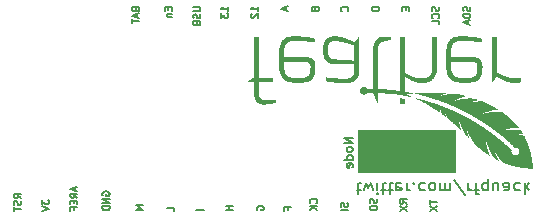
<source format=gbr>
G04 #@! TF.GenerationSoftware,KiCad,Pcbnew,(5.1.4-0-10_14)*
G04 #@! TF.CreationDate,2019-11-15T13:24:20+01:00*
G04 #@! TF.ProjectId,FeatherWing nRF24L01 Adapter,46656174-6865-4725-9769-6e67206e5246,rev?*
G04 #@! TF.SameCoordinates,Original*
G04 #@! TF.FileFunction,Legend,Bot*
G04 #@! TF.FilePolarity,Positive*
%FSLAX46Y46*%
G04 Gerber Fmt 4.6, Leading zero omitted, Abs format (unit mm)*
G04 Created by KiCad (PCBNEW (5.1.4-0-10_14)) date 2019-11-15 13:24:20*
%MOMM*%
%LPD*%
G04 APERTURE LIST*
%ADD10C,0.150000*%
%ADD11C,0.100000*%
G04 APERTURE END LIST*
D10*
X126094000Y-98599642D02*
X126065428Y-98542500D01*
X126065428Y-98456785D01*
X126094000Y-98371071D01*
X126151142Y-98313928D01*
X126208285Y-98285357D01*
X126322571Y-98256785D01*
X126408285Y-98256785D01*
X126522571Y-98285357D01*
X126579714Y-98313928D01*
X126636857Y-98371071D01*
X126665428Y-98456785D01*
X126665428Y-98513928D01*
X126636857Y-98599642D01*
X126608285Y-98628214D01*
X126408285Y-98628214D01*
X126408285Y-98513928D01*
X124065428Y-98256785D02*
X123465428Y-98256785D01*
X123751142Y-98256785D02*
X123751142Y-98599642D01*
X124065428Y-98599642D02*
X123465428Y-98599642D01*
X121565428Y-98599642D02*
X120965428Y-98599642D01*
X119065428Y-98685357D02*
X119065428Y-98399642D01*
X118465428Y-98399642D01*
X116465428Y-98199642D02*
X115865428Y-98199642D01*
X116294000Y-98399642D01*
X115865428Y-98599642D01*
X116465428Y-98599642D01*
X126182728Y-81745542D02*
X126182728Y-81402685D01*
X126182728Y-81574114D02*
X125582728Y-81574114D01*
X125668442Y-81516971D01*
X125725585Y-81459828D01*
X125754157Y-81402685D01*
X125639871Y-81974114D02*
X125611300Y-82002685D01*
X125582728Y-82059828D01*
X125582728Y-82202685D01*
X125611300Y-82259828D01*
X125639871Y-82288400D01*
X125697014Y-82316971D01*
X125754157Y-82316971D01*
X125839871Y-82288400D01*
X126182728Y-81945542D01*
X126182728Y-82316971D01*
X106111428Y-97599642D02*
X105825714Y-97399642D01*
X106111428Y-97256785D02*
X105511428Y-97256785D01*
X105511428Y-97485357D01*
X105540000Y-97542500D01*
X105568571Y-97571071D01*
X105625714Y-97599642D01*
X105711428Y-97599642D01*
X105768571Y-97571071D01*
X105797142Y-97542500D01*
X105825714Y-97485357D01*
X105825714Y-97256785D01*
X106082857Y-97828214D02*
X106111428Y-97913928D01*
X106111428Y-98056785D01*
X106082857Y-98113928D01*
X106054285Y-98142500D01*
X105997142Y-98171071D01*
X105940000Y-98171071D01*
X105882857Y-98142500D01*
X105854285Y-98113928D01*
X105825714Y-98056785D01*
X105797142Y-97942500D01*
X105768571Y-97885357D01*
X105740000Y-97856785D01*
X105682857Y-97828214D01*
X105625714Y-97828214D01*
X105568571Y-97856785D01*
X105540000Y-97885357D01*
X105511428Y-97942500D01*
X105511428Y-98085357D01*
X105540000Y-98171071D01*
X105511428Y-98342500D02*
X105511428Y-98685357D01*
X106111428Y-98513928D02*
X105511428Y-98513928D01*
X107862928Y-97742500D02*
X107862928Y-98113928D01*
X108091500Y-97913928D01*
X108091500Y-97999642D01*
X108120071Y-98056785D01*
X108148642Y-98085357D01*
X108205785Y-98113928D01*
X108348642Y-98113928D01*
X108405785Y-98085357D01*
X108434357Y-98056785D01*
X108462928Y-97999642D01*
X108462928Y-97828214D01*
X108434357Y-97771071D01*
X108405785Y-97742500D01*
X107862928Y-98285357D02*
X108462928Y-98485357D01*
X107862928Y-98685357D01*
X110704500Y-96685357D02*
X110704500Y-96971071D01*
X110875928Y-96628214D02*
X110275928Y-96828214D01*
X110875928Y-97028214D01*
X110875928Y-97571071D02*
X110590214Y-97371071D01*
X110875928Y-97228214D02*
X110275928Y-97228214D01*
X110275928Y-97456785D01*
X110304500Y-97513928D01*
X110333071Y-97542500D01*
X110390214Y-97571071D01*
X110475928Y-97571071D01*
X110533071Y-97542500D01*
X110561642Y-97513928D01*
X110590214Y-97456785D01*
X110590214Y-97228214D01*
X110561642Y-97828214D02*
X110561642Y-98028214D01*
X110875928Y-98113928D02*
X110875928Y-97828214D01*
X110275928Y-97828214D01*
X110275928Y-98113928D01*
X110561642Y-98571071D02*
X110561642Y-98371071D01*
X110875928Y-98371071D02*
X110275928Y-98371071D01*
X110275928Y-98656785D01*
X113035000Y-97371071D02*
X113006428Y-97313928D01*
X113006428Y-97228214D01*
X113035000Y-97142500D01*
X113092142Y-97085357D01*
X113149285Y-97056785D01*
X113263571Y-97028214D01*
X113349285Y-97028214D01*
X113463571Y-97056785D01*
X113520714Y-97085357D01*
X113577857Y-97142500D01*
X113606428Y-97228214D01*
X113606428Y-97285357D01*
X113577857Y-97371071D01*
X113549285Y-97399642D01*
X113349285Y-97399642D01*
X113349285Y-97285357D01*
X113606428Y-97656785D02*
X113006428Y-97656785D01*
X113606428Y-97999642D01*
X113006428Y-97999642D01*
X113606428Y-98285357D02*
X113006428Y-98285357D01*
X113006428Y-98428214D01*
X113035000Y-98513928D01*
X113092142Y-98571071D01*
X113149285Y-98599642D01*
X113263571Y-98628214D01*
X113349285Y-98628214D01*
X113463571Y-98599642D01*
X113520714Y-98571071D01*
X113577857Y-98513928D01*
X113606428Y-98428214D01*
X113606428Y-98285357D01*
X128697142Y-98571071D02*
X128697142Y-98371071D01*
X129011428Y-98371071D02*
X128411428Y-98371071D01*
X128411428Y-98656785D01*
X131108285Y-98028214D02*
X131136857Y-97999642D01*
X131165428Y-97913928D01*
X131165428Y-97856785D01*
X131136857Y-97771071D01*
X131079714Y-97713928D01*
X131022571Y-97685357D01*
X130908285Y-97656785D01*
X130822571Y-97656785D01*
X130708285Y-97685357D01*
X130651142Y-97713928D01*
X130594000Y-97771071D01*
X130565428Y-97856785D01*
X130565428Y-97913928D01*
X130594000Y-97999642D01*
X130622571Y-98028214D01*
X131165428Y-98285357D02*
X130565428Y-98285357D01*
X131165428Y-98628214D02*
X130822571Y-98371071D01*
X130565428Y-98628214D02*
X130908285Y-98285357D01*
X133736857Y-97999642D02*
X133765428Y-98085357D01*
X133765428Y-98228214D01*
X133736857Y-98285357D01*
X133708285Y-98313928D01*
X133651142Y-98342500D01*
X133594000Y-98342500D01*
X133536857Y-98313928D01*
X133508285Y-98285357D01*
X133479714Y-98228214D01*
X133451142Y-98113928D01*
X133422571Y-98056785D01*
X133394000Y-98028214D01*
X133336857Y-97999642D01*
X133279714Y-97999642D01*
X133222571Y-98028214D01*
X133194000Y-98056785D01*
X133165428Y-98113928D01*
X133165428Y-98256785D01*
X133194000Y-98342500D01*
X133765428Y-98599642D02*
X133165428Y-98599642D01*
X136236857Y-97656785D02*
X136265428Y-97742500D01*
X136265428Y-97885357D01*
X136236857Y-97942500D01*
X136208285Y-97971071D01*
X136151142Y-97999642D01*
X136094000Y-97999642D01*
X136036857Y-97971071D01*
X136008285Y-97942500D01*
X135979714Y-97885357D01*
X135951142Y-97771071D01*
X135922571Y-97713928D01*
X135894000Y-97685357D01*
X135836857Y-97656785D01*
X135779714Y-97656785D01*
X135722571Y-97685357D01*
X135694000Y-97713928D01*
X135665428Y-97771071D01*
X135665428Y-97913928D01*
X135694000Y-97999642D01*
X135665428Y-98371071D02*
X135665428Y-98485357D01*
X135694000Y-98542500D01*
X135751142Y-98599642D01*
X135865428Y-98628214D01*
X136065428Y-98628214D01*
X136179714Y-98599642D01*
X136236857Y-98542500D01*
X136265428Y-98485357D01*
X136265428Y-98371071D01*
X136236857Y-98313928D01*
X136179714Y-98256785D01*
X136065428Y-98228214D01*
X135865428Y-98228214D01*
X135751142Y-98256785D01*
X135694000Y-98313928D01*
X135665428Y-98371071D01*
X138765428Y-98056785D02*
X138479714Y-97856785D01*
X138765428Y-97713928D02*
X138165428Y-97713928D01*
X138165428Y-97942500D01*
X138194000Y-97999642D01*
X138222571Y-98028214D01*
X138279714Y-98056785D01*
X138365428Y-98056785D01*
X138422571Y-98028214D01*
X138451142Y-97999642D01*
X138479714Y-97942500D01*
X138479714Y-97713928D01*
X138165428Y-98256785D02*
X138765428Y-98656785D01*
X138165428Y-98656785D02*
X138765428Y-98256785D01*
X140765428Y-97771071D02*
X140765428Y-98113928D01*
X141365428Y-97942500D02*
X140765428Y-97942500D01*
X140765428Y-98256785D02*
X141365428Y-98656785D01*
X140765428Y-98656785D02*
X141365428Y-98256785D01*
X123652728Y-81745542D02*
X123652728Y-81402685D01*
X123652728Y-81574114D02*
X123052728Y-81574114D01*
X123138442Y-81516971D01*
X123195585Y-81459828D01*
X123224157Y-81402685D01*
X123052728Y-81945542D02*
X123052728Y-82316971D01*
X123281300Y-82116971D01*
X123281300Y-82202685D01*
X123309871Y-82259828D01*
X123338442Y-82288400D01*
X123395585Y-82316971D01*
X123538442Y-82316971D01*
X123595585Y-82288400D01*
X123624157Y-82259828D01*
X123652728Y-82202685D01*
X123652728Y-82031257D01*
X123624157Y-81974114D01*
X123595585Y-81945542D01*
X144137357Y-81402685D02*
X144165928Y-81488400D01*
X144165928Y-81631257D01*
X144137357Y-81688400D01*
X144108785Y-81716971D01*
X144051642Y-81745542D01*
X143994500Y-81745542D01*
X143937357Y-81716971D01*
X143908785Y-81688400D01*
X143880214Y-81631257D01*
X143851642Y-81516971D01*
X143823071Y-81459828D01*
X143794500Y-81431257D01*
X143737357Y-81402685D01*
X143680214Y-81402685D01*
X143623071Y-81431257D01*
X143594500Y-81459828D01*
X143565928Y-81516971D01*
X143565928Y-81659828D01*
X143594500Y-81745542D01*
X144165928Y-82002685D02*
X143565928Y-82002685D01*
X143565928Y-82145542D01*
X143594500Y-82231257D01*
X143651642Y-82288400D01*
X143708785Y-82316971D01*
X143823071Y-82345542D01*
X143908785Y-82345542D01*
X144023071Y-82316971D01*
X144080214Y-82288400D01*
X144137357Y-82231257D01*
X144165928Y-82145542D01*
X144165928Y-82002685D01*
X143994500Y-82574114D02*
X143994500Y-82859828D01*
X144165928Y-82516971D02*
X143565928Y-82716971D01*
X144165928Y-82916971D01*
X141470357Y-81402685D02*
X141498928Y-81488400D01*
X141498928Y-81631257D01*
X141470357Y-81688400D01*
X141441785Y-81716971D01*
X141384642Y-81745542D01*
X141327500Y-81745542D01*
X141270357Y-81716971D01*
X141241785Y-81688400D01*
X141213214Y-81631257D01*
X141184642Y-81516971D01*
X141156071Y-81459828D01*
X141127500Y-81431257D01*
X141070357Y-81402685D01*
X141013214Y-81402685D01*
X140956071Y-81431257D01*
X140927500Y-81459828D01*
X140898928Y-81516971D01*
X140898928Y-81659828D01*
X140927500Y-81745542D01*
X141441785Y-82345542D02*
X141470357Y-82316971D01*
X141498928Y-82231257D01*
X141498928Y-82174114D01*
X141470357Y-82088400D01*
X141413214Y-82031257D01*
X141356071Y-82002685D01*
X141241785Y-81974114D01*
X141156071Y-81974114D01*
X141041785Y-82002685D01*
X140984642Y-82031257D01*
X140927500Y-82088400D01*
X140898928Y-82174114D01*
X140898928Y-82231257D01*
X140927500Y-82316971D01*
X140956071Y-82345542D01*
X141498928Y-82888400D02*
X141498928Y-82602685D01*
X140898928Y-82602685D01*
X115810042Y-81631257D02*
X115838614Y-81716971D01*
X115867185Y-81745542D01*
X115924328Y-81774114D01*
X116010042Y-81774114D01*
X116067185Y-81745542D01*
X116095757Y-81716971D01*
X116124328Y-81659828D01*
X116124328Y-81431257D01*
X115524328Y-81431257D01*
X115524328Y-81631257D01*
X115552900Y-81688400D01*
X115581471Y-81716971D01*
X115638614Y-81745542D01*
X115695757Y-81745542D01*
X115752900Y-81716971D01*
X115781471Y-81688400D01*
X115810042Y-81631257D01*
X115810042Y-81431257D01*
X115952900Y-82002685D02*
X115952900Y-82288400D01*
X116124328Y-81945542D02*
X115524328Y-82145542D01*
X116124328Y-82345542D01*
X115524328Y-82459828D02*
X115524328Y-82802685D01*
X116124328Y-82631257D02*
X115524328Y-82631257D01*
X118565942Y-81431257D02*
X118565942Y-81631257D01*
X118880228Y-81716971D02*
X118880228Y-81431257D01*
X118280228Y-81431257D01*
X118280228Y-81716971D01*
X118480228Y-81974114D02*
X118880228Y-81974114D01*
X118537371Y-81974114D02*
X118508800Y-82002685D01*
X118480228Y-82059828D01*
X118480228Y-82145542D01*
X118508800Y-82202685D01*
X118565942Y-82231257D01*
X118880228Y-82231257D01*
X120693228Y-81431257D02*
X121178942Y-81431257D01*
X121236085Y-81459828D01*
X121264657Y-81488400D01*
X121293228Y-81545542D01*
X121293228Y-81659828D01*
X121264657Y-81716971D01*
X121236085Y-81745542D01*
X121178942Y-81774114D01*
X120693228Y-81774114D01*
X121264657Y-82031257D02*
X121293228Y-82116971D01*
X121293228Y-82259828D01*
X121264657Y-82316971D01*
X121236085Y-82345542D01*
X121178942Y-82374114D01*
X121121800Y-82374114D01*
X121064657Y-82345542D01*
X121036085Y-82316971D01*
X121007514Y-82259828D01*
X120978942Y-82145542D01*
X120950371Y-82088400D01*
X120921800Y-82059828D01*
X120864657Y-82031257D01*
X120807514Y-82031257D01*
X120750371Y-82059828D01*
X120721800Y-82088400D01*
X120693228Y-82145542D01*
X120693228Y-82288400D01*
X120721800Y-82374114D01*
X120978942Y-82831257D02*
X121007514Y-82916971D01*
X121036085Y-82945542D01*
X121093228Y-82974114D01*
X121178942Y-82974114D01*
X121236085Y-82945542D01*
X121264657Y-82916971D01*
X121293228Y-82859828D01*
X121293228Y-82631257D01*
X120693228Y-82631257D01*
X120693228Y-82831257D01*
X120721800Y-82888400D01*
X120750371Y-82916971D01*
X120807514Y-82945542D01*
X120864657Y-82945542D01*
X120921800Y-82916971D01*
X120950371Y-82888400D01*
X120978942Y-82831257D01*
X120978942Y-82631257D01*
X128551300Y-81402685D02*
X128551300Y-81688400D01*
X128722728Y-81345542D02*
X128122728Y-81545542D01*
X128722728Y-81745542D01*
X131001442Y-81631257D02*
X131030014Y-81716971D01*
X131058585Y-81745542D01*
X131115728Y-81774114D01*
X131201442Y-81774114D01*
X131258585Y-81745542D01*
X131287157Y-81716971D01*
X131315728Y-81659828D01*
X131315728Y-81431257D01*
X130715728Y-81431257D01*
X130715728Y-81631257D01*
X130744300Y-81688400D01*
X130772871Y-81716971D01*
X130830014Y-81745542D01*
X130887157Y-81745542D01*
X130944300Y-81716971D01*
X130972871Y-81688400D01*
X131001442Y-81631257D01*
X131001442Y-81431257D01*
X133758585Y-81774114D02*
X133787157Y-81745542D01*
X133815728Y-81659828D01*
X133815728Y-81602685D01*
X133787157Y-81516971D01*
X133730014Y-81459828D01*
X133672871Y-81431257D01*
X133558585Y-81402685D01*
X133472871Y-81402685D01*
X133358585Y-81431257D01*
X133301442Y-81459828D01*
X133244300Y-81516971D01*
X133215728Y-81602685D01*
X133215728Y-81659828D01*
X133244300Y-81745542D01*
X133272871Y-81774114D01*
X136419228Y-81431257D02*
X135819228Y-81431257D01*
X135819228Y-81574114D01*
X135847800Y-81659828D01*
X135904942Y-81716971D01*
X135962085Y-81745542D01*
X136076371Y-81774114D01*
X136162085Y-81774114D01*
X136276371Y-81745542D01*
X136333514Y-81716971D01*
X136390657Y-81659828D01*
X136419228Y-81574114D01*
X136419228Y-81431257D01*
X138683042Y-81431257D02*
X138683042Y-81631257D01*
X138997328Y-81716971D02*
X138997328Y-81431257D01*
X138397328Y-81431257D01*
X138397328Y-81716971D01*
X134198333Y-92503333D02*
X133428333Y-92503333D01*
X134198333Y-92943333D01*
X133428333Y-92943333D01*
X134198333Y-93420000D02*
X134161666Y-93346666D01*
X134125000Y-93310000D01*
X134051666Y-93273333D01*
X133831666Y-93273333D01*
X133758333Y-93310000D01*
X133721666Y-93346666D01*
X133685000Y-93420000D01*
X133685000Y-93530000D01*
X133721666Y-93603333D01*
X133758333Y-93640000D01*
X133831666Y-93676666D01*
X134051666Y-93676666D01*
X134125000Y-93640000D01*
X134161666Y-93603333D01*
X134198333Y-93530000D01*
X134198333Y-93420000D01*
X134198333Y-94336666D02*
X133428333Y-94336666D01*
X134161666Y-94336666D02*
X134198333Y-94263333D01*
X134198333Y-94116666D01*
X134161666Y-94043333D01*
X134125000Y-94006666D01*
X134051666Y-93970000D01*
X133831666Y-93970000D01*
X133758333Y-94006666D01*
X133721666Y-94043333D01*
X133685000Y-94116666D01*
X133685000Y-94263333D01*
X133721666Y-94336666D01*
X134161666Y-94996666D02*
X134198333Y-94923333D01*
X134198333Y-94776666D01*
X134161666Y-94703333D01*
X134088333Y-94666666D01*
X133795000Y-94666666D01*
X133721666Y-94703333D01*
X133685000Y-94776666D01*
X133685000Y-94923333D01*
X133721666Y-94996666D01*
X133795000Y-95033333D01*
X133868333Y-95033333D01*
X133941666Y-94666666D01*
D11*
G36*
X142850000Y-95360000D02*
G01*
X134640000Y-95360000D01*
X134640000Y-91830000D01*
X142850000Y-91830000D01*
X142850000Y-95360000D01*
G37*
X142850000Y-95360000D02*
X134640000Y-95360000D01*
X134640000Y-91830000D01*
X142850000Y-91830000D01*
X142850000Y-95360000D01*
D10*
X134522857Y-96954285D02*
X134903809Y-96954285D01*
X134665714Y-97287619D02*
X134665714Y-96430476D01*
X134713333Y-96335238D01*
X134808571Y-96287619D01*
X134903809Y-96287619D01*
X135141904Y-96954285D02*
X135332380Y-96287619D01*
X135522857Y-96763809D01*
X135713333Y-96287619D01*
X135903809Y-96954285D01*
X136284761Y-96287619D02*
X136284761Y-96954285D01*
X136284761Y-97287619D02*
X136237142Y-97240000D01*
X136284761Y-97192380D01*
X136332380Y-97240000D01*
X136284761Y-97287619D01*
X136284761Y-97192380D01*
X136618095Y-96954285D02*
X136999047Y-96954285D01*
X136760952Y-97287619D02*
X136760952Y-96430476D01*
X136808571Y-96335238D01*
X136903809Y-96287619D01*
X136999047Y-96287619D01*
X137189523Y-96954285D02*
X137570476Y-96954285D01*
X137332380Y-97287619D02*
X137332380Y-96430476D01*
X137380000Y-96335238D01*
X137475238Y-96287619D01*
X137570476Y-96287619D01*
X138284761Y-96335238D02*
X138189523Y-96287619D01*
X137999047Y-96287619D01*
X137903809Y-96335238D01*
X137856190Y-96430476D01*
X137856190Y-96811428D01*
X137903809Y-96906666D01*
X137999047Y-96954285D01*
X138189523Y-96954285D01*
X138284761Y-96906666D01*
X138332380Y-96811428D01*
X138332380Y-96716190D01*
X137856190Y-96620952D01*
X138760952Y-96287619D02*
X138760952Y-96954285D01*
X138760952Y-96763809D02*
X138808571Y-96859047D01*
X138856190Y-96906666D01*
X138951428Y-96954285D01*
X139046666Y-96954285D01*
X139380000Y-96382857D02*
X139427619Y-96335238D01*
X139380000Y-96287619D01*
X139332380Y-96335238D01*
X139380000Y-96382857D01*
X139380000Y-96287619D01*
X140284761Y-96335238D02*
X140189523Y-96287619D01*
X139999047Y-96287619D01*
X139903809Y-96335238D01*
X139856190Y-96382857D01*
X139808571Y-96478095D01*
X139808571Y-96763809D01*
X139856190Y-96859047D01*
X139903809Y-96906666D01*
X139999047Y-96954285D01*
X140189523Y-96954285D01*
X140284761Y-96906666D01*
X140856190Y-96287619D02*
X140760952Y-96335238D01*
X140713333Y-96382857D01*
X140665714Y-96478095D01*
X140665714Y-96763809D01*
X140713333Y-96859047D01*
X140760952Y-96906666D01*
X140856190Y-96954285D01*
X140999047Y-96954285D01*
X141094285Y-96906666D01*
X141141904Y-96859047D01*
X141189523Y-96763809D01*
X141189523Y-96478095D01*
X141141904Y-96382857D01*
X141094285Y-96335238D01*
X140999047Y-96287619D01*
X140856190Y-96287619D01*
X141618095Y-96287619D02*
X141618095Y-96954285D01*
X141618095Y-96859047D02*
X141665714Y-96906666D01*
X141760952Y-96954285D01*
X141903809Y-96954285D01*
X141999047Y-96906666D01*
X142046666Y-96811428D01*
X142046666Y-96287619D01*
X142046666Y-96811428D02*
X142094285Y-96906666D01*
X142189523Y-96954285D01*
X142332380Y-96954285D01*
X142427619Y-96906666D01*
X142475238Y-96811428D01*
X142475238Y-96287619D01*
X143665714Y-97335238D02*
X142808571Y-96049523D01*
X143999047Y-96287619D02*
X143999047Y-96954285D01*
X143999047Y-96763809D02*
X144046666Y-96859047D01*
X144094285Y-96906666D01*
X144189523Y-96954285D01*
X144284761Y-96954285D01*
X144475238Y-96954285D02*
X144856190Y-96954285D01*
X144618095Y-96287619D02*
X144618095Y-97144761D01*
X144665714Y-97240000D01*
X144760952Y-97287619D01*
X144856190Y-97287619D01*
X145618095Y-96954285D02*
X145618095Y-95954285D01*
X145618095Y-96335238D02*
X145522857Y-96287619D01*
X145332380Y-96287619D01*
X145237142Y-96335238D01*
X145189523Y-96382857D01*
X145141904Y-96478095D01*
X145141904Y-96763809D01*
X145189523Y-96859047D01*
X145237142Y-96906666D01*
X145332380Y-96954285D01*
X145522857Y-96954285D01*
X145618095Y-96906666D01*
X146522857Y-96954285D02*
X146522857Y-96287619D01*
X146094285Y-96954285D02*
X146094285Y-96430476D01*
X146141904Y-96335238D01*
X146237142Y-96287619D01*
X146380000Y-96287619D01*
X146475238Y-96335238D01*
X146522857Y-96382857D01*
X147427619Y-96287619D02*
X147427619Y-96811428D01*
X147380000Y-96906666D01*
X147284761Y-96954285D01*
X147094285Y-96954285D01*
X146999047Y-96906666D01*
X147427619Y-96335238D02*
X147332380Y-96287619D01*
X147094285Y-96287619D01*
X146999047Y-96335238D01*
X146951428Y-96430476D01*
X146951428Y-96525714D01*
X146999047Y-96620952D01*
X147094285Y-96668571D01*
X147332380Y-96668571D01*
X147427619Y-96716190D01*
X148332380Y-96335238D02*
X148237142Y-96287619D01*
X148046666Y-96287619D01*
X147951428Y-96335238D01*
X147903809Y-96382857D01*
X147856190Y-96478095D01*
X147856190Y-96763809D01*
X147903809Y-96859047D01*
X147951428Y-96906666D01*
X148046666Y-96954285D01*
X148237142Y-96954285D01*
X148332380Y-96906666D01*
X148760952Y-96287619D02*
X148760952Y-97287619D01*
X148856190Y-96668571D02*
X149141904Y-96287619D01*
X149141904Y-96954285D02*
X148760952Y-96573333D01*
D11*
G36*
X148997900Y-95069500D02*
G01*
X149455100Y-95069500D01*
X149455100Y-95094900D01*
X148997900Y-95094900D01*
X148997900Y-95069500D01*
G37*
G36*
X148693100Y-95044100D02*
G01*
X149455100Y-95044100D01*
X149455100Y-95069500D01*
X148693100Y-95069500D01*
X148693100Y-95044100D01*
G37*
G36*
X148489900Y-95018700D02*
G01*
X149455100Y-95018700D01*
X149455100Y-95044100D01*
X148489900Y-95044100D01*
X148489900Y-95018700D01*
G37*
G36*
X148337500Y-94993300D02*
G01*
X149455100Y-94993300D01*
X149455100Y-95018700D01*
X148337500Y-95018700D01*
X148337500Y-94993300D01*
G37*
G36*
X148210500Y-94967900D02*
G01*
X149455100Y-94967900D01*
X149455100Y-94993300D01*
X148210500Y-94993300D01*
X148210500Y-94967900D01*
G37*
G36*
X148083500Y-94942500D02*
G01*
X149455100Y-94942500D01*
X149455100Y-94967900D01*
X148083500Y-94967900D01*
X148083500Y-94942500D01*
G37*
G36*
X147956500Y-94917100D02*
G01*
X149455100Y-94917100D01*
X149455100Y-94942500D01*
X147956500Y-94942500D01*
X147956500Y-94917100D01*
G37*
G36*
X147854900Y-94891700D02*
G01*
X149455100Y-94891700D01*
X149455100Y-94917100D01*
X147854900Y-94917100D01*
X147854900Y-94891700D01*
G37*
G36*
X147753300Y-94866300D02*
G01*
X149429700Y-94866300D01*
X149429700Y-94891700D01*
X147753300Y-94891700D01*
X147753300Y-94866300D01*
G37*
G36*
X147651700Y-94840900D02*
G01*
X149429700Y-94840900D01*
X149429700Y-94866300D01*
X147651700Y-94866300D01*
X147651700Y-94840900D01*
G37*
G36*
X147575500Y-94815500D02*
G01*
X149429700Y-94815500D01*
X149429700Y-94840900D01*
X147575500Y-94840900D01*
X147575500Y-94815500D01*
G37*
G36*
X147499300Y-94790100D02*
G01*
X149429700Y-94790100D01*
X149429700Y-94815500D01*
X147499300Y-94815500D01*
X147499300Y-94790100D01*
G37*
G36*
X147423100Y-94764700D02*
G01*
X149429700Y-94764700D01*
X149429700Y-94790100D01*
X147423100Y-94790100D01*
X147423100Y-94764700D01*
G37*
G36*
X147321500Y-94739300D02*
G01*
X149429700Y-94739300D01*
X149429700Y-94764700D01*
X147321500Y-94764700D01*
X147321500Y-94739300D01*
G37*
G36*
X147270700Y-94713900D02*
G01*
X149429700Y-94713900D01*
X149429700Y-94739300D01*
X147270700Y-94739300D01*
X147270700Y-94713900D01*
G37*
G36*
X147194500Y-94688500D02*
G01*
X149429700Y-94688500D01*
X149429700Y-94713900D01*
X147194500Y-94713900D01*
X147194500Y-94688500D01*
G37*
G36*
X147118300Y-94663100D02*
G01*
X149429700Y-94663100D01*
X149429700Y-94688500D01*
X147118300Y-94688500D01*
X147118300Y-94663100D01*
G37*
G36*
X147042100Y-94637700D02*
G01*
X149429700Y-94637700D01*
X149429700Y-94663100D01*
X147042100Y-94663100D01*
X147042100Y-94637700D01*
G37*
G36*
X146991300Y-94612300D02*
G01*
X149429700Y-94612300D01*
X149429700Y-94637700D01*
X146991300Y-94637700D01*
X146991300Y-94612300D01*
G37*
G36*
X146940500Y-94586900D02*
G01*
X149404300Y-94586900D01*
X149404300Y-94612300D01*
X146940500Y-94612300D01*
X146940500Y-94586900D01*
G37*
G36*
X146915100Y-94561500D02*
G01*
X149404300Y-94561500D01*
X149404300Y-94586900D01*
X146915100Y-94586900D01*
X146915100Y-94561500D01*
G37*
G36*
X146889700Y-94536100D02*
G01*
X149404300Y-94536100D01*
X149404300Y-94561500D01*
X146889700Y-94561500D01*
X146889700Y-94536100D01*
G37*
G36*
X146864300Y-94510700D02*
G01*
X149404300Y-94510700D01*
X149404300Y-94536100D01*
X146864300Y-94536100D01*
X146864300Y-94510700D01*
G37*
G36*
X146838900Y-94485300D02*
G01*
X149404300Y-94485300D01*
X149404300Y-94510700D01*
X146838900Y-94510700D01*
X146838900Y-94485300D01*
G37*
G36*
X146813500Y-94459900D02*
G01*
X149404300Y-94459900D01*
X149404300Y-94485300D01*
X146813500Y-94485300D01*
X146813500Y-94459900D01*
G37*
G36*
X146788100Y-94434500D02*
G01*
X149404300Y-94434500D01*
X149404300Y-94459900D01*
X146788100Y-94459900D01*
X146788100Y-94434500D01*
G37*
G36*
X146559500Y-94434500D02*
G01*
X146610300Y-94434500D01*
X146610300Y-94459900D01*
X146559500Y-94459900D01*
X146559500Y-94434500D01*
G37*
G36*
X146762700Y-94409100D02*
G01*
X149378900Y-94409100D01*
X149378900Y-94434500D01*
X146762700Y-94434500D01*
X146762700Y-94409100D01*
G37*
G36*
X146508700Y-94409100D02*
G01*
X146584900Y-94409100D01*
X146584900Y-94434500D01*
X146508700Y-94434500D01*
X146508700Y-94409100D01*
G37*
G36*
X146737300Y-94383700D02*
G01*
X149378900Y-94383700D01*
X149378900Y-94409100D01*
X146737300Y-94409100D01*
X146737300Y-94383700D01*
G37*
G36*
X146457900Y-94383700D02*
G01*
X146559500Y-94383700D01*
X146559500Y-94409100D01*
X146457900Y-94409100D01*
X146457900Y-94383700D01*
G37*
G36*
X146737300Y-94358300D02*
G01*
X149378900Y-94358300D01*
X149378900Y-94383700D01*
X146737300Y-94383700D01*
X146737300Y-94358300D01*
G37*
G36*
X146407100Y-94358300D02*
G01*
X146559500Y-94358300D01*
X146559500Y-94383700D01*
X146407100Y-94383700D01*
X146407100Y-94358300D01*
G37*
G36*
X146711900Y-94332900D02*
G01*
X149378900Y-94332900D01*
X149378900Y-94358300D01*
X146711900Y-94358300D01*
X146711900Y-94332900D01*
G37*
G36*
X146356300Y-94332900D02*
G01*
X146534100Y-94332900D01*
X146534100Y-94358300D01*
X146356300Y-94358300D01*
X146356300Y-94332900D01*
G37*
G36*
X146686500Y-94307500D02*
G01*
X149378900Y-94307500D01*
X149378900Y-94332900D01*
X146686500Y-94332900D01*
X146686500Y-94307500D01*
G37*
G36*
X146305500Y-94307500D02*
G01*
X146534100Y-94307500D01*
X146534100Y-94332900D01*
X146305500Y-94332900D01*
X146305500Y-94307500D01*
G37*
G36*
X146661100Y-94282100D02*
G01*
X149378900Y-94282100D01*
X149378900Y-94307500D01*
X146661100Y-94307500D01*
X146661100Y-94282100D01*
G37*
G36*
X146280100Y-94282100D02*
G01*
X146508700Y-94282100D01*
X146508700Y-94307500D01*
X146280100Y-94307500D01*
X146280100Y-94282100D01*
G37*
G36*
X146635700Y-94256700D02*
G01*
X149378900Y-94256700D01*
X149378900Y-94282100D01*
X146635700Y-94282100D01*
X146635700Y-94256700D01*
G37*
G36*
X146254700Y-94256700D02*
G01*
X146483300Y-94256700D01*
X146483300Y-94282100D01*
X146254700Y-94282100D01*
X146254700Y-94256700D01*
G37*
G36*
X146610300Y-94231300D02*
G01*
X149353500Y-94231300D01*
X149353500Y-94256700D01*
X146610300Y-94256700D01*
X146610300Y-94231300D01*
G37*
G36*
X146229300Y-94231300D02*
G01*
X146483300Y-94231300D01*
X146483300Y-94256700D01*
X146229300Y-94256700D01*
X146229300Y-94231300D01*
G37*
G36*
X146610300Y-94205900D02*
G01*
X149353500Y-94205900D01*
X149353500Y-94231300D01*
X146610300Y-94231300D01*
X146610300Y-94205900D01*
G37*
G36*
X146203900Y-94205900D02*
G01*
X146457900Y-94205900D01*
X146457900Y-94231300D01*
X146203900Y-94231300D01*
X146203900Y-94205900D01*
G37*
G36*
X146584900Y-94180500D02*
G01*
X149353500Y-94180500D01*
X149353500Y-94205900D01*
X146584900Y-94205900D01*
X146584900Y-94180500D01*
G37*
G36*
X146178500Y-94180500D02*
G01*
X146457900Y-94180500D01*
X146457900Y-94205900D01*
X146178500Y-94205900D01*
X146178500Y-94180500D01*
G37*
G36*
X146559500Y-94155100D02*
G01*
X149353500Y-94155100D01*
X149353500Y-94180500D01*
X146559500Y-94180500D01*
X146559500Y-94155100D01*
G37*
G36*
X146153100Y-94155100D02*
G01*
X146432500Y-94155100D01*
X146432500Y-94180500D01*
X146153100Y-94180500D01*
X146153100Y-94155100D01*
G37*
G36*
X146534100Y-94129700D02*
G01*
X149353500Y-94129700D01*
X149353500Y-94155100D01*
X146534100Y-94155100D01*
X146534100Y-94129700D01*
G37*
G36*
X146153100Y-94129700D02*
G01*
X146432500Y-94129700D01*
X146432500Y-94155100D01*
X146153100Y-94155100D01*
X146153100Y-94129700D01*
G37*
G36*
X146534100Y-94104300D02*
G01*
X149328100Y-94104300D01*
X149328100Y-94129700D01*
X146534100Y-94129700D01*
X146534100Y-94104300D01*
G37*
G36*
X146127700Y-94104300D02*
G01*
X146407100Y-94104300D01*
X146407100Y-94129700D01*
X146127700Y-94129700D01*
X146127700Y-94104300D01*
G37*
G36*
X146508700Y-94078900D02*
G01*
X149328100Y-94078900D01*
X149328100Y-94104300D01*
X146508700Y-94104300D01*
X146508700Y-94078900D01*
G37*
G36*
X146102300Y-94078900D02*
G01*
X146407100Y-94078900D01*
X146407100Y-94104300D01*
X146102300Y-94104300D01*
X146102300Y-94078900D01*
G37*
G36*
X146483300Y-94053500D02*
G01*
X149328100Y-94053500D01*
X149328100Y-94078900D01*
X146483300Y-94078900D01*
X146483300Y-94053500D01*
G37*
G36*
X146076900Y-94053500D02*
G01*
X146381700Y-94053500D01*
X146381700Y-94078900D01*
X146076900Y-94078900D01*
X146076900Y-94053500D01*
G37*
G36*
X146457900Y-94028100D02*
G01*
X149328100Y-94028100D01*
X149328100Y-94053500D01*
X146457900Y-94053500D01*
X146457900Y-94028100D01*
G37*
G36*
X146076900Y-94028100D02*
G01*
X146381700Y-94028100D01*
X146381700Y-94053500D01*
X146076900Y-94053500D01*
X146076900Y-94028100D01*
G37*
G36*
X146457900Y-94002700D02*
G01*
X149328100Y-94002700D01*
X149328100Y-94028100D01*
X146457900Y-94028100D01*
X146457900Y-94002700D01*
G37*
G36*
X146051500Y-94002700D02*
G01*
X146356300Y-94002700D01*
X146356300Y-94028100D01*
X146051500Y-94028100D01*
X146051500Y-94002700D01*
G37*
G36*
X145772100Y-94002700D02*
G01*
X145797500Y-94002700D01*
X145797500Y-94028100D01*
X145772100Y-94028100D01*
X145772100Y-94002700D01*
G37*
G36*
X146432500Y-93977300D02*
G01*
X149302700Y-93977300D01*
X149302700Y-94002700D01*
X146432500Y-94002700D01*
X146432500Y-93977300D01*
G37*
G36*
X146026100Y-93977300D02*
G01*
X146356300Y-93977300D01*
X146356300Y-94002700D01*
X146026100Y-94002700D01*
X146026100Y-93977300D01*
G37*
G36*
X145746700Y-93977300D02*
G01*
X145797500Y-93977300D01*
X145797500Y-94002700D01*
X145746700Y-94002700D01*
X145746700Y-93977300D01*
G37*
G36*
X148083500Y-93951900D02*
G01*
X149302700Y-93951900D01*
X149302700Y-93977300D01*
X148083500Y-93977300D01*
X148083500Y-93951900D01*
G37*
G36*
X146407100Y-93951900D02*
G01*
X147854900Y-93951900D01*
X147854900Y-93977300D01*
X146407100Y-93977300D01*
X146407100Y-93951900D01*
G37*
G36*
X146026100Y-93951900D02*
G01*
X146330900Y-93951900D01*
X146330900Y-93977300D01*
X146026100Y-93977300D01*
X146026100Y-93951900D01*
G37*
G36*
X145695900Y-93951900D02*
G01*
X145772100Y-93951900D01*
X145772100Y-93977300D01*
X145695900Y-93977300D01*
X145695900Y-93951900D01*
G37*
G36*
X148134300Y-93926500D02*
G01*
X149302700Y-93926500D01*
X149302700Y-93951900D01*
X148134300Y-93951900D01*
X148134300Y-93926500D01*
G37*
G36*
X146407100Y-93926500D02*
G01*
X147804100Y-93926500D01*
X147804100Y-93951900D01*
X146407100Y-93951900D01*
X146407100Y-93926500D01*
G37*
G36*
X146000700Y-93926500D02*
G01*
X146330900Y-93926500D01*
X146330900Y-93951900D01*
X146000700Y-93951900D01*
X146000700Y-93926500D01*
G37*
G36*
X145670500Y-93926500D02*
G01*
X145772100Y-93926500D01*
X145772100Y-93951900D01*
X145670500Y-93951900D01*
X145670500Y-93926500D01*
G37*
G36*
X148159700Y-93901100D02*
G01*
X149302700Y-93901100D01*
X149302700Y-93926500D01*
X148159700Y-93926500D01*
X148159700Y-93901100D01*
G37*
G36*
X146381700Y-93901100D02*
G01*
X147778700Y-93901100D01*
X147778700Y-93926500D01*
X146381700Y-93926500D01*
X146381700Y-93901100D01*
G37*
G36*
X145975300Y-93901100D02*
G01*
X146305500Y-93901100D01*
X146305500Y-93926500D01*
X145975300Y-93926500D01*
X145975300Y-93901100D01*
G37*
G36*
X145619700Y-93901100D02*
G01*
X145772100Y-93901100D01*
X145772100Y-93926500D01*
X145619700Y-93926500D01*
X145619700Y-93901100D01*
G37*
G36*
X148210500Y-93875700D02*
G01*
X149277300Y-93875700D01*
X149277300Y-93901100D01*
X148210500Y-93901100D01*
X148210500Y-93875700D01*
G37*
G36*
X146356300Y-93875700D02*
G01*
X147727900Y-93875700D01*
X147727900Y-93901100D01*
X146356300Y-93901100D01*
X146356300Y-93875700D01*
G37*
G36*
X145975300Y-93875700D02*
G01*
X146305500Y-93875700D01*
X146305500Y-93901100D01*
X145975300Y-93901100D01*
X145975300Y-93875700D01*
G37*
G36*
X145594300Y-93875700D02*
G01*
X145746700Y-93875700D01*
X145746700Y-93901100D01*
X145594300Y-93901100D01*
X145594300Y-93875700D01*
G37*
G36*
X148235900Y-93850300D02*
G01*
X149277300Y-93850300D01*
X149277300Y-93875700D01*
X148235900Y-93875700D01*
X148235900Y-93850300D01*
G37*
G36*
X146356300Y-93850300D02*
G01*
X147727900Y-93850300D01*
X147727900Y-93875700D01*
X146356300Y-93875700D01*
X146356300Y-93850300D01*
G37*
G36*
X145949900Y-93850300D02*
G01*
X146280100Y-93850300D01*
X146280100Y-93875700D01*
X145949900Y-93875700D01*
X145949900Y-93850300D01*
G37*
G36*
X145543500Y-93850300D02*
G01*
X145746700Y-93850300D01*
X145746700Y-93875700D01*
X145543500Y-93875700D01*
X145543500Y-93850300D01*
G37*
G36*
X148235900Y-93824900D02*
G01*
X149277300Y-93824900D01*
X149277300Y-93850300D01*
X148235900Y-93850300D01*
X148235900Y-93824900D01*
G37*
G36*
X146330900Y-93824900D02*
G01*
X147702500Y-93824900D01*
X147702500Y-93850300D01*
X146330900Y-93850300D01*
X146330900Y-93824900D01*
G37*
G36*
X145949900Y-93824900D02*
G01*
X146280100Y-93824900D01*
X146280100Y-93850300D01*
X145949900Y-93850300D01*
X145949900Y-93824900D01*
G37*
G36*
X145518100Y-93824900D02*
G01*
X145721300Y-93824900D01*
X145721300Y-93850300D01*
X145518100Y-93850300D01*
X145518100Y-93824900D01*
G37*
G36*
X148261300Y-93799500D02*
G01*
X149277300Y-93799500D01*
X149277300Y-93824900D01*
X148261300Y-93824900D01*
X148261300Y-93799500D01*
G37*
G36*
X146305500Y-93799500D02*
G01*
X147677100Y-93799500D01*
X147677100Y-93824900D01*
X146305500Y-93824900D01*
X146305500Y-93799500D01*
G37*
G36*
X145924500Y-93799500D02*
G01*
X146254700Y-93799500D01*
X146254700Y-93824900D01*
X145924500Y-93824900D01*
X145924500Y-93799500D01*
G37*
G36*
X145467300Y-93799500D02*
G01*
X145721300Y-93799500D01*
X145721300Y-93824900D01*
X145467300Y-93824900D01*
X145467300Y-93799500D01*
G37*
G36*
X148261300Y-93774100D02*
G01*
X149251900Y-93774100D01*
X149251900Y-93799500D01*
X148261300Y-93799500D01*
X148261300Y-93774100D01*
G37*
G36*
X146305500Y-93774100D02*
G01*
X147677100Y-93774100D01*
X147677100Y-93799500D01*
X146305500Y-93799500D01*
X146305500Y-93774100D01*
G37*
G36*
X145899100Y-93774100D02*
G01*
X146254700Y-93774100D01*
X146254700Y-93799500D01*
X145899100Y-93799500D01*
X145899100Y-93774100D01*
G37*
G36*
X145441900Y-93774100D02*
G01*
X145721300Y-93774100D01*
X145721300Y-93799500D01*
X145441900Y-93799500D01*
X145441900Y-93774100D01*
G37*
G36*
X148286700Y-93748700D02*
G01*
X149251900Y-93748700D01*
X149251900Y-93774100D01*
X148286700Y-93774100D01*
X148286700Y-93748700D01*
G37*
G36*
X146280100Y-93748700D02*
G01*
X147651700Y-93748700D01*
X147651700Y-93774100D01*
X146280100Y-93774100D01*
X146280100Y-93748700D01*
G37*
G36*
X145899100Y-93748700D02*
G01*
X146254700Y-93748700D01*
X146254700Y-93774100D01*
X145899100Y-93774100D01*
X145899100Y-93748700D01*
G37*
G36*
X145391100Y-93748700D02*
G01*
X145695900Y-93748700D01*
X145695900Y-93774100D01*
X145391100Y-93774100D01*
X145391100Y-93748700D01*
G37*
G36*
X148286700Y-93723300D02*
G01*
X149251900Y-93723300D01*
X149251900Y-93748700D01*
X148286700Y-93748700D01*
X148286700Y-93723300D01*
G37*
G36*
X146254700Y-93723300D02*
G01*
X147651700Y-93723300D01*
X147651700Y-93748700D01*
X146254700Y-93748700D01*
X146254700Y-93723300D01*
G37*
G36*
X145873700Y-93723300D02*
G01*
X146229300Y-93723300D01*
X146229300Y-93748700D01*
X145873700Y-93748700D01*
X145873700Y-93723300D01*
G37*
G36*
X145365700Y-93723300D02*
G01*
X145695900Y-93723300D01*
X145695900Y-93748700D01*
X145365700Y-93748700D01*
X145365700Y-93723300D01*
G37*
G36*
X148286700Y-93697900D02*
G01*
X149251900Y-93697900D01*
X149251900Y-93723300D01*
X148286700Y-93723300D01*
X148286700Y-93697900D01*
G37*
G36*
X146254700Y-93697900D02*
G01*
X147651700Y-93697900D01*
X147651700Y-93723300D01*
X146254700Y-93723300D01*
X146254700Y-93697900D01*
G37*
G36*
X145873700Y-93697900D02*
G01*
X146229300Y-93697900D01*
X146229300Y-93723300D01*
X145873700Y-93723300D01*
X145873700Y-93697900D01*
G37*
G36*
X145340300Y-93697900D02*
G01*
X145695900Y-93697900D01*
X145695900Y-93723300D01*
X145340300Y-93723300D01*
X145340300Y-93697900D01*
G37*
G36*
X148312100Y-93672500D02*
G01*
X149226500Y-93672500D01*
X149226500Y-93697900D01*
X148312100Y-93697900D01*
X148312100Y-93672500D01*
G37*
G36*
X146229300Y-93672500D02*
G01*
X147626300Y-93672500D01*
X147626300Y-93697900D01*
X146229300Y-93697900D01*
X146229300Y-93672500D01*
G37*
G36*
X145848300Y-93672500D02*
G01*
X146203900Y-93672500D01*
X146203900Y-93697900D01*
X145848300Y-93697900D01*
X145848300Y-93672500D01*
G37*
G36*
X145289500Y-93672500D02*
G01*
X145670500Y-93672500D01*
X145670500Y-93697900D01*
X145289500Y-93697900D01*
X145289500Y-93672500D01*
G37*
G36*
X148312100Y-93647100D02*
G01*
X149226500Y-93647100D01*
X149226500Y-93672500D01*
X148312100Y-93672500D01*
X148312100Y-93647100D01*
G37*
G36*
X146229300Y-93647100D02*
G01*
X147626300Y-93647100D01*
X147626300Y-93672500D01*
X146229300Y-93672500D01*
X146229300Y-93647100D01*
G37*
G36*
X145848300Y-93647100D02*
G01*
X146203900Y-93647100D01*
X146203900Y-93672500D01*
X145848300Y-93672500D01*
X145848300Y-93647100D01*
G37*
G36*
X145264100Y-93647100D02*
G01*
X145670500Y-93647100D01*
X145670500Y-93672500D01*
X145264100Y-93672500D01*
X145264100Y-93647100D01*
G37*
G36*
X148312100Y-93621700D02*
G01*
X149226500Y-93621700D01*
X149226500Y-93647100D01*
X148312100Y-93647100D01*
X148312100Y-93621700D01*
G37*
G36*
X145822900Y-93621700D02*
G01*
X147626300Y-93621700D01*
X147626300Y-93647100D01*
X145822900Y-93647100D01*
X145822900Y-93621700D01*
G37*
G36*
X145238700Y-93621700D02*
G01*
X145645100Y-93621700D01*
X145645100Y-93647100D01*
X145238700Y-93647100D01*
X145238700Y-93621700D01*
G37*
G36*
X148312100Y-93596300D02*
G01*
X149226500Y-93596300D01*
X149226500Y-93621700D01*
X148312100Y-93621700D01*
X148312100Y-93596300D01*
G37*
G36*
X145822900Y-93596300D02*
G01*
X147626300Y-93596300D01*
X147626300Y-93621700D01*
X145822900Y-93621700D01*
X145822900Y-93596300D01*
G37*
G36*
X145187900Y-93596300D02*
G01*
X145645100Y-93596300D01*
X145645100Y-93621700D01*
X145187900Y-93621700D01*
X145187900Y-93596300D01*
G37*
G36*
X148286700Y-93570900D02*
G01*
X149201100Y-93570900D01*
X149201100Y-93596300D01*
X148286700Y-93596300D01*
X148286700Y-93570900D01*
G37*
G36*
X145797500Y-93570900D02*
G01*
X147651700Y-93570900D01*
X147651700Y-93596300D01*
X145797500Y-93596300D01*
X145797500Y-93570900D01*
G37*
G36*
X145162500Y-93570900D02*
G01*
X145645100Y-93570900D01*
X145645100Y-93596300D01*
X145162500Y-93596300D01*
X145162500Y-93570900D01*
G37*
G36*
X148286700Y-93545500D02*
G01*
X149201100Y-93545500D01*
X149201100Y-93570900D01*
X148286700Y-93570900D01*
X148286700Y-93545500D01*
G37*
G36*
X145797500Y-93545500D02*
G01*
X147651700Y-93545500D01*
X147651700Y-93570900D01*
X145797500Y-93570900D01*
X145797500Y-93545500D01*
G37*
G36*
X145137100Y-93545500D02*
G01*
X145645100Y-93545500D01*
X145645100Y-93570900D01*
X145137100Y-93570900D01*
X145137100Y-93545500D01*
G37*
G36*
X148286700Y-93520100D02*
G01*
X149201100Y-93520100D01*
X149201100Y-93545500D01*
X148286700Y-93545500D01*
X148286700Y-93520100D01*
G37*
G36*
X145772100Y-93520100D02*
G01*
X147626300Y-93520100D01*
X147626300Y-93545500D01*
X145772100Y-93545500D01*
X145772100Y-93520100D01*
G37*
G36*
X145086300Y-93520100D02*
G01*
X145619700Y-93520100D01*
X145619700Y-93545500D01*
X145086300Y-93545500D01*
X145086300Y-93520100D01*
G37*
G36*
X148261300Y-93494700D02*
G01*
X149175700Y-93494700D01*
X149175700Y-93520100D01*
X148261300Y-93520100D01*
X148261300Y-93494700D01*
G37*
G36*
X145772100Y-93494700D02*
G01*
X147600900Y-93494700D01*
X147600900Y-93520100D01*
X145772100Y-93520100D01*
X145772100Y-93494700D01*
G37*
G36*
X145060900Y-93494700D02*
G01*
X145619700Y-93494700D01*
X145619700Y-93520100D01*
X145060900Y-93520100D01*
X145060900Y-93494700D01*
G37*
G36*
X148261300Y-93469300D02*
G01*
X149175700Y-93469300D01*
X149175700Y-93494700D01*
X148261300Y-93494700D01*
X148261300Y-93469300D01*
G37*
G36*
X145746700Y-93469300D02*
G01*
X147575500Y-93469300D01*
X147575500Y-93494700D01*
X145746700Y-93494700D01*
X145746700Y-93469300D01*
G37*
G36*
X145035500Y-93469300D02*
G01*
X145619700Y-93469300D01*
X145619700Y-93494700D01*
X145035500Y-93494700D01*
X145035500Y-93469300D01*
G37*
G36*
X148235900Y-93443900D02*
G01*
X149175700Y-93443900D01*
X149175700Y-93469300D01*
X148235900Y-93469300D01*
X148235900Y-93443900D01*
G37*
G36*
X145746700Y-93443900D02*
G01*
X147550100Y-93443900D01*
X147550100Y-93469300D01*
X145746700Y-93469300D01*
X145746700Y-93443900D01*
G37*
G36*
X145010100Y-93443900D02*
G01*
X145594300Y-93443900D01*
X145594300Y-93469300D01*
X145010100Y-93469300D01*
X145010100Y-93443900D01*
G37*
G36*
X148235900Y-93418500D02*
G01*
X149150300Y-93418500D01*
X149150300Y-93443900D01*
X148235900Y-93443900D01*
X148235900Y-93418500D01*
G37*
G36*
X145721300Y-93418500D02*
G01*
X147524700Y-93418500D01*
X147524700Y-93443900D01*
X145721300Y-93443900D01*
X145721300Y-93418500D01*
G37*
G36*
X144984700Y-93418500D02*
G01*
X145594300Y-93418500D01*
X145594300Y-93443900D01*
X144984700Y-93443900D01*
X144984700Y-93418500D01*
G37*
G36*
X148210500Y-93393100D02*
G01*
X149150300Y-93393100D01*
X149150300Y-93418500D01*
X148210500Y-93418500D01*
X148210500Y-93393100D01*
G37*
G36*
X145721300Y-93393100D02*
G01*
X147499300Y-93393100D01*
X147499300Y-93418500D01*
X145721300Y-93418500D01*
X145721300Y-93393100D01*
G37*
G36*
X144933900Y-93393100D02*
G01*
X145594300Y-93393100D01*
X145594300Y-93418500D01*
X144933900Y-93418500D01*
X144933900Y-93393100D01*
G37*
G36*
X148159700Y-93367700D02*
G01*
X149150300Y-93367700D01*
X149150300Y-93393100D01*
X148159700Y-93393100D01*
X148159700Y-93367700D01*
G37*
G36*
X145721300Y-93367700D02*
G01*
X147473900Y-93367700D01*
X147473900Y-93393100D01*
X145721300Y-93393100D01*
X145721300Y-93367700D01*
G37*
G36*
X144908500Y-93367700D02*
G01*
X145594300Y-93367700D01*
X145594300Y-93393100D01*
X144908500Y-93393100D01*
X144908500Y-93367700D01*
G37*
G36*
X148134300Y-93342300D02*
G01*
X149150300Y-93342300D01*
X149150300Y-93367700D01*
X148134300Y-93367700D01*
X148134300Y-93342300D01*
G37*
G36*
X145695900Y-93342300D02*
G01*
X147448500Y-93342300D01*
X147448500Y-93367700D01*
X145695900Y-93367700D01*
X145695900Y-93342300D01*
G37*
G36*
X144883100Y-93342300D02*
G01*
X145568900Y-93342300D01*
X145568900Y-93367700D01*
X144883100Y-93367700D01*
X144883100Y-93342300D01*
G37*
G36*
X148083500Y-93316900D02*
G01*
X149124900Y-93316900D01*
X149124900Y-93342300D01*
X148083500Y-93342300D01*
X148083500Y-93316900D01*
G37*
G36*
X145695900Y-93316900D02*
G01*
X147423100Y-93316900D01*
X147423100Y-93342300D01*
X145695900Y-93342300D01*
X145695900Y-93316900D01*
G37*
G36*
X144857700Y-93316900D02*
G01*
X145568900Y-93316900D01*
X145568900Y-93342300D01*
X144857700Y-93342300D01*
X144857700Y-93316900D01*
G37*
G36*
X147880300Y-93291500D02*
G01*
X149124900Y-93291500D01*
X149124900Y-93316900D01*
X147880300Y-93316900D01*
X147880300Y-93291500D01*
G37*
G36*
X145695900Y-93291500D02*
G01*
X147397700Y-93291500D01*
X147397700Y-93316900D01*
X145695900Y-93316900D01*
X145695900Y-93291500D01*
G37*
G36*
X144832300Y-93291500D02*
G01*
X145568900Y-93291500D01*
X145568900Y-93316900D01*
X144832300Y-93316900D01*
X144832300Y-93291500D01*
G37*
G36*
X147854900Y-93266100D02*
G01*
X149124900Y-93266100D01*
X149124900Y-93291500D01*
X147854900Y-93291500D01*
X147854900Y-93266100D01*
G37*
G36*
X145670500Y-93266100D02*
G01*
X147372300Y-93266100D01*
X147372300Y-93291500D01*
X145670500Y-93291500D01*
X145670500Y-93266100D01*
G37*
G36*
X144781500Y-93266100D02*
G01*
X145568900Y-93266100D01*
X145568900Y-93291500D01*
X144781500Y-93291500D01*
X144781500Y-93266100D01*
G37*
G36*
X147829500Y-93240700D02*
G01*
X149099500Y-93240700D01*
X149099500Y-93266100D01*
X147829500Y-93266100D01*
X147829500Y-93240700D01*
G37*
G36*
X145670500Y-93240700D02*
G01*
X147346900Y-93240700D01*
X147346900Y-93266100D01*
X145670500Y-93266100D01*
X145670500Y-93240700D01*
G37*
G36*
X144756100Y-93240700D02*
G01*
X145543500Y-93240700D01*
X145543500Y-93266100D01*
X144756100Y-93266100D01*
X144756100Y-93240700D01*
G37*
G36*
X147804100Y-93215300D02*
G01*
X149099500Y-93215300D01*
X149099500Y-93240700D01*
X147804100Y-93240700D01*
X147804100Y-93215300D01*
G37*
G36*
X145645100Y-93215300D02*
G01*
X147321500Y-93215300D01*
X147321500Y-93240700D01*
X145645100Y-93240700D01*
X145645100Y-93215300D01*
G37*
G36*
X144730700Y-93215300D02*
G01*
X145543500Y-93215300D01*
X145543500Y-93240700D01*
X144730700Y-93240700D01*
X144730700Y-93215300D01*
G37*
G36*
X147778700Y-93189900D02*
G01*
X149074100Y-93189900D01*
X149074100Y-93215300D01*
X147778700Y-93215300D01*
X147778700Y-93189900D01*
G37*
G36*
X145645100Y-93189900D02*
G01*
X147296100Y-93189900D01*
X147296100Y-93215300D01*
X145645100Y-93215300D01*
X145645100Y-93189900D01*
G37*
G36*
X144705300Y-93189900D02*
G01*
X145543500Y-93189900D01*
X145543500Y-93215300D01*
X144705300Y-93215300D01*
X144705300Y-93189900D01*
G37*
G36*
X147753300Y-93164500D02*
G01*
X149074100Y-93164500D01*
X149074100Y-93189900D01*
X147753300Y-93189900D01*
X147753300Y-93164500D01*
G37*
G36*
X145645100Y-93164500D02*
G01*
X147270700Y-93164500D01*
X147270700Y-93189900D01*
X145645100Y-93189900D01*
X145645100Y-93164500D01*
G37*
G36*
X144679900Y-93164500D02*
G01*
X145543500Y-93164500D01*
X145543500Y-93189900D01*
X144679900Y-93189900D01*
X144679900Y-93164500D01*
G37*
G36*
X147727900Y-93139100D02*
G01*
X149074100Y-93139100D01*
X149074100Y-93164500D01*
X147727900Y-93164500D01*
X147727900Y-93139100D01*
G37*
G36*
X145619700Y-93139100D02*
G01*
X147245300Y-93139100D01*
X147245300Y-93164500D01*
X145619700Y-93164500D01*
X145619700Y-93139100D01*
G37*
G36*
X144654500Y-93139100D02*
G01*
X145543500Y-93139100D01*
X145543500Y-93164500D01*
X144654500Y-93164500D01*
X144654500Y-93139100D01*
G37*
G36*
X147702500Y-93113700D02*
G01*
X149048700Y-93113700D01*
X149048700Y-93139100D01*
X147702500Y-93139100D01*
X147702500Y-93113700D01*
G37*
G36*
X145619700Y-93113700D02*
G01*
X147219900Y-93113700D01*
X147219900Y-93139100D01*
X145619700Y-93139100D01*
X145619700Y-93113700D01*
G37*
G36*
X144629100Y-93113700D02*
G01*
X145518100Y-93113700D01*
X145518100Y-93139100D01*
X144629100Y-93139100D01*
X144629100Y-93113700D01*
G37*
G36*
X147677100Y-93088300D02*
G01*
X149048700Y-93088300D01*
X149048700Y-93113700D01*
X147677100Y-93113700D01*
X147677100Y-93088300D01*
G37*
G36*
X145619700Y-93088300D02*
G01*
X147169100Y-93088300D01*
X147169100Y-93113700D01*
X145619700Y-93113700D01*
X145619700Y-93088300D01*
G37*
G36*
X144603700Y-93088300D02*
G01*
X145518100Y-93088300D01*
X145518100Y-93113700D01*
X144603700Y-93113700D01*
X144603700Y-93088300D01*
G37*
G36*
X147651700Y-93062900D02*
G01*
X149048700Y-93062900D01*
X149048700Y-93088300D01*
X147651700Y-93088300D01*
X147651700Y-93062900D01*
G37*
G36*
X145594300Y-93062900D02*
G01*
X147143700Y-93062900D01*
X147143700Y-93088300D01*
X145594300Y-93088300D01*
X145594300Y-93062900D01*
G37*
G36*
X144578300Y-93062900D02*
G01*
X145518100Y-93062900D01*
X145518100Y-93088300D01*
X144578300Y-93088300D01*
X144578300Y-93062900D01*
G37*
G36*
X147626300Y-93037500D02*
G01*
X149023300Y-93037500D01*
X149023300Y-93062900D01*
X147626300Y-93062900D01*
X147626300Y-93037500D01*
G37*
G36*
X145594300Y-93037500D02*
G01*
X147118300Y-93037500D01*
X147118300Y-93062900D01*
X145594300Y-93062900D01*
X145594300Y-93037500D01*
G37*
G36*
X144552900Y-93037500D02*
G01*
X145518100Y-93037500D01*
X145518100Y-93062900D01*
X144552900Y-93062900D01*
X144552900Y-93037500D01*
G37*
G36*
X147600900Y-93012100D02*
G01*
X149023300Y-93012100D01*
X149023300Y-93037500D01*
X147600900Y-93037500D01*
X147600900Y-93012100D01*
G37*
G36*
X145594300Y-93012100D02*
G01*
X147092900Y-93012100D01*
X147092900Y-93037500D01*
X145594300Y-93037500D01*
X145594300Y-93012100D01*
G37*
G36*
X144527500Y-93012100D02*
G01*
X145518100Y-93012100D01*
X145518100Y-93037500D01*
X144527500Y-93037500D01*
X144527500Y-93012100D01*
G37*
G36*
X147575500Y-92986700D02*
G01*
X149023300Y-92986700D01*
X149023300Y-93012100D01*
X147575500Y-93012100D01*
X147575500Y-92986700D01*
G37*
G36*
X145568900Y-92986700D02*
G01*
X147067500Y-92986700D01*
X147067500Y-93012100D01*
X145568900Y-93012100D01*
X145568900Y-92986700D01*
G37*
G36*
X144502100Y-92986700D02*
G01*
X145518100Y-92986700D01*
X145518100Y-93012100D01*
X144502100Y-93012100D01*
X144502100Y-92986700D01*
G37*
G36*
X147550100Y-92961300D02*
G01*
X148997900Y-92961300D01*
X148997900Y-92986700D01*
X147550100Y-92986700D01*
X147550100Y-92961300D01*
G37*
G36*
X145568900Y-92961300D02*
G01*
X147042100Y-92961300D01*
X147042100Y-92986700D01*
X145568900Y-92986700D01*
X145568900Y-92961300D01*
G37*
G36*
X144476700Y-92961300D02*
G01*
X145518100Y-92961300D01*
X145518100Y-92986700D01*
X144476700Y-92986700D01*
X144476700Y-92961300D01*
G37*
G36*
X147524700Y-92935900D02*
G01*
X148997900Y-92935900D01*
X148997900Y-92961300D01*
X147524700Y-92961300D01*
X147524700Y-92935900D01*
G37*
G36*
X145568900Y-92935900D02*
G01*
X147016700Y-92935900D01*
X147016700Y-92961300D01*
X145568900Y-92961300D01*
X145568900Y-92935900D01*
G37*
G36*
X144476700Y-92935900D02*
G01*
X145492700Y-92935900D01*
X145492700Y-92961300D01*
X144476700Y-92961300D01*
X144476700Y-92935900D01*
G37*
G36*
X147499300Y-92910500D02*
G01*
X148972500Y-92910500D01*
X148972500Y-92935900D01*
X147499300Y-92935900D01*
X147499300Y-92910500D01*
G37*
G36*
X145568900Y-92910500D02*
G01*
X146991300Y-92910500D01*
X146991300Y-92935900D01*
X145568900Y-92935900D01*
X145568900Y-92910500D01*
G37*
G36*
X144451300Y-92910500D02*
G01*
X145492700Y-92910500D01*
X145492700Y-92935900D01*
X144451300Y-92935900D01*
X144451300Y-92910500D01*
G37*
G36*
X147473900Y-92885100D02*
G01*
X148972500Y-92885100D01*
X148972500Y-92910500D01*
X147473900Y-92910500D01*
X147473900Y-92885100D01*
G37*
G36*
X145543500Y-92885100D02*
G01*
X146965900Y-92885100D01*
X146965900Y-92910500D01*
X145543500Y-92910500D01*
X145543500Y-92885100D01*
G37*
G36*
X144425900Y-92885100D02*
G01*
X145492700Y-92885100D01*
X145492700Y-92910500D01*
X144425900Y-92910500D01*
X144425900Y-92885100D01*
G37*
G36*
X147448500Y-92859700D02*
G01*
X148947100Y-92859700D01*
X148947100Y-92885100D01*
X147448500Y-92885100D01*
X147448500Y-92859700D01*
G37*
G36*
X145543500Y-92859700D02*
G01*
X146915100Y-92859700D01*
X146915100Y-92885100D01*
X145543500Y-92885100D01*
X145543500Y-92859700D01*
G37*
G36*
X144425900Y-92859700D02*
G01*
X145492700Y-92859700D01*
X145492700Y-92885100D01*
X144425900Y-92885100D01*
X144425900Y-92859700D01*
G37*
G36*
X147423100Y-92834300D02*
G01*
X148947100Y-92834300D01*
X148947100Y-92859700D01*
X147423100Y-92859700D01*
X147423100Y-92834300D01*
G37*
G36*
X145543500Y-92834300D02*
G01*
X146889700Y-92834300D01*
X146889700Y-92859700D01*
X145543500Y-92859700D01*
X145543500Y-92834300D01*
G37*
G36*
X144400500Y-92834300D02*
G01*
X145492700Y-92834300D01*
X145492700Y-92859700D01*
X144400500Y-92859700D01*
X144400500Y-92834300D01*
G37*
G36*
X147372300Y-92808900D02*
G01*
X148947100Y-92808900D01*
X148947100Y-92834300D01*
X147372300Y-92834300D01*
X147372300Y-92808900D01*
G37*
G36*
X145543500Y-92808900D02*
G01*
X146864300Y-92808900D01*
X146864300Y-92834300D01*
X145543500Y-92834300D01*
X145543500Y-92808900D01*
G37*
G36*
X144400500Y-92808900D02*
G01*
X145492700Y-92808900D01*
X145492700Y-92834300D01*
X144400500Y-92834300D01*
X144400500Y-92808900D01*
G37*
G36*
X147346900Y-92783500D02*
G01*
X148921700Y-92783500D01*
X148921700Y-92808900D01*
X147346900Y-92808900D01*
X147346900Y-92783500D01*
G37*
G36*
X145518100Y-92783500D02*
G01*
X146838900Y-92783500D01*
X146838900Y-92808900D01*
X145518100Y-92808900D01*
X145518100Y-92783500D01*
G37*
G36*
X144375100Y-92783500D02*
G01*
X145492700Y-92783500D01*
X145492700Y-92808900D01*
X144375100Y-92808900D01*
X144375100Y-92783500D01*
G37*
G36*
X147321500Y-92758100D02*
G01*
X148921700Y-92758100D01*
X148921700Y-92783500D01*
X147321500Y-92783500D01*
X147321500Y-92758100D01*
G37*
G36*
X145518100Y-92758100D02*
G01*
X146813500Y-92758100D01*
X146813500Y-92783500D01*
X145518100Y-92783500D01*
X145518100Y-92758100D01*
G37*
G36*
X144349700Y-92758100D02*
G01*
X145492700Y-92758100D01*
X145492700Y-92783500D01*
X144349700Y-92783500D01*
X144349700Y-92758100D01*
G37*
G36*
X147296100Y-92732700D02*
G01*
X148896300Y-92732700D01*
X148896300Y-92758100D01*
X147296100Y-92758100D01*
X147296100Y-92732700D01*
G37*
G36*
X145518100Y-92732700D02*
G01*
X146788100Y-92732700D01*
X146788100Y-92758100D01*
X145518100Y-92758100D01*
X145518100Y-92732700D01*
G37*
G36*
X144349700Y-92732700D02*
G01*
X145492700Y-92732700D01*
X145492700Y-92758100D01*
X144349700Y-92758100D01*
X144349700Y-92732700D01*
G37*
G36*
X147270700Y-92707300D02*
G01*
X148896300Y-92707300D01*
X148896300Y-92732700D01*
X147270700Y-92732700D01*
X147270700Y-92707300D01*
G37*
G36*
X145518100Y-92707300D02*
G01*
X146737300Y-92707300D01*
X146737300Y-92732700D01*
X145518100Y-92732700D01*
X145518100Y-92707300D01*
G37*
G36*
X144324300Y-92707300D02*
G01*
X145492700Y-92707300D01*
X145492700Y-92732700D01*
X144324300Y-92732700D01*
X144324300Y-92707300D01*
G37*
G36*
X147245300Y-92681900D02*
G01*
X148870900Y-92681900D01*
X148870900Y-92707300D01*
X147245300Y-92707300D01*
X147245300Y-92681900D01*
G37*
G36*
X145492700Y-92681900D02*
G01*
X146711900Y-92681900D01*
X146711900Y-92707300D01*
X145492700Y-92707300D01*
X145492700Y-92681900D01*
G37*
G36*
X144298900Y-92681900D02*
G01*
X145467300Y-92681900D01*
X145467300Y-92707300D01*
X144298900Y-92707300D01*
X144298900Y-92681900D01*
G37*
G36*
X147219900Y-92656500D02*
G01*
X148870900Y-92656500D01*
X148870900Y-92681900D01*
X147219900Y-92681900D01*
X147219900Y-92656500D01*
G37*
G36*
X145492700Y-92656500D02*
G01*
X146686500Y-92656500D01*
X146686500Y-92681900D01*
X145492700Y-92681900D01*
X145492700Y-92656500D01*
G37*
G36*
X144298900Y-92656500D02*
G01*
X145467300Y-92656500D01*
X145467300Y-92681900D01*
X144298900Y-92681900D01*
X144298900Y-92656500D01*
G37*
G36*
X147194500Y-92631100D02*
G01*
X148870900Y-92631100D01*
X148870900Y-92656500D01*
X147194500Y-92656500D01*
X147194500Y-92631100D01*
G37*
G36*
X145492700Y-92631100D02*
G01*
X146661100Y-92631100D01*
X146661100Y-92656500D01*
X145492700Y-92656500D01*
X145492700Y-92631100D01*
G37*
G36*
X144273500Y-92631100D02*
G01*
X145467300Y-92631100D01*
X145467300Y-92656500D01*
X144273500Y-92656500D01*
X144273500Y-92631100D01*
G37*
G36*
X147143700Y-92605700D02*
G01*
X148845500Y-92605700D01*
X148845500Y-92631100D01*
X147143700Y-92631100D01*
X147143700Y-92605700D01*
G37*
G36*
X144273500Y-92605700D02*
G01*
X146635700Y-92605700D01*
X146635700Y-92631100D01*
X144273500Y-92631100D01*
X144273500Y-92605700D01*
G37*
G36*
X147118300Y-92580300D02*
G01*
X148845500Y-92580300D01*
X148845500Y-92605700D01*
X147118300Y-92605700D01*
X147118300Y-92580300D01*
G37*
G36*
X144248100Y-92580300D02*
G01*
X146584900Y-92580300D01*
X146584900Y-92605700D01*
X144248100Y-92605700D01*
X144248100Y-92580300D01*
G37*
G36*
X147092900Y-92554900D02*
G01*
X148820100Y-92554900D01*
X148820100Y-92580300D01*
X147092900Y-92580300D01*
X147092900Y-92554900D01*
G37*
G36*
X144222700Y-92554900D02*
G01*
X146559500Y-92554900D01*
X146559500Y-92580300D01*
X144222700Y-92580300D01*
X144222700Y-92554900D01*
G37*
G36*
X144070300Y-92554900D02*
G01*
X144095700Y-92554900D01*
X144095700Y-92580300D01*
X144070300Y-92580300D01*
X144070300Y-92554900D01*
G37*
G36*
X147067500Y-92529500D02*
G01*
X148820100Y-92529500D01*
X148820100Y-92554900D01*
X147067500Y-92554900D01*
X147067500Y-92529500D01*
G37*
G36*
X144222700Y-92529500D02*
G01*
X146534100Y-92529500D01*
X146534100Y-92554900D01*
X144222700Y-92554900D01*
X144222700Y-92529500D01*
G37*
G36*
X144044900Y-92529500D02*
G01*
X144070300Y-92529500D01*
X144070300Y-92554900D01*
X144044900Y-92554900D01*
X144044900Y-92529500D01*
G37*
G36*
X147042100Y-92504100D02*
G01*
X148794700Y-92504100D01*
X148794700Y-92529500D01*
X147042100Y-92529500D01*
X147042100Y-92504100D01*
G37*
G36*
X144197300Y-92504100D02*
G01*
X146508700Y-92504100D01*
X146508700Y-92529500D01*
X144197300Y-92529500D01*
X144197300Y-92504100D01*
G37*
G36*
X144019500Y-92504100D02*
G01*
X144070300Y-92504100D01*
X144070300Y-92529500D01*
X144019500Y-92529500D01*
X144019500Y-92504100D01*
G37*
G36*
X147016700Y-92478700D02*
G01*
X148794700Y-92478700D01*
X148794700Y-92504100D01*
X147016700Y-92504100D01*
X147016700Y-92478700D01*
G37*
G36*
X144197300Y-92478700D02*
G01*
X146457900Y-92478700D01*
X146457900Y-92504100D01*
X144197300Y-92504100D01*
X144197300Y-92478700D01*
G37*
G36*
X143994100Y-92478700D02*
G01*
X144044900Y-92478700D01*
X144044900Y-92504100D01*
X143994100Y-92504100D01*
X143994100Y-92478700D01*
G37*
G36*
X146965900Y-92453300D02*
G01*
X148769300Y-92453300D01*
X148769300Y-92478700D01*
X146965900Y-92478700D01*
X146965900Y-92453300D01*
G37*
G36*
X144171900Y-92453300D02*
G01*
X146432500Y-92453300D01*
X146432500Y-92478700D01*
X144171900Y-92478700D01*
X144171900Y-92453300D01*
G37*
G36*
X143968700Y-92453300D02*
G01*
X144044900Y-92453300D01*
X144044900Y-92478700D01*
X143968700Y-92478700D01*
X143968700Y-92453300D01*
G37*
G36*
X146940500Y-92427900D02*
G01*
X148769300Y-92427900D01*
X148769300Y-92453300D01*
X146940500Y-92453300D01*
X146940500Y-92427900D01*
G37*
G36*
X144171900Y-92427900D02*
G01*
X146407100Y-92427900D01*
X146407100Y-92453300D01*
X144171900Y-92453300D01*
X144171900Y-92427900D01*
G37*
G36*
X143943300Y-92427900D02*
G01*
X144044900Y-92427900D01*
X144044900Y-92453300D01*
X143943300Y-92453300D01*
X143943300Y-92427900D01*
G37*
G36*
X146915100Y-92402500D02*
G01*
X148743900Y-92402500D01*
X148743900Y-92427900D01*
X146915100Y-92427900D01*
X146915100Y-92402500D01*
G37*
G36*
X144146500Y-92402500D02*
G01*
X146381700Y-92402500D01*
X146381700Y-92427900D01*
X144146500Y-92427900D01*
X144146500Y-92402500D01*
G37*
G36*
X143943300Y-92402500D02*
G01*
X144019500Y-92402500D01*
X144019500Y-92427900D01*
X143943300Y-92427900D01*
X143943300Y-92402500D01*
G37*
G36*
X146889700Y-92377100D02*
G01*
X148743900Y-92377100D01*
X148743900Y-92402500D01*
X146889700Y-92402500D01*
X146889700Y-92377100D01*
G37*
G36*
X144121100Y-92377100D02*
G01*
X146330900Y-92377100D01*
X146330900Y-92402500D01*
X144121100Y-92402500D01*
X144121100Y-92377100D01*
G37*
G36*
X143917900Y-92377100D02*
G01*
X144019500Y-92377100D01*
X144019500Y-92402500D01*
X143917900Y-92402500D01*
X143917900Y-92377100D01*
G37*
G36*
X146864300Y-92351700D02*
G01*
X148718500Y-92351700D01*
X148718500Y-92377100D01*
X146864300Y-92377100D01*
X146864300Y-92351700D01*
G37*
G36*
X144121100Y-92351700D02*
G01*
X146305500Y-92351700D01*
X146305500Y-92377100D01*
X144121100Y-92377100D01*
X144121100Y-92351700D01*
G37*
G36*
X143892500Y-92351700D02*
G01*
X144019500Y-92351700D01*
X144019500Y-92377100D01*
X143892500Y-92377100D01*
X143892500Y-92351700D01*
G37*
G36*
X146813500Y-92326300D02*
G01*
X148693100Y-92326300D01*
X148693100Y-92351700D01*
X146813500Y-92351700D01*
X146813500Y-92326300D01*
G37*
G36*
X144095700Y-92326300D02*
G01*
X146280100Y-92326300D01*
X146280100Y-92351700D01*
X144095700Y-92351700D01*
X144095700Y-92326300D01*
G37*
G36*
X143867100Y-92326300D02*
G01*
X143994100Y-92326300D01*
X143994100Y-92351700D01*
X143867100Y-92351700D01*
X143867100Y-92326300D01*
G37*
G36*
X146788100Y-92300900D02*
G01*
X148693100Y-92300900D01*
X148693100Y-92326300D01*
X146788100Y-92326300D01*
X146788100Y-92300900D01*
G37*
G36*
X144095700Y-92300900D02*
G01*
X146254700Y-92300900D01*
X146254700Y-92326300D01*
X144095700Y-92326300D01*
X144095700Y-92300900D01*
G37*
G36*
X143841700Y-92300900D02*
G01*
X143994100Y-92300900D01*
X143994100Y-92326300D01*
X143841700Y-92326300D01*
X143841700Y-92300900D01*
G37*
G36*
X146762700Y-92275500D02*
G01*
X148616900Y-92275500D01*
X148616900Y-92300900D01*
X146762700Y-92300900D01*
X146762700Y-92275500D01*
G37*
G36*
X144070300Y-92275500D02*
G01*
X146203900Y-92275500D01*
X146203900Y-92300900D01*
X144070300Y-92300900D01*
X144070300Y-92275500D01*
G37*
G36*
X143816300Y-92275500D02*
G01*
X143968700Y-92275500D01*
X143968700Y-92300900D01*
X143816300Y-92300900D01*
X143816300Y-92275500D01*
G37*
G36*
X146737300Y-92250100D02*
G01*
X148515300Y-92250100D01*
X148515300Y-92275500D01*
X146737300Y-92275500D01*
X146737300Y-92250100D01*
G37*
G36*
X144070300Y-92250100D02*
G01*
X146178500Y-92250100D01*
X146178500Y-92275500D01*
X144070300Y-92275500D01*
X144070300Y-92250100D01*
G37*
G36*
X143790900Y-92250100D02*
G01*
X143968700Y-92250100D01*
X143968700Y-92275500D01*
X143790900Y-92275500D01*
X143790900Y-92250100D01*
G37*
G36*
X146711900Y-92224700D02*
G01*
X148413700Y-92224700D01*
X148413700Y-92250100D01*
X146711900Y-92250100D01*
X146711900Y-92224700D01*
G37*
G36*
X144044900Y-92224700D02*
G01*
X146153100Y-92224700D01*
X146153100Y-92250100D01*
X144044900Y-92250100D01*
X144044900Y-92224700D01*
G37*
G36*
X143765500Y-92224700D02*
G01*
X143968700Y-92224700D01*
X143968700Y-92250100D01*
X143765500Y-92250100D01*
X143765500Y-92224700D01*
G37*
G36*
X146661100Y-92199300D02*
G01*
X148286700Y-92199300D01*
X148286700Y-92224700D01*
X146661100Y-92224700D01*
X146661100Y-92199300D01*
G37*
G36*
X144044900Y-92199300D02*
G01*
X146102300Y-92199300D01*
X146102300Y-92224700D01*
X144044900Y-92224700D01*
X144044900Y-92199300D01*
G37*
G36*
X143740100Y-92199300D02*
G01*
X143943300Y-92199300D01*
X143943300Y-92224700D01*
X143740100Y-92224700D01*
X143740100Y-92199300D01*
G37*
G36*
X148591500Y-92173900D02*
G01*
X148616900Y-92173900D01*
X148616900Y-92199300D01*
X148591500Y-92199300D01*
X148591500Y-92173900D01*
G37*
G36*
X146635700Y-92173900D02*
G01*
X148108900Y-92173900D01*
X148108900Y-92199300D01*
X146635700Y-92199300D01*
X146635700Y-92173900D01*
G37*
G36*
X144019500Y-92173900D02*
G01*
X146076900Y-92173900D01*
X146076900Y-92199300D01*
X144019500Y-92199300D01*
X144019500Y-92173900D01*
G37*
G36*
X143714700Y-92173900D02*
G01*
X143943300Y-92173900D01*
X143943300Y-92199300D01*
X143714700Y-92199300D01*
X143714700Y-92173900D01*
G37*
G36*
X146610300Y-92148500D02*
G01*
X148616900Y-92148500D01*
X148616900Y-92173900D01*
X146610300Y-92173900D01*
X146610300Y-92148500D01*
G37*
G36*
X144019500Y-92148500D02*
G01*
X146051500Y-92148500D01*
X146051500Y-92173900D01*
X144019500Y-92173900D01*
X144019500Y-92148500D01*
G37*
G36*
X143689300Y-92148500D02*
G01*
X143943300Y-92148500D01*
X143943300Y-92173900D01*
X143689300Y-92173900D01*
X143689300Y-92148500D01*
G37*
G36*
X146584900Y-92123100D02*
G01*
X148591500Y-92123100D01*
X148591500Y-92148500D01*
X146584900Y-92148500D01*
X146584900Y-92123100D01*
G37*
G36*
X143994100Y-92123100D02*
G01*
X146000700Y-92123100D01*
X146000700Y-92148500D01*
X143994100Y-92148500D01*
X143994100Y-92123100D01*
G37*
G36*
X143689300Y-92123100D02*
G01*
X143917900Y-92123100D01*
X143917900Y-92148500D01*
X143689300Y-92148500D01*
X143689300Y-92123100D01*
G37*
G36*
X146534100Y-92097700D02*
G01*
X148566100Y-92097700D01*
X148566100Y-92123100D01*
X146534100Y-92123100D01*
X146534100Y-92097700D01*
G37*
G36*
X143994100Y-92097700D02*
G01*
X145975300Y-92097700D01*
X145975300Y-92123100D01*
X143994100Y-92123100D01*
X143994100Y-92097700D01*
G37*
G36*
X143663900Y-92097700D02*
G01*
X143917900Y-92097700D01*
X143917900Y-92123100D01*
X143663900Y-92123100D01*
X143663900Y-92097700D01*
G37*
G36*
X146508700Y-92072300D02*
G01*
X148566100Y-92072300D01*
X148566100Y-92097700D01*
X146508700Y-92097700D01*
X146508700Y-92072300D01*
G37*
G36*
X143968700Y-92072300D02*
G01*
X145949900Y-92072300D01*
X145949900Y-92097700D01*
X143968700Y-92097700D01*
X143968700Y-92072300D01*
G37*
G36*
X143663900Y-92072300D02*
G01*
X143917900Y-92072300D01*
X143917900Y-92097700D01*
X143663900Y-92097700D01*
X143663900Y-92072300D01*
G37*
G36*
X146483300Y-92046900D02*
G01*
X148540700Y-92046900D01*
X148540700Y-92072300D01*
X146483300Y-92072300D01*
X146483300Y-92046900D01*
G37*
G36*
X143943300Y-92046900D02*
G01*
X145899100Y-92046900D01*
X145899100Y-92072300D01*
X143943300Y-92072300D01*
X143943300Y-92046900D01*
G37*
G36*
X143638500Y-92046900D02*
G01*
X143892500Y-92046900D01*
X143892500Y-92072300D01*
X143638500Y-92072300D01*
X143638500Y-92046900D01*
G37*
G36*
X146432500Y-92021500D02*
G01*
X148515300Y-92021500D01*
X148515300Y-92046900D01*
X146432500Y-92046900D01*
X146432500Y-92021500D01*
G37*
G36*
X143943300Y-92021500D02*
G01*
X145873700Y-92021500D01*
X145873700Y-92046900D01*
X143943300Y-92046900D01*
X143943300Y-92021500D01*
G37*
G36*
X143638500Y-92021500D02*
G01*
X143892500Y-92021500D01*
X143892500Y-92046900D01*
X143638500Y-92046900D01*
X143638500Y-92021500D01*
G37*
G36*
X146407100Y-91996100D02*
G01*
X148515300Y-91996100D01*
X148515300Y-92021500D01*
X146407100Y-92021500D01*
X146407100Y-91996100D01*
G37*
G36*
X143917900Y-91996100D02*
G01*
X145848300Y-91996100D01*
X145848300Y-92021500D01*
X143917900Y-92021500D01*
X143917900Y-91996100D01*
G37*
G36*
X143613100Y-91996100D02*
G01*
X143892500Y-91996100D01*
X143892500Y-92021500D01*
X143613100Y-92021500D01*
X143613100Y-91996100D01*
G37*
G36*
X146381700Y-91970700D02*
G01*
X148489900Y-91970700D01*
X148489900Y-91996100D01*
X146381700Y-91996100D01*
X146381700Y-91970700D01*
G37*
G36*
X143917900Y-91970700D02*
G01*
X145797500Y-91970700D01*
X145797500Y-91996100D01*
X143917900Y-91996100D01*
X143917900Y-91970700D01*
G37*
G36*
X143613100Y-91970700D02*
G01*
X143867100Y-91970700D01*
X143867100Y-91996100D01*
X143613100Y-91996100D01*
X143613100Y-91970700D01*
G37*
G36*
X146330900Y-91945300D02*
G01*
X148489900Y-91945300D01*
X148489900Y-91970700D01*
X146330900Y-91970700D01*
X146330900Y-91945300D01*
G37*
G36*
X143917900Y-91945300D02*
G01*
X145772100Y-91945300D01*
X145772100Y-91970700D01*
X143917900Y-91970700D01*
X143917900Y-91945300D01*
G37*
G36*
X143587700Y-91945300D02*
G01*
X143867100Y-91945300D01*
X143867100Y-91970700D01*
X143587700Y-91970700D01*
X143587700Y-91945300D01*
G37*
G36*
X146305500Y-91919900D02*
G01*
X148464500Y-91919900D01*
X148464500Y-91945300D01*
X146305500Y-91945300D01*
X146305500Y-91919900D01*
G37*
G36*
X143892500Y-91919900D02*
G01*
X145721300Y-91919900D01*
X145721300Y-91945300D01*
X143892500Y-91945300D01*
X143892500Y-91919900D01*
G37*
G36*
X143587700Y-91919900D02*
G01*
X143867100Y-91919900D01*
X143867100Y-91945300D01*
X143587700Y-91945300D01*
X143587700Y-91919900D01*
G37*
G36*
X146280100Y-91894500D02*
G01*
X148439100Y-91894500D01*
X148439100Y-91919900D01*
X146280100Y-91919900D01*
X146280100Y-91894500D01*
G37*
G36*
X143892500Y-91894500D02*
G01*
X145695900Y-91894500D01*
X145695900Y-91919900D01*
X143892500Y-91919900D01*
X143892500Y-91894500D01*
G37*
G36*
X143562300Y-91894500D02*
G01*
X143841700Y-91894500D01*
X143841700Y-91919900D01*
X143562300Y-91919900D01*
X143562300Y-91894500D01*
G37*
G36*
X146229300Y-91869100D02*
G01*
X148439100Y-91869100D01*
X148439100Y-91894500D01*
X146229300Y-91894500D01*
X146229300Y-91869100D01*
G37*
G36*
X143867100Y-91869100D02*
G01*
X145670500Y-91869100D01*
X145670500Y-91894500D01*
X143867100Y-91894500D01*
X143867100Y-91869100D01*
G37*
G36*
X143562300Y-91869100D02*
G01*
X143841700Y-91869100D01*
X143841700Y-91894500D01*
X143562300Y-91894500D01*
X143562300Y-91869100D01*
G37*
G36*
X146203900Y-91843700D02*
G01*
X148413700Y-91843700D01*
X148413700Y-91869100D01*
X146203900Y-91869100D01*
X146203900Y-91843700D01*
G37*
G36*
X143867100Y-91843700D02*
G01*
X145619700Y-91843700D01*
X145619700Y-91869100D01*
X143867100Y-91869100D01*
X143867100Y-91843700D01*
G37*
G36*
X143536900Y-91843700D02*
G01*
X143841700Y-91843700D01*
X143841700Y-91869100D01*
X143536900Y-91869100D01*
X143536900Y-91843700D01*
G37*
G36*
X146178500Y-91818300D02*
G01*
X148337500Y-91818300D01*
X148337500Y-91843700D01*
X146178500Y-91843700D01*
X146178500Y-91818300D01*
G37*
G36*
X143841700Y-91818300D02*
G01*
X145594300Y-91818300D01*
X145594300Y-91843700D01*
X143841700Y-91843700D01*
X143841700Y-91818300D01*
G37*
G36*
X143536900Y-91818300D02*
G01*
X143816300Y-91818300D01*
X143816300Y-91843700D01*
X143536900Y-91843700D01*
X143536900Y-91818300D01*
G37*
G36*
X143333700Y-91818300D02*
G01*
X143359100Y-91818300D01*
X143359100Y-91843700D01*
X143333700Y-91843700D01*
X143333700Y-91818300D01*
G37*
G36*
X147219900Y-91792900D02*
G01*
X148159700Y-91792900D01*
X148159700Y-91818300D01*
X147219900Y-91818300D01*
X147219900Y-91792900D01*
G37*
G36*
X146127700Y-91792900D02*
G01*
X147118300Y-91792900D01*
X147118300Y-91818300D01*
X146127700Y-91818300D01*
X146127700Y-91792900D01*
G37*
G36*
X143511500Y-91792900D02*
G01*
X145543500Y-91792900D01*
X145543500Y-91818300D01*
X143511500Y-91818300D01*
X143511500Y-91792900D01*
G37*
G36*
X143308300Y-91792900D02*
G01*
X143359100Y-91792900D01*
X143359100Y-91818300D01*
X143308300Y-91818300D01*
X143308300Y-91792900D01*
G37*
G36*
X146102300Y-91767500D02*
G01*
X147194500Y-91767500D01*
X147194500Y-91792900D01*
X146102300Y-91792900D01*
X146102300Y-91767500D01*
G37*
G36*
X143511500Y-91767500D02*
G01*
X145518100Y-91767500D01*
X145518100Y-91792900D01*
X143511500Y-91792900D01*
X143511500Y-91767500D01*
G37*
G36*
X143282900Y-91767500D02*
G01*
X143359100Y-91767500D01*
X143359100Y-91792900D01*
X143282900Y-91792900D01*
X143282900Y-91767500D01*
G37*
G36*
X146076900Y-91742100D02*
G01*
X147296100Y-91742100D01*
X147296100Y-91767500D01*
X146076900Y-91767500D01*
X146076900Y-91742100D01*
G37*
G36*
X143486100Y-91742100D02*
G01*
X145467300Y-91742100D01*
X145467300Y-91767500D01*
X143486100Y-91767500D01*
X143486100Y-91742100D01*
G37*
G36*
X143257500Y-91742100D02*
G01*
X143359100Y-91742100D01*
X143359100Y-91767500D01*
X143257500Y-91767500D01*
X143257500Y-91742100D01*
G37*
G36*
X146026100Y-91716700D02*
G01*
X147397700Y-91716700D01*
X147397700Y-91742100D01*
X146026100Y-91742100D01*
X146026100Y-91716700D01*
G37*
G36*
X143486100Y-91716700D02*
G01*
X145441900Y-91716700D01*
X145441900Y-91742100D01*
X143486100Y-91742100D01*
X143486100Y-91716700D01*
G37*
G36*
X143232100Y-91716700D02*
G01*
X143333700Y-91716700D01*
X143333700Y-91742100D01*
X143232100Y-91742100D01*
X143232100Y-91716700D01*
G37*
G36*
X146000700Y-91691300D02*
G01*
X147550100Y-91691300D01*
X147550100Y-91716700D01*
X146000700Y-91716700D01*
X146000700Y-91691300D01*
G37*
G36*
X143460700Y-91691300D02*
G01*
X145391100Y-91691300D01*
X145391100Y-91716700D01*
X143460700Y-91716700D01*
X143460700Y-91691300D01*
G37*
G36*
X143206700Y-91691300D02*
G01*
X143333700Y-91691300D01*
X143333700Y-91716700D01*
X143206700Y-91716700D01*
X143206700Y-91691300D01*
G37*
G36*
X145975300Y-91665900D02*
G01*
X147702500Y-91665900D01*
X147702500Y-91691300D01*
X145975300Y-91691300D01*
X145975300Y-91665900D01*
G37*
G36*
X143460700Y-91665900D02*
G01*
X145365700Y-91665900D01*
X145365700Y-91691300D01*
X143460700Y-91691300D01*
X143460700Y-91665900D01*
G37*
G36*
X143181300Y-91665900D02*
G01*
X143333700Y-91665900D01*
X143333700Y-91691300D01*
X143181300Y-91691300D01*
X143181300Y-91665900D01*
G37*
G36*
X145924500Y-91640500D02*
G01*
X147905700Y-91640500D01*
X147905700Y-91665900D01*
X145924500Y-91665900D01*
X145924500Y-91640500D01*
G37*
G36*
X143435300Y-91640500D02*
G01*
X145314900Y-91640500D01*
X145314900Y-91665900D01*
X143435300Y-91665900D01*
X143435300Y-91640500D01*
G37*
G36*
X143155900Y-91640500D02*
G01*
X143308300Y-91640500D01*
X143308300Y-91665900D01*
X143155900Y-91665900D01*
X143155900Y-91640500D01*
G37*
G36*
X145899100Y-91615100D02*
G01*
X148235900Y-91615100D01*
X148235900Y-91640500D01*
X145899100Y-91640500D01*
X145899100Y-91615100D01*
G37*
G36*
X143435300Y-91615100D02*
G01*
X145289500Y-91615100D01*
X145289500Y-91640500D01*
X143435300Y-91640500D01*
X143435300Y-91615100D01*
G37*
G36*
X143130500Y-91615100D02*
G01*
X143308300Y-91615100D01*
X143308300Y-91640500D01*
X143130500Y-91640500D01*
X143130500Y-91615100D01*
G37*
G36*
X145848300Y-91589700D02*
G01*
X148235900Y-91589700D01*
X148235900Y-91615100D01*
X145848300Y-91615100D01*
X145848300Y-91589700D01*
G37*
G36*
X143409900Y-91589700D02*
G01*
X145238700Y-91589700D01*
X145238700Y-91615100D01*
X143409900Y-91615100D01*
X143409900Y-91589700D01*
G37*
G36*
X143105100Y-91589700D02*
G01*
X143308300Y-91589700D01*
X143308300Y-91615100D01*
X143105100Y-91615100D01*
X143105100Y-91589700D01*
G37*
G36*
X145822900Y-91564300D02*
G01*
X148210500Y-91564300D01*
X148210500Y-91589700D01*
X145822900Y-91589700D01*
X145822900Y-91564300D01*
G37*
G36*
X143409900Y-91564300D02*
G01*
X145213300Y-91564300D01*
X145213300Y-91589700D01*
X143409900Y-91589700D01*
X143409900Y-91564300D01*
G37*
G36*
X143079700Y-91564300D02*
G01*
X143308300Y-91564300D01*
X143308300Y-91589700D01*
X143079700Y-91589700D01*
X143079700Y-91564300D01*
G37*
G36*
X145772100Y-91538900D02*
G01*
X148185100Y-91538900D01*
X148185100Y-91564300D01*
X145772100Y-91564300D01*
X145772100Y-91538900D01*
G37*
G36*
X143409900Y-91538900D02*
G01*
X145162500Y-91538900D01*
X145162500Y-91564300D01*
X143409900Y-91564300D01*
X143409900Y-91538900D01*
G37*
G36*
X143054300Y-91538900D02*
G01*
X143282900Y-91538900D01*
X143282900Y-91564300D01*
X143054300Y-91564300D01*
X143054300Y-91538900D01*
G37*
G36*
X145746700Y-91513500D02*
G01*
X148159700Y-91513500D01*
X148159700Y-91538900D01*
X145746700Y-91538900D01*
X145746700Y-91513500D01*
G37*
G36*
X143384500Y-91513500D02*
G01*
X145137100Y-91513500D01*
X145137100Y-91538900D01*
X143384500Y-91538900D01*
X143384500Y-91513500D01*
G37*
G36*
X143003500Y-91513500D02*
G01*
X143282900Y-91513500D01*
X143282900Y-91538900D01*
X143003500Y-91538900D01*
X143003500Y-91513500D01*
G37*
G36*
X145721300Y-91488100D02*
G01*
X148159700Y-91488100D01*
X148159700Y-91513500D01*
X145721300Y-91513500D01*
X145721300Y-91488100D01*
G37*
G36*
X143384500Y-91488100D02*
G01*
X145086300Y-91488100D01*
X145086300Y-91513500D01*
X143384500Y-91513500D01*
X143384500Y-91488100D01*
G37*
G36*
X142978100Y-91488100D02*
G01*
X143282900Y-91488100D01*
X143282900Y-91513500D01*
X142978100Y-91513500D01*
X142978100Y-91488100D01*
G37*
G36*
X145670500Y-91462700D02*
G01*
X148134300Y-91462700D01*
X148134300Y-91488100D01*
X145670500Y-91488100D01*
X145670500Y-91462700D01*
G37*
G36*
X143359100Y-91462700D02*
G01*
X145060900Y-91462700D01*
X145060900Y-91488100D01*
X143359100Y-91488100D01*
X143359100Y-91462700D01*
G37*
G36*
X142952700Y-91462700D02*
G01*
X143282900Y-91462700D01*
X143282900Y-91488100D01*
X142952700Y-91488100D01*
X142952700Y-91462700D01*
G37*
G36*
X145645100Y-91437300D02*
G01*
X148108900Y-91437300D01*
X148108900Y-91462700D01*
X145645100Y-91462700D01*
X145645100Y-91437300D01*
G37*
G36*
X143359100Y-91437300D02*
G01*
X145010100Y-91437300D01*
X145010100Y-91462700D01*
X143359100Y-91462700D01*
X143359100Y-91437300D01*
G37*
G36*
X142927300Y-91437300D02*
G01*
X143257500Y-91437300D01*
X143257500Y-91462700D01*
X142927300Y-91462700D01*
X142927300Y-91437300D01*
G37*
G36*
X145594300Y-91411900D02*
G01*
X148083500Y-91411900D01*
X148083500Y-91437300D01*
X145594300Y-91437300D01*
X145594300Y-91411900D01*
G37*
G36*
X143333700Y-91411900D02*
G01*
X144984700Y-91411900D01*
X144984700Y-91437300D01*
X143333700Y-91437300D01*
X143333700Y-91411900D01*
G37*
G36*
X142901900Y-91411900D02*
G01*
X143257500Y-91411900D01*
X143257500Y-91437300D01*
X142901900Y-91437300D01*
X142901900Y-91411900D01*
G37*
G36*
X145568900Y-91386500D02*
G01*
X148058100Y-91386500D01*
X148058100Y-91411900D01*
X145568900Y-91411900D01*
X145568900Y-91386500D01*
G37*
G36*
X143333700Y-91386500D02*
G01*
X144933900Y-91386500D01*
X144933900Y-91411900D01*
X143333700Y-91411900D01*
X143333700Y-91386500D01*
G37*
G36*
X142876500Y-91386500D02*
G01*
X143257500Y-91386500D01*
X143257500Y-91411900D01*
X142876500Y-91411900D01*
X142876500Y-91386500D01*
G37*
G36*
X145518100Y-91361100D02*
G01*
X148032700Y-91361100D01*
X148032700Y-91386500D01*
X145518100Y-91386500D01*
X145518100Y-91361100D01*
G37*
G36*
X143333700Y-91361100D02*
G01*
X144883100Y-91361100D01*
X144883100Y-91386500D01*
X143333700Y-91386500D01*
X143333700Y-91361100D01*
G37*
G36*
X142851100Y-91361100D02*
G01*
X143257500Y-91361100D01*
X143257500Y-91386500D01*
X142851100Y-91386500D01*
X142851100Y-91361100D01*
G37*
G36*
X145492700Y-91335700D02*
G01*
X148032700Y-91335700D01*
X148032700Y-91361100D01*
X145492700Y-91361100D01*
X145492700Y-91335700D01*
G37*
G36*
X143308300Y-91335700D02*
G01*
X144857700Y-91335700D01*
X144857700Y-91361100D01*
X143308300Y-91361100D01*
X143308300Y-91335700D01*
G37*
G36*
X142825700Y-91335700D02*
G01*
X143232100Y-91335700D01*
X143232100Y-91361100D01*
X142825700Y-91361100D01*
X142825700Y-91335700D01*
G37*
G36*
X145441900Y-91310300D02*
G01*
X148007300Y-91310300D01*
X148007300Y-91335700D01*
X145441900Y-91335700D01*
X145441900Y-91310300D01*
G37*
G36*
X143308300Y-91310300D02*
G01*
X144806900Y-91310300D01*
X144806900Y-91335700D01*
X143308300Y-91335700D01*
X143308300Y-91310300D01*
G37*
G36*
X142774900Y-91310300D02*
G01*
X143232100Y-91310300D01*
X143232100Y-91335700D01*
X142774900Y-91335700D01*
X142774900Y-91310300D01*
G37*
G36*
X145416500Y-91284900D02*
G01*
X147981900Y-91284900D01*
X147981900Y-91310300D01*
X145416500Y-91310300D01*
X145416500Y-91284900D01*
G37*
G36*
X143282900Y-91284900D02*
G01*
X144781500Y-91284900D01*
X144781500Y-91310300D01*
X143282900Y-91310300D01*
X143282900Y-91284900D01*
G37*
G36*
X142749500Y-91284900D02*
G01*
X143232100Y-91284900D01*
X143232100Y-91310300D01*
X142749500Y-91310300D01*
X142749500Y-91284900D01*
G37*
G36*
X145365700Y-91259500D02*
G01*
X147956500Y-91259500D01*
X147956500Y-91284900D01*
X145365700Y-91284900D01*
X145365700Y-91259500D01*
G37*
G36*
X143282900Y-91259500D02*
G01*
X144730700Y-91259500D01*
X144730700Y-91284900D01*
X143282900Y-91284900D01*
X143282900Y-91259500D01*
G37*
G36*
X142724100Y-91259500D02*
G01*
X143232100Y-91259500D01*
X143232100Y-91284900D01*
X142724100Y-91284900D01*
X142724100Y-91259500D01*
G37*
G36*
X145340300Y-91234100D02*
G01*
X147931100Y-91234100D01*
X147931100Y-91259500D01*
X145340300Y-91259500D01*
X145340300Y-91234100D01*
G37*
G36*
X143257500Y-91234100D02*
G01*
X144679900Y-91234100D01*
X144679900Y-91259500D01*
X143257500Y-91259500D01*
X143257500Y-91234100D01*
G37*
G36*
X142698700Y-91234100D02*
G01*
X143206700Y-91234100D01*
X143206700Y-91259500D01*
X142698700Y-91259500D01*
X142698700Y-91234100D01*
G37*
G36*
X145289500Y-91208700D02*
G01*
X147905700Y-91208700D01*
X147905700Y-91234100D01*
X145289500Y-91234100D01*
X145289500Y-91208700D01*
G37*
G36*
X143257500Y-91208700D02*
G01*
X144654500Y-91208700D01*
X144654500Y-91234100D01*
X143257500Y-91234100D01*
X143257500Y-91208700D01*
G37*
G36*
X142673300Y-91208700D02*
G01*
X143206700Y-91208700D01*
X143206700Y-91234100D01*
X142673300Y-91234100D01*
X142673300Y-91208700D01*
G37*
G36*
X145238700Y-91183300D02*
G01*
X147880300Y-91183300D01*
X147880300Y-91208700D01*
X145238700Y-91208700D01*
X145238700Y-91183300D01*
G37*
G36*
X143257500Y-91183300D02*
G01*
X144603700Y-91183300D01*
X144603700Y-91208700D01*
X143257500Y-91208700D01*
X143257500Y-91183300D01*
G37*
G36*
X142647900Y-91183300D02*
G01*
X143206700Y-91183300D01*
X143206700Y-91208700D01*
X142647900Y-91208700D01*
X142647900Y-91183300D01*
G37*
G36*
X145213300Y-91157900D02*
G01*
X147854900Y-91157900D01*
X147854900Y-91183300D01*
X145213300Y-91183300D01*
X145213300Y-91157900D01*
G37*
G36*
X143232100Y-91157900D02*
G01*
X144552900Y-91157900D01*
X144552900Y-91183300D01*
X143232100Y-91183300D01*
X143232100Y-91157900D01*
G37*
G36*
X142597100Y-91157900D02*
G01*
X143206700Y-91157900D01*
X143206700Y-91183300D01*
X142597100Y-91183300D01*
X142597100Y-91157900D01*
G37*
G36*
X145162500Y-91132500D02*
G01*
X147829500Y-91132500D01*
X147829500Y-91157900D01*
X145162500Y-91157900D01*
X145162500Y-91132500D01*
G37*
G36*
X143232100Y-91132500D02*
G01*
X144527500Y-91132500D01*
X144527500Y-91157900D01*
X143232100Y-91157900D01*
X143232100Y-91132500D01*
G37*
G36*
X142571700Y-91132500D02*
G01*
X143181300Y-91132500D01*
X143181300Y-91157900D01*
X142571700Y-91157900D01*
X142571700Y-91132500D01*
G37*
G36*
X145137100Y-91107100D02*
G01*
X147804100Y-91107100D01*
X147804100Y-91132500D01*
X145137100Y-91132500D01*
X145137100Y-91107100D01*
G37*
G36*
X143206700Y-91107100D02*
G01*
X144476700Y-91107100D01*
X144476700Y-91132500D01*
X143206700Y-91132500D01*
X143206700Y-91107100D01*
G37*
G36*
X142546300Y-91107100D02*
G01*
X143181300Y-91107100D01*
X143181300Y-91132500D01*
X142546300Y-91132500D01*
X142546300Y-91107100D01*
G37*
G36*
X145086300Y-91081700D02*
G01*
X147778700Y-91081700D01*
X147778700Y-91107100D01*
X145086300Y-91107100D01*
X145086300Y-91081700D01*
G37*
G36*
X143206700Y-91081700D02*
G01*
X144425900Y-91081700D01*
X144425900Y-91107100D01*
X143206700Y-91107100D01*
X143206700Y-91081700D01*
G37*
G36*
X142520900Y-91081700D02*
G01*
X143181300Y-91081700D01*
X143181300Y-91107100D01*
X142520900Y-91107100D01*
X142520900Y-91081700D01*
G37*
G36*
X145060900Y-91056300D02*
G01*
X147753300Y-91056300D01*
X147753300Y-91081700D01*
X145060900Y-91081700D01*
X145060900Y-91056300D01*
G37*
G36*
X143206700Y-91056300D02*
G01*
X144400500Y-91056300D01*
X144400500Y-91081700D01*
X143206700Y-91081700D01*
X143206700Y-91056300D01*
G37*
G36*
X142495500Y-91056300D02*
G01*
X143181300Y-91056300D01*
X143181300Y-91081700D01*
X142495500Y-91081700D01*
X142495500Y-91056300D01*
G37*
G36*
X145010100Y-91030900D02*
G01*
X147727900Y-91030900D01*
X147727900Y-91056300D01*
X145010100Y-91056300D01*
X145010100Y-91030900D01*
G37*
G36*
X142444700Y-91030900D02*
G01*
X144349700Y-91030900D01*
X144349700Y-91056300D01*
X142444700Y-91056300D01*
X142444700Y-91030900D01*
G37*
G36*
X144959300Y-91005500D02*
G01*
X147702500Y-91005500D01*
X147702500Y-91030900D01*
X144959300Y-91030900D01*
X144959300Y-91005500D01*
G37*
G36*
X142419300Y-91005500D02*
G01*
X144298900Y-91005500D01*
X144298900Y-91030900D01*
X142419300Y-91030900D01*
X142419300Y-91005500D01*
G37*
G36*
X144933900Y-90980100D02*
G01*
X147677100Y-90980100D01*
X147677100Y-91005500D01*
X144933900Y-91005500D01*
X144933900Y-90980100D01*
G37*
G36*
X142393900Y-90980100D02*
G01*
X144248100Y-90980100D01*
X144248100Y-91005500D01*
X142393900Y-91005500D01*
X142393900Y-90980100D01*
G37*
G36*
X144883100Y-90954700D02*
G01*
X147651700Y-90954700D01*
X147651700Y-90980100D01*
X144883100Y-90980100D01*
X144883100Y-90954700D01*
G37*
G36*
X142368500Y-90954700D02*
G01*
X144222700Y-90954700D01*
X144222700Y-90980100D01*
X142368500Y-90980100D01*
X142368500Y-90954700D01*
G37*
G36*
X144832300Y-90929300D02*
G01*
X147626300Y-90929300D01*
X147626300Y-90954700D01*
X144832300Y-90954700D01*
X144832300Y-90929300D01*
G37*
G36*
X142343100Y-90929300D02*
G01*
X144171900Y-90929300D01*
X144171900Y-90954700D01*
X142343100Y-90954700D01*
X142343100Y-90929300D01*
G37*
G36*
X144806900Y-90903900D02*
G01*
X147600900Y-90903900D01*
X147600900Y-90929300D01*
X144806900Y-90929300D01*
X144806900Y-90903900D01*
G37*
G36*
X142317700Y-90903900D02*
G01*
X144121100Y-90903900D01*
X144121100Y-90929300D01*
X142317700Y-90929300D01*
X142317700Y-90903900D01*
G37*
G36*
X144756100Y-90878500D02*
G01*
X147575500Y-90878500D01*
X147575500Y-90903900D01*
X144756100Y-90903900D01*
X144756100Y-90878500D01*
G37*
G36*
X142317700Y-90878500D02*
G01*
X144070300Y-90878500D01*
X144070300Y-90903900D01*
X142317700Y-90903900D01*
X142317700Y-90878500D01*
G37*
G36*
X144705300Y-90853100D02*
G01*
X147550100Y-90853100D01*
X147550100Y-90878500D01*
X144705300Y-90878500D01*
X144705300Y-90853100D01*
G37*
G36*
X142292300Y-90853100D02*
G01*
X144019500Y-90853100D01*
X144019500Y-90878500D01*
X142292300Y-90878500D01*
X142292300Y-90853100D01*
G37*
G36*
X144679900Y-90827700D02*
G01*
X147524700Y-90827700D01*
X147524700Y-90853100D01*
X144679900Y-90853100D01*
X144679900Y-90827700D01*
G37*
G36*
X142266900Y-90827700D02*
G01*
X143994100Y-90827700D01*
X143994100Y-90853100D01*
X142266900Y-90853100D01*
X142266900Y-90827700D01*
G37*
G36*
X144629100Y-90802300D02*
G01*
X147499300Y-90802300D01*
X147499300Y-90827700D01*
X144629100Y-90827700D01*
X144629100Y-90802300D01*
G37*
G36*
X142266900Y-90802300D02*
G01*
X143943300Y-90802300D01*
X143943300Y-90827700D01*
X142266900Y-90827700D01*
X142266900Y-90802300D01*
G37*
G36*
X144578300Y-90776900D02*
G01*
X147473900Y-90776900D01*
X147473900Y-90802300D01*
X144578300Y-90802300D01*
X144578300Y-90776900D01*
G37*
G36*
X142241500Y-90776900D02*
G01*
X143892500Y-90776900D01*
X143892500Y-90802300D01*
X142241500Y-90802300D01*
X142241500Y-90776900D01*
G37*
G36*
X144552900Y-90751500D02*
G01*
X147423100Y-90751500D01*
X147423100Y-90776900D01*
X144552900Y-90776900D01*
X144552900Y-90751500D01*
G37*
G36*
X142216100Y-90751500D02*
G01*
X143841700Y-90751500D01*
X143841700Y-90776900D01*
X142216100Y-90776900D01*
X142216100Y-90751500D01*
G37*
G36*
X142089100Y-90751500D02*
G01*
X142114500Y-90751500D01*
X142114500Y-90776900D01*
X142089100Y-90776900D01*
X142089100Y-90751500D01*
G37*
G36*
X144502100Y-90726100D02*
G01*
X147397700Y-90726100D01*
X147397700Y-90751500D01*
X144502100Y-90751500D01*
X144502100Y-90726100D01*
G37*
G36*
X142216100Y-90726100D02*
G01*
X143790900Y-90726100D01*
X143790900Y-90751500D01*
X142216100Y-90751500D01*
X142216100Y-90726100D01*
G37*
G36*
X142063700Y-90726100D02*
G01*
X142114500Y-90726100D01*
X142114500Y-90751500D01*
X142063700Y-90751500D01*
X142063700Y-90726100D01*
G37*
G36*
X144451300Y-90700700D02*
G01*
X147372300Y-90700700D01*
X147372300Y-90726100D01*
X144451300Y-90726100D01*
X144451300Y-90700700D01*
G37*
G36*
X142190700Y-90700700D02*
G01*
X143740100Y-90700700D01*
X143740100Y-90726100D01*
X142190700Y-90726100D01*
X142190700Y-90700700D01*
G37*
G36*
X142038300Y-90700700D02*
G01*
X142114500Y-90700700D01*
X142114500Y-90726100D01*
X142038300Y-90726100D01*
X142038300Y-90700700D01*
G37*
G36*
X144400500Y-90675300D02*
G01*
X147346900Y-90675300D01*
X147346900Y-90700700D01*
X144400500Y-90700700D01*
X144400500Y-90675300D01*
G37*
G36*
X142165300Y-90675300D02*
G01*
X143689300Y-90675300D01*
X143689300Y-90700700D01*
X142165300Y-90700700D01*
X142165300Y-90675300D01*
G37*
G36*
X142012900Y-90675300D02*
G01*
X142089100Y-90675300D01*
X142089100Y-90700700D01*
X142012900Y-90700700D01*
X142012900Y-90675300D01*
G37*
G36*
X144375100Y-90649900D02*
G01*
X147321500Y-90649900D01*
X147321500Y-90675300D01*
X144375100Y-90675300D01*
X144375100Y-90649900D01*
G37*
G36*
X142165300Y-90649900D02*
G01*
X143638500Y-90649900D01*
X143638500Y-90675300D01*
X142165300Y-90675300D01*
X142165300Y-90649900D01*
G37*
G36*
X141962100Y-90649900D02*
G01*
X142089100Y-90649900D01*
X142089100Y-90675300D01*
X141962100Y-90675300D01*
X141962100Y-90649900D01*
G37*
G36*
X144324300Y-90624500D02*
G01*
X147270700Y-90624500D01*
X147270700Y-90649900D01*
X144324300Y-90649900D01*
X144324300Y-90624500D01*
G37*
G36*
X142139900Y-90624500D02*
G01*
X143613100Y-90624500D01*
X143613100Y-90649900D01*
X142139900Y-90649900D01*
X142139900Y-90624500D01*
G37*
G36*
X141936700Y-90624500D02*
G01*
X142063700Y-90624500D01*
X142063700Y-90649900D01*
X141936700Y-90649900D01*
X141936700Y-90624500D01*
G37*
G36*
X144273500Y-90599100D02*
G01*
X147245300Y-90599100D01*
X147245300Y-90624500D01*
X144273500Y-90624500D01*
X144273500Y-90599100D01*
G37*
G36*
X142114500Y-90599100D02*
G01*
X143562300Y-90599100D01*
X143562300Y-90624500D01*
X142114500Y-90624500D01*
X142114500Y-90599100D01*
G37*
G36*
X141911300Y-90599100D02*
G01*
X142063700Y-90599100D01*
X142063700Y-90624500D01*
X141911300Y-90624500D01*
X141911300Y-90599100D01*
G37*
G36*
X144222700Y-90573700D02*
G01*
X147219900Y-90573700D01*
X147219900Y-90599100D01*
X144222700Y-90599100D01*
X144222700Y-90573700D01*
G37*
G36*
X142114500Y-90573700D02*
G01*
X143511500Y-90573700D01*
X143511500Y-90599100D01*
X142114500Y-90599100D01*
X142114500Y-90573700D01*
G37*
G36*
X141860500Y-90573700D02*
G01*
X142063700Y-90573700D01*
X142063700Y-90599100D01*
X141860500Y-90599100D01*
X141860500Y-90573700D01*
G37*
G36*
X144171900Y-90548300D02*
G01*
X147194500Y-90548300D01*
X147194500Y-90573700D01*
X144171900Y-90573700D01*
X144171900Y-90548300D01*
G37*
G36*
X142089100Y-90548300D02*
G01*
X143460700Y-90548300D01*
X143460700Y-90573700D01*
X142089100Y-90573700D01*
X142089100Y-90548300D01*
G37*
G36*
X141835100Y-90548300D02*
G01*
X142038300Y-90548300D01*
X142038300Y-90573700D01*
X141835100Y-90573700D01*
X141835100Y-90548300D01*
G37*
G36*
X144146500Y-90522900D02*
G01*
X147143700Y-90522900D01*
X147143700Y-90548300D01*
X144146500Y-90548300D01*
X144146500Y-90522900D01*
G37*
G36*
X142063700Y-90522900D02*
G01*
X143409900Y-90522900D01*
X143409900Y-90548300D01*
X142063700Y-90548300D01*
X142063700Y-90522900D01*
G37*
G36*
X141809700Y-90522900D02*
G01*
X142038300Y-90522900D01*
X142038300Y-90548300D01*
X141809700Y-90548300D01*
X141809700Y-90522900D01*
G37*
G36*
X144095700Y-90497500D02*
G01*
X147118300Y-90497500D01*
X147118300Y-90522900D01*
X144095700Y-90522900D01*
X144095700Y-90497500D01*
G37*
G36*
X142063700Y-90497500D02*
G01*
X143359100Y-90497500D01*
X143359100Y-90522900D01*
X142063700Y-90522900D01*
X142063700Y-90497500D01*
G37*
G36*
X141784300Y-90497500D02*
G01*
X142038300Y-90497500D01*
X142038300Y-90522900D01*
X141784300Y-90522900D01*
X141784300Y-90497500D01*
G37*
G36*
X145137100Y-90472100D02*
G01*
X147067500Y-90472100D01*
X147067500Y-90497500D01*
X145137100Y-90497500D01*
X145137100Y-90472100D01*
G37*
G36*
X144044900Y-90472100D02*
G01*
X145111700Y-90472100D01*
X145111700Y-90497500D01*
X144044900Y-90497500D01*
X144044900Y-90472100D01*
G37*
G36*
X141784300Y-90472100D02*
G01*
X143308300Y-90472100D01*
X143308300Y-90497500D01*
X141784300Y-90497500D01*
X141784300Y-90472100D01*
G37*
G36*
X145213300Y-90446700D02*
G01*
X147042100Y-90446700D01*
X147042100Y-90472100D01*
X145213300Y-90472100D01*
X145213300Y-90446700D01*
G37*
G36*
X143994100Y-90446700D02*
G01*
X145137100Y-90446700D01*
X145137100Y-90472100D01*
X143994100Y-90472100D01*
X143994100Y-90446700D01*
G37*
G36*
X141758900Y-90446700D02*
G01*
X143257500Y-90446700D01*
X143257500Y-90472100D01*
X141758900Y-90472100D01*
X141758900Y-90446700D01*
G37*
G36*
X145340300Y-90421300D02*
G01*
X147016700Y-90421300D01*
X147016700Y-90446700D01*
X145340300Y-90446700D01*
X145340300Y-90421300D01*
G37*
G36*
X143943300Y-90421300D02*
G01*
X145213300Y-90421300D01*
X145213300Y-90446700D01*
X143943300Y-90446700D01*
X143943300Y-90421300D01*
G37*
G36*
X141758900Y-90421300D02*
G01*
X143206700Y-90421300D01*
X143206700Y-90446700D01*
X141758900Y-90446700D01*
X141758900Y-90421300D01*
G37*
G36*
X145441900Y-90395900D02*
G01*
X146965900Y-90395900D01*
X146965900Y-90421300D01*
X145441900Y-90421300D01*
X145441900Y-90395900D01*
G37*
G36*
X143892500Y-90395900D02*
G01*
X145264100Y-90395900D01*
X145264100Y-90421300D01*
X143892500Y-90421300D01*
X143892500Y-90395900D01*
G37*
G36*
X141733500Y-90395900D02*
G01*
X143130500Y-90395900D01*
X143130500Y-90421300D01*
X141733500Y-90421300D01*
X141733500Y-90395900D01*
G37*
G36*
X145568900Y-90370500D02*
G01*
X146940500Y-90370500D01*
X146940500Y-90395900D01*
X145568900Y-90395900D01*
X145568900Y-90370500D01*
G37*
G36*
X143841700Y-90370500D02*
G01*
X145340300Y-90370500D01*
X145340300Y-90395900D01*
X143841700Y-90395900D01*
X143841700Y-90370500D01*
G37*
G36*
X141733500Y-90370500D02*
G01*
X143079700Y-90370500D01*
X143079700Y-90395900D01*
X141733500Y-90395900D01*
X141733500Y-90370500D01*
G37*
G36*
X141581100Y-90370500D02*
G01*
X141631900Y-90370500D01*
X141631900Y-90395900D01*
X141581100Y-90395900D01*
X141581100Y-90370500D01*
G37*
G36*
X145721300Y-90345100D02*
G01*
X146889700Y-90345100D01*
X146889700Y-90370500D01*
X145721300Y-90370500D01*
X145721300Y-90345100D01*
G37*
G36*
X143816300Y-90345100D02*
G01*
X145391100Y-90345100D01*
X145391100Y-90370500D01*
X143816300Y-90370500D01*
X143816300Y-90345100D01*
G37*
G36*
X141708100Y-90345100D02*
G01*
X143028900Y-90345100D01*
X143028900Y-90370500D01*
X141708100Y-90370500D01*
X141708100Y-90345100D01*
G37*
G36*
X141555700Y-90345100D02*
G01*
X141606500Y-90345100D01*
X141606500Y-90370500D01*
X141555700Y-90370500D01*
X141555700Y-90345100D01*
G37*
G36*
X145899100Y-90319700D02*
G01*
X146838900Y-90319700D01*
X146838900Y-90345100D01*
X145899100Y-90345100D01*
X145899100Y-90319700D01*
G37*
G36*
X143765500Y-90319700D02*
G01*
X145467300Y-90319700D01*
X145467300Y-90345100D01*
X143765500Y-90345100D01*
X143765500Y-90319700D01*
G37*
G36*
X141708100Y-90319700D02*
G01*
X142978100Y-90319700D01*
X142978100Y-90345100D01*
X141708100Y-90345100D01*
X141708100Y-90319700D01*
G37*
G36*
X141504900Y-90319700D02*
G01*
X141606500Y-90319700D01*
X141606500Y-90345100D01*
X141504900Y-90345100D01*
X141504900Y-90319700D01*
G37*
G36*
X146229300Y-90294300D02*
G01*
X146559500Y-90294300D01*
X146559500Y-90319700D01*
X146229300Y-90319700D01*
X146229300Y-90294300D01*
G37*
G36*
X143714700Y-90294300D02*
G01*
X145543500Y-90294300D01*
X145543500Y-90319700D01*
X143714700Y-90319700D01*
X143714700Y-90294300D01*
G37*
G36*
X141708100Y-90294300D02*
G01*
X142927300Y-90294300D01*
X142927300Y-90319700D01*
X141708100Y-90319700D01*
X141708100Y-90294300D01*
G37*
G36*
X141479500Y-90294300D02*
G01*
X141606500Y-90294300D01*
X141606500Y-90319700D01*
X141479500Y-90319700D01*
X141479500Y-90294300D01*
G37*
G36*
X143663900Y-90268900D02*
G01*
X145619700Y-90268900D01*
X145619700Y-90294300D01*
X143663900Y-90294300D01*
X143663900Y-90268900D01*
G37*
G36*
X141682700Y-90268900D02*
G01*
X142876500Y-90268900D01*
X142876500Y-90294300D01*
X141682700Y-90294300D01*
X141682700Y-90268900D01*
G37*
G36*
X141428700Y-90268900D02*
G01*
X141606500Y-90268900D01*
X141606500Y-90294300D01*
X141428700Y-90294300D01*
X141428700Y-90268900D01*
G37*
G36*
X143613100Y-90243500D02*
G01*
X145721300Y-90243500D01*
X145721300Y-90268900D01*
X143613100Y-90268900D01*
X143613100Y-90243500D01*
G37*
G36*
X141682700Y-90243500D02*
G01*
X142825700Y-90243500D01*
X142825700Y-90268900D01*
X141682700Y-90268900D01*
X141682700Y-90243500D01*
G37*
G36*
X141403300Y-90243500D02*
G01*
X141606500Y-90243500D01*
X141606500Y-90268900D01*
X141403300Y-90268900D01*
X141403300Y-90243500D01*
G37*
G36*
X143562300Y-90218100D02*
G01*
X145797500Y-90218100D01*
X145797500Y-90243500D01*
X143562300Y-90243500D01*
X143562300Y-90218100D01*
G37*
G36*
X141657300Y-90218100D02*
G01*
X142749500Y-90218100D01*
X142749500Y-90243500D01*
X141657300Y-90243500D01*
X141657300Y-90218100D01*
G37*
G36*
X141377900Y-90218100D02*
G01*
X141581100Y-90218100D01*
X141581100Y-90243500D01*
X141377900Y-90243500D01*
X141377900Y-90218100D01*
G37*
G36*
X143511500Y-90192700D02*
G01*
X145899100Y-90192700D01*
X145899100Y-90218100D01*
X143511500Y-90218100D01*
X143511500Y-90192700D01*
G37*
G36*
X141657300Y-90192700D02*
G01*
X142698700Y-90192700D01*
X142698700Y-90218100D01*
X141657300Y-90218100D01*
X141657300Y-90192700D01*
G37*
G36*
X141327100Y-90192700D02*
G01*
X141581100Y-90192700D01*
X141581100Y-90218100D01*
X141327100Y-90218100D01*
X141327100Y-90192700D01*
G37*
G36*
X143460700Y-90167300D02*
G01*
X146026100Y-90167300D01*
X146026100Y-90192700D01*
X143460700Y-90192700D01*
X143460700Y-90167300D01*
G37*
G36*
X141631900Y-90167300D02*
G01*
X142647900Y-90167300D01*
X142647900Y-90192700D01*
X141631900Y-90192700D01*
X141631900Y-90167300D01*
G37*
G36*
X141301700Y-90167300D02*
G01*
X141581100Y-90167300D01*
X141581100Y-90192700D01*
X141301700Y-90192700D01*
X141301700Y-90167300D01*
G37*
G36*
X143409900Y-90141900D02*
G01*
X146153100Y-90141900D01*
X146153100Y-90167300D01*
X143409900Y-90167300D01*
X143409900Y-90141900D01*
G37*
G36*
X141631900Y-90141900D02*
G01*
X142597100Y-90141900D01*
X142597100Y-90167300D01*
X141631900Y-90167300D01*
X141631900Y-90141900D01*
G37*
G36*
X141250900Y-90141900D02*
G01*
X141581100Y-90141900D01*
X141581100Y-90167300D01*
X141250900Y-90167300D01*
X141250900Y-90141900D01*
G37*
G36*
X143359100Y-90116500D02*
G01*
X146280100Y-90116500D01*
X146280100Y-90141900D01*
X143359100Y-90141900D01*
X143359100Y-90116500D01*
G37*
G36*
X141631900Y-90116500D02*
G01*
X142520900Y-90116500D01*
X142520900Y-90141900D01*
X141631900Y-90141900D01*
X141631900Y-90116500D01*
G37*
G36*
X141225500Y-90116500D02*
G01*
X141581100Y-90116500D01*
X141581100Y-90141900D01*
X141225500Y-90141900D01*
X141225500Y-90116500D01*
G37*
G36*
X143308300Y-90091100D02*
G01*
X146483300Y-90091100D01*
X146483300Y-90116500D01*
X143308300Y-90116500D01*
X143308300Y-90091100D01*
G37*
G36*
X141606500Y-90091100D02*
G01*
X142470100Y-90091100D01*
X142470100Y-90116500D01*
X141606500Y-90116500D01*
X141606500Y-90091100D01*
G37*
G36*
X141174700Y-90091100D02*
G01*
X141581100Y-90091100D01*
X141581100Y-90116500D01*
X141174700Y-90116500D01*
X141174700Y-90091100D01*
G37*
G36*
X143257500Y-90065700D02*
G01*
X146457900Y-90065700D01*
X146457900Y-90091100D01*
X143257500Y-90091100D01*
X143257500Y-90065700D01*
G37*
G36*
X141606500Y-90065700D02*
G01*
X142419300Y-90065700D01*
X142419300Y-90091100D01*
X141606500Y-90091100D01*
X141606500Y-90065700D01*
G37*
G36*
X141149300Y-90065700D02*
G01*
X141555700Y-90065700D01*
X141555700Y-90091100D01*
X141149300Y-90091100D01*
X141149300Y-90065700D01*
G37*
G36*
X143181300Y-90040300D02*
G01*
X146407100Y-90040300D01*
X146407100Y-90065700D01*
X143181300Y-90065700D01*
X143181300Y-90040300D01*
G37*
G36*
X141581100Y-90040300D02*
G01*
X142343100Y-90040300D01*
X142343100Y-90065700D01*
X141581100Y-90065700D01*
X141581100Y-90040300D01*
G37*
G36*
X141098500Y-90040300D02*
G01*
X141555700Y-90040300D01*
X141555700Y-90065700D01*
X141098500Y-90065700D01*
X141098500Y-90040300D01*
G37*
G36*
X143130500Y-90014900D02*
G01*
X146381700Y-90014900D01*
X146381700Y-90040300D01*
X143130500Y-90040300D01*
X143130500Y-90014900D01*
G37*
G36*
X141581100Y-90014900D02*
G01*
X142292300Y-90014900D01*
X142292300Y-90040300D01*
X141581100Y-90040300D01*
X141581100Y-90014900D01*
G37*
G36*
X141073100Y-90014900D02*
G01*
X141555700Y-90014900D01*
X141555700Y-90040300D01*
X141073100Y-90040300D01*
X141073100Y-90014900D01*
G37*
G36*
X143079700Y-89989500D02*
G01*
X146330900Y-89989500D01*
X146330900Y-90014900D01*
X143079700Y-90014900D01*
X143079700Y-89989500D01*
G37*
G36*
X141581100Y-89989500D02*
G01*
X142241500Y-89989500D01*
X142241500Y-90014900D01*
X141581100Y-90014900D01*
X141581100Y-89989500D01*
G37*
G36*
X141022300Y-89989500D02*
G01*
X141555700Y-89989500D01*
X141555700Y-90014900D01*
X141022300Y-90014900D01*
X141022300Y-89989500D01*
G37*
G36*
X143028900Y-89964100D02*
G01*
X146280100Y-89964100D01*
X146280100Y-89989500D01*
X143028900Y-89989500D01*
X143028900Y-89964100D01*
G37*
G36*
X140971500Y-89964100D02*
G01*
X142165300Y-89964100D01*
X142165300Y-89989500D01*
X140971500Y-89989500D01*
X140971500Y-89964100D01*
G37*
G36*
X142978100Y-89938700D02*
G01*
X146229300Y-89938700D01*
X146229300Y-89964100D01*
X142978100Y-89964100D01*
X142978100Y-89938700D01*
G37*
G36*
X140946100Y-89938700D02*
G01*
X142114500Y-89938700D01*
X142114500Y-89964100D01*
X140946100Y-89964100D01*
X140946100Y-89938700D01*
G37*
G36*
X142927300Y-89913300D02*
G01*
X146203900Y-89913300D01*
X146203900Y-89938700D01*
X142927300Y-89938700D01*
X142927300Y-89913300D01*
G37*
G36*
X140895300Y-89913300D02*
G01*
X142038300Y-89913300D01*
X142038300Y-89938700D01*
X140895300Y-89938700D01*
X140895300Y-89913300D01*
G37*
G36*
X142851100Y-89887900D02*
G01*
X146153100Y-89887900D01*
X146153100Y-89913300D01*
X142851100Y-89913300D01*
X142851100Y-89887900D01*
G37*
G36*
X140869900Y-89887900D02*
G01*
X141987500Y-89887900D01*
X141987500Y-89913300D01*
X140869900Y-89913300D01*
X140869900Y-89887900D01*
G37*
G36*
X142800300Y-89862500D02*
G01*
X146102300Y-89862500D01*
X146102300Y-89887900D01*
X142800300Y-89887900D01*
X142800300Y-89862500D01*
G37*
G36*
X140819100Y-89862500D02*
G01*
X141911300Y-89862500D01*
X141911300Y-89887900D01*
X140819100Y-89887900D01*
X140819100Y-89862500D01*
G37*
G36*
X142749500Y-89837100D02*
G01*
X146051500Y-89837100D01*
X146051500Y-89862500D01*
X142749500Y-89862500D01*
X142749500Y-89837100D01*
G37*
G36*
X140768300Y-89837100D02*
G01*
X141860500Y-89837100D01*
X141860500Y-89862500D01*
X140768300Y-89862500D01*
X140768300Y-89837100D01*
G37*
G36*
X142698700Y-89811700D02*
G01*
X146026100Y-89811700D01*
X146026100Y-89837100D01*
X142698700Y-89837100D01*
X142698700Y-89811700D01*
G37*
G36*
X140742900Y-89811700D02*
G01*
X141784300Y-89811700D01*
X141784300Y-89837100D01*
X140742900Y-89837100D01*
X140742900Y-89811700D01*
G37*
G36*
X142622500Y-89786300D02*
G01*
X145975300Y-89786300D01*
X145975300Y-89811700D01*
X142622500Y-89811700D01*
X142622500Y-89786300D01*
G37*
G36*
X140692100Y-89786300D02*
G01*
X141708100Y-89786300D01*
X141708100Y-89811700D01*
X140692100Y-89811700D01*
X140692100Y-89786300D01*
G37*
G36*
X142571700Y-89760900D02*
G01*
X145924500Y-89760900D01*
X145924500Y-89786300D01*
X142571700Y-89786300D01*
X142571700Y-89760900D01*
G37*
G36*
X140666700Y-89760900D02*
G01*
X141657300Y-89760900D01*
X141657300Y-89786300D01*
X140666700Y-89786300D01*
X140666700Y-89760900D01*
G37*
G36*
X142520900Y-89735500D02*
G01*
X145873700Y-89735500D01*
X145873700Y-89760900D01*
X142520900Y-89760900D01*
X142520900Y-89735500D01*
G37*
G36*
X140615900Y-89735500D02*
G01*
X141581100Y-89735500D01*
X141581100Y-89760900D01*
X140615900Y-89760900D01*
X140615900Y-89735500D01*
G37*
G36*
X142444700Y-89710100D02*
G01*
X145822900Y-89710100D01*
X145822900Y-89735500D01*
X142444700Y-89735500D01*
X142444700Y-89710100D01*
G37*
G36*
X140565100Y-89710100D02*
G01*
X141504900Y-89710100D01*
X141504900Y-89735500D01*
X140565100Y-89735500D01*
X140565100Y-89710100D01*
G37*
G36*
X142393900Y-89684700D02*
G01*
X145772100Y-89684700D01*
X145772100Y-89710100D01*
X142393900Y-89710100D01*
X142393900Y-89684700D01*
G37*
G36*
X140539700Y-89684700D02*
G01*
X141454100Y-89684700D01*
X141454100Y-89710100D01*
X140539700Y-89710100D01*
X140539700Y-89684700D01*
G37*
G36*
X142343100Y-89659300D02*
G01*
X145721300Y-89659300D01*
X145721300Y-89684700D01*
X142343100Y-89684700D01*
X142343100Y-89659300D01*
G37*
G36*
X140488900Y-89659300D02*
G01*
X141377900Y-89659300D01*
X141377900Y-89684700D01*
X140488900Y-89684700D01*
X140488900Y-89659300D01*
G37*
G36*
X126544300Y-89659300D02*
G01*
X126823700Y-89659300D01*
X126823700Y-89684700D01*
X126544300Y-89684700D01*
X126544300Y-89659300D01*
G37*
G36*
X142266900Y-89633900D02*
G01*
X145670500Y-89633900D01*
X145670500Y-89659300D01*
X142266900Y-89659300D01*
X142266900Y-89633900D01*
G37*
G36*
X140438100Y-89633900D02*
G01*
X141301700Y-89633900D01*
X141301700Y-89659300D01*
X140438100Y-89659300D01*
X140438100Y-89633900D01*
G37*
G36*
X138228300Y-89633900D02*
G01*
X138660100Y-89633900D01*
X138660100Y-89659300D01*
X138228300Y-89659300D01*
X138228300Y-89633900D01*
G37*
G36*
X126391900Y-89633900D02*
G01*
X127128500Y-89633900D01*
X127128500Y-89659300D01*
X126391900Y-89659300D01*
X126391900Y-89633900D01*
G37*
G36*
X142216100Y-89608500D02*
G01*
X145619700Y-89608500D01*
X145619700Y-89633900D01*
X142216100Y-89633900D01*
X142216100Y-89608500D01*
G37*
G36*
X140387300Y-89608500D02*
G01*
X141225500Y-89608500D01*
X141225500Y-89633900D01*
X140387300Y-89633900D01*
X140387300Y-89608500D01*
G37*
G36*
X138228300Y-89608500D02*
G01*
X138660100Y-89608500D01*
X138660100Y-89633900D01*
X138228300Y-89633900D01*
X138228300Y-89608500D01*
G37*
G36*
X136297900Y-89608500D02*
G01*
X136323300Y-89608500D01*
X136323300Y-89633900D01*
X136297900Y-89633900D01*
X136297900Y-89608500D01*
G37*
G36*
X126315700Y-89608500D02*
G01*
X127306300Y-89608500D01*
X127306300Y-89633900D01*
X126315700Y-89633900D01*
X126315700Y-89608500D01*
G37*
G36*
X142139900Y-89583100D02*
G01*
X145568900Y-89583100D01*
X145568900Y-89608500D01*
X142139900Y-89608500D01*
X142139900Y-89583100D01*
G37*
G36*
X140361900Y-89583100D02*
G01*
X141149300Y-89583100D01*
X141149300Y-89608500D01*
X140361900Y-89608500D01*
X140361900Y-89583100D01*
G37*
G36*
X138228300Y-89583100D02*
G01*
X138660100Y-89583100D01*
X138660100Y-89608500D01*
X138228300Y-89608500D01*
X138228300Y-89583100D01*
G37*
G36*
X136297900Y-89583100D02*
G01*
X136323300Y-89583100D01*
X136323300Y-89608500D01*
X136297900Y-89608500D01*
X136297900Y-89583100D01*
G37*
G36*
X126264900Y-89583100D02*
G01*
X127433300Y-89583100D01*
X127433300Y-89608500D01*
X126264900Y-89608500D01*
X126264900Y-89583100D01*
G37*
G36*
X142089100Y-89557700D02*
G01*
X145518100Y-89557700D01*
X145518100Y-89583100D01*
X142089100Y-89583100D01*
X142089100Y-89557700D01*
G37*
G36*
X140311100Y-89557700D02*
G01*
X141073100Y-89557700D01*
X141073100Y-89583100D01*
X140311100Y-89583100D01*
X140311100Y-89557700D01*
G37*
G36*
X138228300Y-89557700D02*
G01*
X138660100Y-89557700D01*
X138660100Y-89583100D01*
X138228300Y-89583100D01*
X138228300Y-89557700D01*
G37*
G36*
X136272500Y-89557700D02*
G01*
X136323300Y-89557700D01*
X136323300Y-89583100D01*
X136272500Y-89583100D01*
X136272500Y-89557700D01*
G37*
G36*
X126214100Y-89557700D02*
G01*
X127560300Y-89557700D01*
X127560300Y-89583100D01*
X126214100Y-89583100D01*
X126214100Y-89557700D01*
G37*
G36*
X142012900Y-89532300D02*
G01*
X145467300Y-89532300D01*
X145467300Y-89557700D01*
X142012900Y-89557700D01*
X142012900Y-89532300D01*
G37*
G36*
X140260300Y-89532300D02*
G01*
X140996900Y-89532300D01*
X140996900Y-89557700D01*
X140260300Y-89557700D01*
X140260300Y-89532300D01*
G37*
G36*
X138228300Y-89532300D02*
G01*
X138660100Y-89532300D01*
X138660100Y-89557700D01*
X138228300Y-89557700D01*
X138228300Y-89532300D01*
G37*
G36*
X136272500Y-89532300D02*
G01*
X136323300Y-89532300D01*
X136323300Y-89557700D01*
X136272500Y-89557700D01*
X136272500Y-89532300D01*
G37*
G36*
X126163300Y-89532300D02*
G01*
X127661900Y-89532300D01*
X127661900Y-89557700D01*
X126163300Y-89557700D01*
X126163300Y-89532300D01*
G37*
G36*
X141962100Y-89506900D02*
G01*
X145416500Y-89506900D01*
X145416500Y-89532300D01*
X141962100Y-89532300D01*
X141962100Y-89506900D01*
G37*
G36*
X140209500Y-89506900D02*
G01*
X140920700Y-89506900D01*
X140920700Y-89532300D01*
X140209500Y-89532300D01*
X140209500Y-89506900D01*
G37*
G36*
X138228300Y-89506900D02*
G01*
X138660100Y-89506900D01*
X138660100Y-89532300D01*
X138228300Y-89532300D01*
X138228300Y-89506900D01*
G37*
G36*
X136247100Y-89506900D02*
G01*
X136323300Y-89506900D01*
X136323300Y-89532300D01*
X136247100Y-89532300D01*
X136247100Y-89506900D01*
G37*
G36*
X126137900Y-89506900D02*
G01*
X127712700Y-89506900D01*
X127712700Y-89532300D01*
X126137900Y-89532300D01*
X126137900Y-89506900D01*
G37*
G36*
X141885900Y-89481500D02*
G01*
X145365700Y-89481500D01*
X145365700Y-89506900D01*
X141885900Y-89506900D01*
X141885900Y-89481500D01*
G37*
G36*
X140158700Y-89481500D02*
G01*
X140844500Y-89481500D01*
X140844500Y-89506900D01*
X140158700Y-89506900D01*
X140158700Y-89481500D01*
G37*
G36*
X138228300Y-89481500D02*
G01*
X138660100Y-89481500D01*
X138660100Y-89506900D01*
X138228300Y-89506900D01*
X138228300Y-89481500D01*
G37*
G36*
X136247100Y-89481500D02*
G01*
X136323300Y-89481500D01*
X136323300Y-89506900D01*
X136247100Y-89506900D01*
X136247100Y-89481500D01*
G37*
G36*
X126112500Y-89481500D02*
G01*
X127712700Y-89481500D01*
X127712700Y-89506900D01*
X126112500Y-89506900D01*
X126112500Y-89481500D01*
G37*
G36*
X144349700Y-89456100D02*
G01*
X145289500Y-89456100D01*
X145289500Y-89481500D01*
X144349700Y-89481500D01*
X144349700Y-89456100D01*
G37*
G36*
X141809700Y-89456100D02*
G01*
X144197300Y-89456100D01*
X144197300Y-89481500D01*
X141809700Y-89481500D01*
X141809700Y-89456100D01*
G37*
G36*
X140133300Y-89456100D02*
G01*
X140768300Y-89456100D01*
X140768300Y-89481500D01*
X140133300Y-89481500D01*
X140133300Y-89456100D01*
G37*
G36*
X138228300Y-89456100D02*
G01*
X138660100Y-89456100D01*
X138660100Y-89481500D01*
X138228300Y-89481500D01*
X138228300Y-89456100D01*
G37*
G36*
X136247100Y-89456100D02*
G01*
X136323300Y-89456100D01*
X136323300Y-89481500D01*
X136247100Y-89481500D01*
X136247100Y-89456100D01*
G37*
G36*
X126087100Y-89456100D02*
G01*
X127712700Y-89456100D01*
X127712700Y-89481500D01*
X126087100Y-89481500D01*
X126087100Y-89456100D01*
G37*
G36*
X144552900Y-89430700D02*
G01*
X145238700Y-89430700D01*
X145238700Y-89456100D01*
X144552900Y-89456100D01*
X144552900Y-89430700D01*
G37*
G36*
X141758900Y-89430700D02*
G01*
X144298900Y-89430700D01*
X144298900Y-89456100D01*
X141758900Y-89456100D01*
X141758900Y-89430700D01*
G37*
G36*
X140082500Y-89430700D02*
G01*
X140692100Y-89430700D01*
X140692100Y-89456100D01*
X140082500Y-89456100D01*
X140082500Y-89430700D01*
G37*
G36*
X138228300Y-89430700D02*
G01*
X138660100Y-89430700D01*
X138660100Y-89456100D01*
X138228300Y-89456100D01*
X138228300Y-89430700D01*
G37*
G36*
X136221700Y-89430700D02*
G01*
X136323300Y-89430700D01*
X136323300Y-89456100D01*
X136221700Y-89456100D01*
X136221700Y-89430700D01*
G37*
G36*
X126061700Y-89430700D02*
G01*
X127712700Y-89430700D01*
X127712700Y-89456100D01*
X126061700Y-89456100D01*
X126061700Y-89430700D01*
G37*
G36*
X144832300Y-89405300D02*
G01*
X145187900Y-89405300D01*
X145187900Y-89430700D01*
X144832300Y-89430700D01*
X144832300Y-89405300D01*
G37*
G36*
X141682700Y-89405300D02*
G01*
X144375100Y-89405300D01*
X144375100Y-89430700D01*
X141682700Y-89430700D01*
X141682700Y-89405300D01*
G37*
G36*
X140031700Y-89405300D02*
G01*
X140590500Y-89405300D01*
X140590500Y-89430700D01*
X140031700Y-89430700D01*
X140031700Y-89405300D01*
G37*
G36*
X138228300Y-89405300D02*
G01*
X138660100Y-89405300D01*
X138660100Y-89430700D01*
X138228300Y-89430700D01*
X138228300Y-89405300D01*
G37*
G36*
X136221700Y-89405300D02*
G01*
X136323300Y-89405300D01*
X136323300Y-89430700D01*
X136221700Y-89430700D01*
X136221700Y-89405300D01*
G37*
G36*
X126036300Y-89405300D02*
G01*
X127712700Y-89405300D01*
X127712700Y-89430700D01*
X126036300Y-89430700D01*
X126036300Y-89405300D01*
G37*
G36*
X142800300Y-89379900D02*
G01*
X144476700Y-89379900D01*
X144476700Y-89405300D01*
X142800300Y-89405300D01*
X142800300Y-89379900D01*
G37*
G36*
X141606500Y-89379900D02*
G01*
X142774900Y-89379900D01*
X142774900Y-89405300D01*
X141606500Y-89405300D01*
X141606500Y-89379900D01*
G37*
G36*
X139980900Y-89379900D02*
G01*
X140514300Y-89379900D01*
X140514300Y-89405300D01*
X139980900Y-89405300D01*
X139980900Y-89379900D01*
G37*
G36*
X138228300Y-89379900D02*
G01*
X138660100Y-89379900D01*
X138660100Y-89405300D01*
X138228300Y-89405300D01*
X138228300Y-89379900D01*
G37*
G36*
X136196300Y-89379900D02*
G01*
X136323300Y-89379900D01*
X136323300Y-89405300D01*
X136196300Y-89405300D01*
X136196300Y-89379900D01*
G37*
G36*
X126010900Y-89379900D02*
G01*
X127712700Y-89379900D01*
X127712700Y-89405300D01*
X126010900Y-89405300D01*
X126010900Y-89379900D01*
G37*
G36*
X142876500Y-89354500D02*
G01*
X144578300Y-89354500D01*
X144578300Y-89379900D01*
X142876500Y-89379900D01*
X142876500Y-89354500D01*
G37*
G36*
X141555700Y-89354500D02*
G01*
X142800300Y-89354500D01*
X142800300Y-89379900D01*
X141555700Y-89379900D01*
X141555700Y-89354500D01*
G37*
G36*
X139930100Y-89354500D02*
G01*
X140438100Y-89354500D01*
X140438100Y-89379900D01*
X139930100Y-89379900D01*
X139930100Y-89354500D01*
G37*
G36*
X138228300Y-89354500D02*
G01*
X138660100Y-89354500D01*
X138660100Y-89379900D01*
X138228300Y-89379900D01*
X138228300Y-89354500D01*
G37*
G36*
X136196300Y-89354500D02*
G01*
X136323300Y-89354500D01*
X136323300Y-89379900D01*
X136196300Y-89379900D01*
X136196300Y-89354500D01*
G37*
G36*
X126010900Y-89354500D02*
G01*
X127712700Y-89354500D01*
X127712700Y-89379900D01*
X126010900Y-89379900D01*
X126010900Y-89354500D01*
G37*
G36*
X142952700Y-89329100D02*
G01*
X144679900Y-89329100D01*
X144679900Y-89354500D01*
X142952700Y-89354500D01*
X142952700Y-89329100D01*
G37*
G36*
X141479500Y-89329100D02*
G01*
X142851100Y-89329100D01*
X142851100Y-89354500D01*
X141479500Y-89354500D01*
X141479500Y-89329100D01*
G37*
G36*
X139879300Y-89329100D02*
G01*
X140336500Y-89329100D01*
X140336500Y-89354500D01*
X139879300Y-89354500D01*
X139879300Y-89329100D01*
G37*
G36*
X138228300Y-89329100D02*
G01*
X138660100Y-89329100D01*
X138660100Y-89354500D01*
X138228300Y-89354500D01*
X138228300Y-89329100D01*
G37*
G36*
X136196300Y-89329100D02*
G01*
X136323300Y-89329100D01*
X136323300Y-89354500D01*
X136196300Y-89354500D01*
X136196300Y-89329100D01*
G37*
G36*
X125985500Y-89329100D02*
G01*
X127712700Y-89329100D01*
X127712700Y-89354500D01*
X125985500Y-89354500D01*
X125985500Y-89329100D01*
G37*
G36*
X143003500Y-89303700D02*
G01*
X144806900Y-89303700D01*
X144806900Y-89329100D01*
X143003500Y-89329100D01*
X143003500Y-89303700D01*
G37*
G36*
X141403300Y-89303700D02*
G01*
X142876500Y-89303700D01*
X142876500Y-89329100D01*
X141403300Y-89329100D01*
X141403300Y-89303700D01*
G37*
G36*
X139828500Y-89303700D02*
G01*
X140260300Y-89303700D01*
X140260300Y-89329100D01*
X139828500Y-89329100D01*
X139828500Y-89303700D01*
G37*
G36*
X138228300Y-89303700D02*
G01*
X138660100Y-89303700D01*
X138660100Y-89329100D01*
X138228300Y-89329100D01*
X138228300Y-89303700D01*
G37*
G36*
X136170900Y-89303700D02*
G01*
X136323300Y-89303700D01*
X136323300Y-89329100D01*
X136170900Y-89329100D01*
X136170900Y-89303700D01*
G37*
G36*
X125960100Y-89303700D02*
G01*
X127712700Y-89303700D01*
X127712700Y-89329100D01*
X125960100Y-89329100D01*
X125960100Y-89303700D01*
G37*
G36*
X143105100Y-89278300D02*
G01*
X144883100Y-89278300D01*
X144883100Y-89303700D01*
X143105100Y-89303700D01*
X143105100Y-89278300D01*
G37*
G36*
X141327100Y-89278300D02*
G01*
X142927300Y-89278300D01*
X142927300Y-89303700D01*
X141327100Y-89303700D01*
X141327100Y-89278300D01*
G37*
G36*
X139777700Y-89278300D02*
G01*
X140158700Y-89278300D01*
X140158700Y-89303700D01*
X139777700Y-89303700D01*
X139777700Y-89278300D01*
G37*
G36*
X138228300Y-89278300D02*
G01*
X138660100Y-89278300D01*
X138660100Y-89303700D01*
X138228300Y-89303700D01*
X138228300Y-89278300D01*
G37*
G36*
X136170900Y-89278300D02*
G01*
X136323300Y-89278300D01*
X136323300Y-89303700D01*
X136170900Y-89303700D01*
X136170900Y-89278300D01*
G37*
G36*
X125960100Y-89278300D02*
G01*
X127712700Y-89278300D01*
X127712700Y-89303700D01*
X125960100Y-89303700D01*
X125960100Y-89278300D01*
G37*
G36*
X143181300Y-89252900D02*
G01*
X144806900Y-89252900D01*
X144806900Y-89278300D01*
X143181300Y-89278300D01*
X143181300Y-89252900D01*
G37*
G36*
X141250900Y-89252900D02*
G01*
X142978100Y-89252900D01*
X142978100Y-89278300D01*
X141250900Y-89278300D01*
X141250900Y-89252900D01*
G37*
G36*
X139726900Y-89252900D02*
G01*
X140057100Y-89252900D01*
X140057100Y-89278300D01*
X139726900Y-89278300D01*
X139726900Y-89252900D01*
G37*
G36*
X138228300Y-89252900D02*
G01*
X138660100Y-89252900D01*
X138660100Y-89278300D01*
X138228300Y-89278300D01*
X138228300Y-89252900D01*
G37*
G36*
X136145500Y-89252900D02*
G01*
X136323300Y-89252900D01*
X136323300Y-89278300D01*
X136145500Y-89278300D01*
X136145500Y-89252900D01*
G37*
G36*
X127484100Y-89252900D02*
G01*
X127687300Y-89252900D01*
X127687300Y-89278300D01*
X127484100Y-89278300D01*
X127484100Y-89252900D01*
G37*
G36*
X125934700Y-89252900D02*
G01*
X126645900Y-89252900D01*
X126645900Y-89278300D01*
X125934700Y-89278300D01*
X125934700Y-89252900D01*
G37*
G36*
X143308300Y-89227500D02*
G01*
X144756100Y-89227500D01*
X144756100Y-89252900D01*
X143308300Y-89252900D01*
X143308300Y-89227500D01*
G37*
G36*
X141174700Y-89227500D02*
G01*
X143028900Y-89227500D01*
X143028900Y-89252900D01*
X141174700Y-89252900D01*
X141174700Y-89227500D01*
G37*
G36*
X139676100Y-89227500D02*
G01*
X139980900Y-89227500D01*
X139980900Y-89252900D01*
X139676100Y-89252900D01*
X139676100Y-89227500D01*
G37*
G36*
X138228300Y-89227500D02*
G01*
X138660100Y-89227500D01*
X138660100Y-89252900D01*
X138228300Y-89252900D01*
X138228300Y-89227500D01*
G37*
G36*
X136145500Y-89227500D02*
G01*
X136323300Y-89227500D01*
X136323300Y-89252900D01*
X136145500Y-89252900D01*
X136145500Y-89227500D01*
G37*
G36*
X125934700Y-89227500D02*
G01*
X126518900Y-89227500D01*
X126518900Y-89252900D01*
X125934700Y-89252900D01*
X125934700Y-89227500D01*
G37*
G36*
X143435300Y-89202100D02*
G01*
X144679900Y-89202100D01*
X144679900Y-89227500D01*
X143435300Y-89227500D01*
X143435300Y-89202100D01*
G37*
G36*
X141098500Y-89202100D02*
G01*
X143079700Y-89202100D01*
X143079700Y-89227500D01*
X141098500Y-89227500D01*
X141098500Y-89202100D01*
G37*
G36*
X139625300Y-89202100D02*
G01*
X139879300Y-89202100D01*
X139879300Y-89227500D01*
X139625300Y-89227500D01*
X139625300Y-89202100D01*
G37*
G36*
X138228300Y-89202100D02*
G01*
X138660100Y-89202100D01*
X138660100Y-89227500D01*
X138228300Y-89227500D01*
X138228300Y-89202100D01*
G37*
G36*
X136145500Y-89202100D02*
G01*
X136323300Y-89202100D01*
X136323300Y-89227500D01*
X136145500Y-89227500D01*
X136145500Y-89202100D01*
G37*
G36*
X125934700Y-89202100D02*
G01*
X126468100Y-89202100D01*
X126468100Y-89227500D01*
X125934700Y-89227500D01*
X125934700Y-89202100D01*
G37*
G36*
X143613100Y-89176700D02*
G01*
X144603700Y-89176700D01*
X144603700Y-89202100D01*
X143613100Y-89202100D01*
X143613100Y-89176700D01*
G37*
G36*
X141022300Y-89176700D02*
G01*
X143130500Y-89176700D01*
X143130500Y-89202100D01*
X141022300Y-89202100D01*
X141022300Y-89176700D01*
G37*
G36*
X139574500Y-89176700D02*
G01*
X139777700Y-89176700D01*
X139777700Y-89202100D01*
X139574500Y-89202100D01*
X139574500Y-89176700D01*
G37*
G36*
X138228300Y-89176700D02*
G01*
X138533100Y-89176700D01*
X138533100Y-89202100D01*
X138228300Y-89202100D01*
X138228300Y-89176700D01*
G37*
G36*
X136120100Y-89176700D02*
G01*
X136323300Y-89176700D01*
X136323300Y-89202100D01*
X136120100Y-89202100D01*
X136120100Y-89176700D01*
G37*
G36*
X125909300Y-89176700D02*
G01*
X126417300Y-89176700D01*
X126417300Y-89202100D01*
X125909300Y-89202100D01*
X125909300Y-89176700D01*
G37*
G36*
X143943300Y-89151300D02*
G01*
X144324300Y-89151300D01*
X144324300Y-89176700D01*
X143943300Y-89176700D01*
X143943300Y-89151300D01*
G37*
G36*
X140946100Y-89151300D02*
G01*
X143206700Y-89151300D01*
X143206700Y-89176700D01*
X140946100Y-89176700D01*
X140946100Y-89151300D01*
G37*
G36*
X139523700Y-89151300D02*
G01*
X139676100Y-89151300D01*
X139676100Y-89176700D01*
X139523700Y-89176700D01*
X139523700Y-89151300D01*
G37*
G36*
X138228300Y-89151300D02*
G01*
X138380700Y-89151300D01*
X138380700Y-89176700D01*
X138228300Y-89176700D01*
X138228300Y-89151300D01*
G37*
G36*
X136120100Y-89151300D02*
G01*
X136323300Y-89151300D01*
X136323300Y-89176700D01*
X136120100Y-89176700D01*
X136120100Y-89151300D01*
G37*
G36*
X125909300Y-89151300D02*
G01*
X126391900Y-89151300D01*
X126391900Y-89176700D01*
X125909300Y-89176700D01*
X125909300Y-89151300D01*
G37*
G36*
X140869900Y-89125900D02*
G01*
X143257500Y-89125900D01*
X143257500Y-89151300D01*
X140869900Y-89151300D01*
X140869900Y-89125900D01*
G37*
G36*
X139472900Y-89125900D02*
G01*
X139574500Y-89125900D01*
X139574500Y-89151300D01*
X139472900Y-89151300D01*
X139472900Y-89125900D01*
G37*
G36*
X136120100Y-89125900D02*
G01*
X136323300Y-89125900D01*
X136323300Y-89151300D01*
X136120100Y-89151300D01*
X136120100Y-89125900D01*
G37*
G36*
X125883900Y-89125900D02*
G01*
X126366500Y-89125900D01*
X126366500Y-89151300D01*
X125883900Y-89151300D01*
X125883900Y-89125900D01*
G37*
G36*
X140793700Y-89100500D02*
G01*
X143333700Y-89100500D01*
X143333700Y-89125900D01*
X140793700Y-89125900D01*
X140793700Y-89100500D01*
G37*
G36*
X139422100Y-89100500D02*
G01*
X139447500Y-89100500D01*
X139447500Y-89125900D01*
X139422100Y-89125900D01*
X139422100Y-89100500D01*
G37*
G36*
X136094700Y-89100500D02*
G01*
X136323300Y-89100500D01*
X136323300Y-89125900D01*
X136094700Y-89125900D01*
X136094700Y-89100500D01*
G37*
G36*
X125883900Y-89100500D02*
G01*
X126341100Y-89100500D01*
X126341100Y-89125900D01*
X125883900Y-89125900D01*
X125883900Y-89100500D01*
G37*
G36*
X140692100Y-89075100D02*
G01*
X143409900Y-89075100D01*
X143409900Y-89100500D01*
X140692100Y-89100500D01*
X140692100Y-89075100D01*
G37*
G36*
X139345900Y-89075100D02*
G01*
X139371300Y-89075100D01*
X139371300Y-89100500D01*
X139345900Y-89100500D01*
X139345900Y-89075100D01*
G37*
G36*
X136094700Y-89075100D02*
G01*
X136323300Y-89075100D01*
X136323300Y-89100500D01*
X136094700Y-89100500D01*
X136094700Y-89075100D01*
G37*
G36*
X125883900Y-89075100D02*
G01*
X126341100Y-89075100D01*
X126341100Y-89100500D01*
X125883900Y-89100500D01*
X125883900Y-89075100D01*
G37*
G36*
X140615900Y-89049700D02*
G01*
X143486100Y-89049700D01*
X143486100Y-89075100D01*
X140615900Y-89075100D01*
X140615900Y-89049700D01*
G37*
G36*
X139218900Y-89049700D02*
G01*
X139320500Y-89049700D01*
X139320500Y-89075100D01*
X139218900Y-89075100D01*
X139218900Y-89049700D01*
G37*
G36*
X136069300Y-89049700D02*
G01*
X136323300Y-89049700D01*
X136323300Y-89075100D01*
X136069300Y-89075100D01*
X136069300Y-89049700D01*
G37*
G36*
X125883900Y-89049700D02*
G01*
X126315700Y-89049700D01*
X126315700Y-89075100D01*
X125883900Y-89075100D01*
X125883900Y-89049700D01*
G37*
G36*
X140539700Y-89024300D02*
G01*
X143562300Y-89024300D01*
X143562300Y-89049700D01*
X140539700Y-89049700D01*
X140539700Y-89024300D01*
G37*
G36*
X139117300Y-89024300D02*
G01*
X139244300Y-89024300D01*
X139244300Y-89049700D01*
X139117300Y-89049700D01*
X139117300Y-89024300D01*
G37*
G36*
X136069300Y-89024300D02*
G01*
X136323300Y-89024300D01*
X136323300Y-89049700D01*
X136069300Y-89049700D01*
X136069300Y-89024300D01*
G37*
G36*
X125858500Y-89024300D02*
G01*
X126315700Y-89024300D01*
X126315700Y-89049700D01*
X125858500Y-89049700D01*
X125858500Y-89024300D01*
G37*
G36*
X140438100Y-88998900D02*
G01*
X143663900Y-88998900D01*
X143663900Y-89024300D01*
X140438100Y-89024300D01*
X140438100Y-88998900D01*
G37*
G36*
X138990300Y-88998900D02*
G01*
X139193500Y-88998900D01*
X139193500Y-89024300D01*
X138990300Y-89024300D01*
X138990300Y-88998900D01*
G37*
G36*
X136069300Y-88998900D02*
G01*
X136323300Y-88998900D01*
X136323300Y-89024300D01*
X136069300Y-89024300D01*
X136069300Y-88998900D01*
G37*
G36*
X125858500Y-88998900D02*
G01*
X126290300Y-88998900D01*
X126290300Y-89024300D01*
X125858500Y-89024300D01*
X125858500Y-88998900D01*
G37*
G36*
X140361900Y-88973500D02*
G01*
X143740100Y-88973500D01*
X143740100Y-88998900D01*
X140361900Y-88998900D01*
X140361900Y-88973500D01*
G37*
G36*
X138863300Y-88973500D02*
G01*
X139142700Y-88973500D01*
X139142700Y-88998900D01*
X138863300Y-88998900D01*
X138863300Y-88973500D01*
G37*
G36*
X136043900Y-88973500D02*
G01*
X136323300Y-88973500D01*
X136323300Y-88998900D01*
X136043900Y-88998900D01*
X136043900Y-88973500D01*
G37*
G36*
X125858500Y-88973500D02*
G01*
X126290300Y-88973500D01*
X126290300Y-88998900D01*
X125858500Y-88998900D01*
X125858500Y-88973500D01*
G37*
G36*
X141581100Y-88948100D02*
G01*
X143841700Y-88948100D01*
X143841700Y-88973500D01*
X141581100Y-88973500D01*
X141581100Y-88948100D01*
G37*
G36*
X140260300Y-88948100D02*
G01*
X141504900Y-88948100D01*
X141504900Y-88973500D01*
X140260300Y-88973500D01*
X140260300Y-88948100D01*
G37*
G36*
X138710900Y-88948100D02*
G01*
X139066500Y-88948100D01*
X139066500Y-88973500D01*
X138710900Y-88973500D01*
X138710900Y-88948100D01*
G37*
G36*
X136043900Y-88948100D02*
G01*
X136323300Y-88948100D01*
X136323300Y-88973500D01*
X136043900Y-88973500D01*
X136043900Y-88948100D01*
G37*
G36*
X125858500Y-88948100D02*
G01*
X126290300Y-88948100D01*
X126290300Y-88973500D01*
X125858500Y-88973500D01*
X125858500Y-88948100D01*
G37*
G36*
X141682700Y-88922700D02*
G01*
X143765500Y-88922700D01*
X143765500Y-88948100D01*
X141682700Y-88948100D01*
X141682700Y-88922700D01*
G37*
G36*
X140158700Y-88922700D02*
G01*
X141555700Y-88922700D01*
X141555700Y-88948100D01*
X140158700Y-88948100D01*
X140158700Y-88922700D01*
G37*
G36*
X138583900Y-88922700D02*
G01*
X139015700Y-88922700D01*
X139015700Y-88948100D01*
X138583900Y-88948100D01*
X138583900Y-88922700D01*
G37*
G36*
X136018500Y-88922700D02*
G01*
X136323300Y-88922700D01*
X136323300Y-88948100D01*
X136018500Y-88948100D01*
X136018500Y-88922700D01*
G37*
G36*
X125858500Y-88922700D02*
G01*
X126264900Y-88922700D01*
X126264900Y-88948100D01*
X125858500Y-88948100D01*
X125858500Y-88922700D01*
G37*
G36*
X141784300Y-88897300D02*
G01*
X143638500Y-88897300D01*
X143638500Y-88922700D01*
X141784300Y-88922700D01*
X141784300Y-88897300D01*
G37*
G36*
X140082500Y-88897300D02*
G01*
X141631900Y-88897300D01*
X141631900Y-88922700D01*
X140082500Y-88922700D01*
X140082500Y-88897300D01*
G37*
G36*
X138431500Y-88897300D02*
G01*
X138939500Y-88897300D01*
X138939500Y-88922700D01*
X138431500Y-88922700D01*
X138431500Y-88897300D01*
G37*
G36*
X136018500Y-88897300D02*
G01*
X136323300Y-88897300D01*
X136323300Y-88922700D01*
X136018500Y-88922700D01*
X136018500Y-88897300D01*
G37*
G36*
X125858500Y-88897300D02*
G01*
X126264900Y-88897300D01*
X126264900Y-88922700D01*
X125858500Y-88922700D01*
X125858500Y-88897300D01*
G37*
G36*
X141885900Y-88871900D02*
G01*
X143536900Y-88871900D01*
X143536900Y-88897300D01*
X141885900Y-88897300D01*
X141885900Y-88871900D01*
G37*
G36*
X139980900Y-88871900D02*
G01*
X141682700Y-88871900D01*
X141682700Y-88897300D01*
X139980900Y-88897300D01*
X139980900Y-88871900D01*
G37*
G36*
X138279100Y-88871900D02*
G01*
X138888700Y-88871900D01*
X138888700Y-88897300D01*
X138279100Y-88897300D01*
X138279100Y-88871900D01*
G37*
G36*
X136018500Y-88871900D02*
G01*
X136323300Y-88871900D01*
X136323300Y-88897300D01*
X136018500Y-88897300D01*
X136018500Y-88871900D01*
G37*
G36*
X125833100Y-88871900D02*
G01*
X126264900Y-88871900D01*
X126264900Y-88897300D01*
X125833100Y-88897300D01*
X125833100Y-88871900D01*
G37*
G36*
X142012900Y-88846500D02*
G01*
X143409900Y-88846500D01*
X143409900Y-88871900D01*
X142012900Y-88871900D01*
X142012900Y-88846500D01*
G37*
G36*
X139879300Y-88846500D02*
G01*
X141758900Y-88846500D01*
X141758900Y-88871900D01*
X139879300Y-88871900D01*
X139879300Y-88846500D01*
G37*
G36*
X138101300Y-88846500D02*
G01*
X138812500Y-88846500D01*
X138812500Y-88871900D01*
X138101300Y-88871900D01*
X138101300Y-88846500D01*
G37*
G36*
X135993100Y-88846500D02*
G01*
X136323300Y-88846500D01*
X136323300Y-88871900D01*
X135993100Y-88871900D01*
X135993100Y-88846500D01*
G37*
G36*
X125833100Y-88846500D02*
G01*
X126264900Y-88846500D01*
X126264900Y-88871900D01*
X125833100Y-88871900D01*
X125833100Y-88846500D01*
G37*
G36*
X142139900Y-88821100D02*
G01*
X143282900Y-88821100D01*
X143282900Y-88846500D01*
X142139900Y-88846500D01*
X142139900Y-88821100D01*
G37*
G36*
X139777700Y-88821100D02*
G01*
X141809700Y-88821100D01*
X141809700Y-88846500D01*
X139777700Y-88846500D01*
X139777700Y-88821100D01*
G37*
G36*
X137923500Y-88821100D02*
G01*
X138761700Y-88821100D01*
X138761700Y-88846500D01*
X137923500Y-88846500D01*
X137923500Y-88821100D01*
G37*
G36*
X135993100Y-88821100D02*
G01*
X136323300Y-88821100D01*
X136323300Y-88846500D01*
X135993100Y-88846500D01*
X135993100Y-88821100D01*
G37*
G36*
X135027900Y-88821100D02*
G01*
X135256500Y-88821100D01*
X135256500Y-88846500D01*
X135027900Y-88846500D01*
X135027900Y-88821100D01*
G37*
G36*
X125833100Y-88821100D02*
G01*
X126264900Y-88821100D01*
X126264900Y-88846500D01*
X125833100Y-88846500D01*
X125833100Y-88821100D01*
G37*
G36*
X142292300Y-88795700D02*
G01*
X143130500Y-88795700D01*
X143130500Y-88821100D01*
X142292300Y-88821100D01*
X142292300Y-88795700D01*
G37*
G36*
X139676100Y-88795700D02*
G01*
X141885900Y-88795700D01*
X141885900Y-88821100D01*
X139676100Y-88821100D01*
X139676100Y-88795700D01*
G37*
G36*
X137720300Y-88795700D02*
G01*
X138685500Y-88795700D01*
X138685500Y-88821100D01*
X137720300Y-88821100D01*
X137720300Y-88795700D01*
G37*
G36*
X135993100Y-88795700D02*
G01*
X136323300Y-88795700D01*
X136323300Y-88821100D01*
X135993100Y-88821100D01*
X135993100Y-88795700D01*
G37*
G36*
X134977100Y-88795700D02*
G01*
X135332700Y-88795700D01*
X135332700Y-88821100D01*
X134977100Y-88821100D01*
X134977100Y-88795700D01*
G37*
G36*
X125833100Y-88795700D02*
G01*
X126264900Y-88795700D01*
X126264900Y-88821100D01*
X125833100Y-88821100D01*
X125833100Y-88795700D01*
G37*
G36*
X142470100Y-88770300D02*
G01*
X142978100Y-88770300D01*
X142978100Y-88795700D01*
X142470100Y-88795700D01*
X142470100Y-88770300D01*
G37*
G36*
X139549100Y-88770300D02*
G01*
X141962100Y-88770300D01*
X141962100Y-88795700D01*
X139549100Y-88795700D01*
X139549100Y-88770300D01*
G37*
G36*
X137491700Y-88770300D02*
G01*
X138761700Y-88770300D01*
X138761700Y-88795700D01*
X137491700Y-88795700D01*
X137491700Y-88770300D01*
G37*
G36*
X135967700Y-88770300D02*
G01*
X136323300Y-88770300D01*
X136323300Y-88795700D01*
X135967700Y-88795700D01*
X135967700Y-88770300D01*
G37*
G36*
X134926300Y-88770300D02*
G01*
X135358100Y-88770300D01*
X135358100Y-88795700D01*
X134926300Y-88795700D01*
X134926300Y-88770300D01*
G37*
G36*
X125833100Y-88770300D02*
G01*
X126239500Y-88770300D01*
X126239500Y-88795700D01*
X125833100Y-88795700D01*
X125833100Y-88770300D01*
G37*
G36*
X142724100Y-88744900D02*
G01*
X142800300Y-88744900D01*
X142800300Y-88770300D01*
X142724100Y-88770300D01*
X142724100Y-88744900D01*
G37*
G36*
X139447500Y-88744900D02*
G01*
X142038300Y-88744900D01*
X142038300Y-88770300D01*
X139447500Y-88770300D01*
X139447500Y-88744900D01*
G37*
G36*
X137237700Y-88744900D02*
G01*
X139117300Y-88744900D01*
X139117300Y-88770300D01*
X137237700Y-88770300D01*
X137237700Y-88744900D01*
G37*
G36*
X135967700Y-88744900D02*
G01*
X136323300Y-88744900D01*
X136323300Y-88770300D01*
X135967700Y-88770300D01*
X135967700Y-88744900D01*
G37*
G36*
X134900900Y-88744900D02*
G01*
X135383500Y-88744900D01*
X135383500Y-88770300D01*
X134900900Y-88770300D01*
X134900900Y-88744900D01*
G37*
G36*
X125833100Y-88744900D02*
G01*
X126239500Y-88744900D01*
X126239500Y-88770300D01*
X125833100Y-88770300D01*
X125833100Y-88744900D01*
G37*
G36*
X139472900Y-88719500D02*
G01*
X142114500Y-88719500D01*
X142114500Y-88744900D01*
X139472900Y-88744900D01*
X139472900Y-88719500D01*
G37*
G36*
X136932900Y-88719500D02*
G01*
X139320500Y-88719500D01*
X139320500Y-88744900D01*
X136932900Y-88744900D01*
X136932900Y-88719500D01*
G37*
G36*
X135942300Y-88719500D02*
G01*
X136323300Y-88719500D01*
X136323300Y-88744900D01*
X135942300Y-88744900D01*
X135942300Y-88719500D01*
G37*
G36*
X134875500Y-88719500D02*
G01*
X135408900Y-88719500D01*
X135408900Y-88744900D01*
X134875500Y-88744900D01*
X134875500Y-88719500D01*
G37*
G36*
X125833100Y-88719500D02*
G01*
X126239500Y-88719500D01*
X126239500Y-88744900D01*
X125833100Y-88744900D01*
X125833100Y-88719500D01*
G37*
G36*
X139879300Y-88694100D02*
G01*
X142190700Y-88694100D01*
X142190700Y-88719500D01*
X139879300Y-88719500D01*
X139879300Y-88694100D01*
G37*
G36*
X136526500Y-88694100D02*
G01*
X139193500Y-88694100D01*
X139193500Y-88719500D01*
X136526500Y-88719500D01*
X136526500Y-88694100D01*
G37*
G36*
X135942300Y-88694100D02*
G01*
X136323300Y-88694100D01*
X136323300Y-88719500D01*
X135942300Y-88719500D01*
X135942300Y-88694100D01*
G37*
G36*
X134875500Y-88694100D02*
G01*
X135434300Y-88694100D01*
X135434300Y-88719500D01*
X134875500Y-88719500D01*
X134875500Y-88694100D01*
G37*
G36*
X125833100Y-88694100D02*
G01*
X126239500Y-88694100D01*
X126239500Y-88719500D01*
X125833100Y-88719500D01*
X125833100Y-88694100D01*
G37*
G36*
X140387300Y-88668700D02*
G01*
X141962100Y-88668700D01*
X141962100Y-88694100D01*
X140387300Y-88694100D01*
X140387300Y-88668700D01*
G37*
G36*
X134850100Y-88668700D02*
G01*
X139066500Y-88668700D01*
X139066500Y-88694100D01*
X134850100Y-88694100D01*
X134850100Y-88668700D01*
G37*
G36*
X125833100Y-88668700D02*
G01*
X126239500Y-88668700D01*
X126239500Y-88694100D01*
X125833100Y-88694100D01*
X125833100Y-88668700D01*
G37*
G36*
X134850100Y-88643300D02*
G01*
X138939500Y-88643300D01*
X138939500Y-88668700D01*
X134850100Y-88668700D01*
X134850100Y-88643300D01*
G37*
G36*
X125833100Y-88643300D02*
G01*
X126239500Y-88643300D01*
X126239500Y-88668700D01*
X125833100Y-88668700D01*
X125833100Y-88643300D01*
G37*
G36*
X134824700Y-88617900D02*
G01*
X138812500Y-88617900D01*
X138812500Y-88643300D01*
X134824700Y-88643300D01*
X134824700Y-88617900D01*
G37*
G36*
X125833100Y-88617900D02*
G01*
X126239500Y-88617900D01*
X126239500Y-88643300D01*
X125833100Y-88643300D01*
X125833100Y-88617900D01*
G37*
G36*
X134824700Y-88592500D02*
G01*
X138660100Y-88592500D01*
X138660100Y-88617900D01*
X134824700Y-88617900D01*
X134824700Y-88592500D01*
G37*
G36*
X125833100Y-88592500D02*
G01*
X126239500Y-88592500D01*
X126239500Y-88617900D01*
X125833100Y-88617900D01*
X125833100Y-88592500D01*
G37*
G36*
X134824700Y-88567100D02*
G01*
X138660100Y-88567100D01*
X138660100Y-88592500D01*
X134824700Y-88592500D01*
X134824700Y-88567100D01*
G37*
G36*
X125833100Y-88567100D02*
G01*
X126239500Y-88567100D01*
X126239500Y-88592500D01*
X125833100Y-88592500D01*
X125833100Y-88567100D01*
G37*
G36*
X134824700Y-88541700D02*
G01*
X138660100Y-88541700D01*
X138660100Y-88567100D01*
X134824700Y-88567100D01*
X134824700Y-88541700D01*
G37*
G36*
X125833100Y-88541700D02*
G01*
X126239500Y-88541700D01*
X126239500Y-88567100D01*
X125833100Y-88567100D01*
X125833100Y-88541700D01*
G37*
G36*
X138228300Y-88516300D02*
G01*
X138660100Y-88516300D01*
X138660100Y-88541700D01*
X138228300Y-88541700D01*
X138228300Y-88516300D01*
G37*
G36*
X134824700Y-88516300D02*
G01*
X138202900Y-88516300D01*
X138202900Y-88541700D01*
X134824700Y-88541700D01*
X134824700Y-88516300D01*
G37*
G36*
X125833100Y-88516300D02*
G01*
X126239500Y-88516300D01*
X126239500Y-88541700D01*
X125833100Y-88541700D01*
X125833100Y-88516300D01*
G37*
G36*
X138228300Y-88490900D02*
G01*
X138660100Y-88490900D01*
X138660100Y-88516300D01*
X138228300Y-88516300D01*
X138228300Y-88490900D01*
G37*
G36*
X134824700Y-88490900D02*
G01*
X138025100Y-88490900D01*
X138025100Y-88516300D01*
X134824700Y-88516300D01*
X134824700Y-88490900D01*
G37*
G36*
X125833100Y-88490900D02*
G01*
X126239500Y-88490900D01*
X126239500Y-88516300D01*
X125833100Y-88516300D01*
X125833100Y-88490900D01*
G37*
G36*
X138228300Y-88465500D02*
G01*
X138660100Y-88465500D01*
X138660100Y-88490900D01*
X138228300Y-88490900D01*
X138228300Y-88465500D01*
G37*
G36*
X134824700Y-88465500D02*
G01*
X137821900Y-88465500D01*
X137821900Y-88490900D01*
X134824700Y-88490900D01*
X134824700Y-88465500D01*
G37*
G36*
X125833100Y-88465500D02*
G01*
X126239500Y-88465500D01*
X126239500Y-88490900D01*
X125833100Y-88490900D01*
X125833100Y-88465500D01*
G37*
G36*
X138228300Y-88440100D02*
G01*
X138660100Y-88440100D01*
X138660100Y-88465500D01*
X138228300Y-88465500D01*
X138228300Y-88440100D01*
G37*
G36*
X134824700Y-88440100D02*
G01*
X137618700Y-88440100D01*
X137618700Y-88465500D01*
X134824700Y-88465500D01*
X134824700Y-88440100D01*
G37*
G36*
X125833100Y-88440100D02*
G01*
X126239500Y-88440100D01*
X126239500Y-88465500D01*
X125833100Y-88465500D01*
X125833100Y-88440100D01*
G37*
G36*
X138228300Y-88414700D02*
G01*
X138660100Y-88414700D01*
X138660100Y-88440100D01*
X138228300Y-88440100D01*
X138228300Y-88414700D01*
G37*
G36*
X134824700Y-88414700D02*
G01*
X137390100Y-88414700D01*
X137390100Y-88440100D01*
X134824700Y-88440100D01*
X134824700Y-88414700D01*
G37*
G36*
X125833100Y-88414700D02*
G01*
X126239500Y-88414700D01*
X126239500Y-88440100D01*
X125833100Y-88440100D01*
X125833100Y-88414700D01*
G37*
G36*
X138228300Y-88389300D02*
G01*
X138660100Y-88389300D01*
X138660100Y-88414700D01*
X138228300Y-88414700D01*
X138228300Y-88389300D01*
G37*
G36*
X134850100Y-88389300D02*
G01*
X137110700Y-88389300D01*
X137110700Y-88414700D01*
X134850100Y-88414700D01*
X134850100Y-88389300D01*
G37*
G36*
X125833100Y-88389300D02*
G01*
X126239500Y-88389300D01*
X126239500Y-88414700D01*
X125833100Y-88414700D01*
X125833100Y-88389300D01*
G37*
G36*
X138228300Y-88363900D02*
G01*
X138660100Y-88363900D01*
X138660100Y-88389300D01*
X138228300Y-88389300D01*
X138228300Y-88363900D01*
G37*
G36*
X134850100Y-88363900D02*
G01*
X136755100Y-88363900D01*
X136755100Y-88389300D01*
X134850100Y-88389300D01*
X134850100Y-88363900D01*
G37*
G36*
X125833100Y-88363900D02*
G01*
X126239500Y-88363900D01*
X126239500Y-88389300D01*
X125833100Y-88389300D01*
X125833100Y-88363900D01*
G37*
G36*
X138228300Y-88338500D02*
G01*
X138660100Y-88338500D01*
X138660100Y-88363900D01*
X138228300Y-88363900D01*
X138228300Y-88338500D01*
G37*
G36*
X134850100Y-88338500D02*
G01*
X136323300Y-88338500D01*
X136323300Y-88363900D01*
X134850100Y-88363900D01*
X134850100Y-88338500D01*
G37*
G36*
X125833100Y-88338500D02*
G01*
X126239500Y-88338500D01*
X126239500Y-88363900D01*
X125833100Y-88363900D01*
X125833100Y-88338500D01*
G37*
G36*
X138228300Y-88313100D02*
G01*
X138660100Y-88313100D01*
X138660100Y-88338500D01*
X138228300Y-88338500D01*
X138228300Y-88313100D01*
G37*
G36*
X135891500Y-88313100D02*
G01*
X136323300Y-88313100D01*
X136323300Y-88338500D01*
X135891500Y-88338500D01*
X135891500Y-88313100D01*
G37*
G36*
X134875500Y-88313100D02*
G01*
X135408900Y-88313100D01*
X135408900Y-88338500D01*
X134875500Y-88338500D01*
X134875500Y-88313100D01*
G37*
G36*
X125833100Y-88313100D02*
G01*
X126239500Y-88313100D01*
X126239500Y-88338500D01*
X125833100Y-88338500D01*
X125833100Y-88313100D01*
G37*
G36*
X138228300Y-88287700D02*
G01*
X138660100Y-88287700D01*
X138660100Y-88313100D01*
X138228300Y-88313100D01*
X138228300Y-88287700D01*
G37*
G36*
X135891500Y-88287700D02*
G01*
X136323300Y-88287700D01*
X136323300Y-88313100D01*
X135891500Y-88313100D01*
X135891500Y-88287700D01*
G37*
G36*
X134900900Y-88287700D02*
G01*
X135383500Y-88287700D01*
X135383500Y-88313100D01*
X134900900Y-88313100D01*
X134900900Y-88287700D01*
G37*
G36*
X125833100Y-88287700D02*
G01*
X126239500Y-88287700D01*
X126239500Y-88313100D01*
X125833100Y-88313100D01*
X125833100Y-88287700D01*
G37*
G36*
X138228300Y-88262300D02*
G01*
X138660100Y-88262300D01*
X138660100Y-88287700D01*
X138228300Y-88287700D01*
X138228300Y-88262300D01*
G37*
G36*
X135891500Y-88262300D02*
G01*
X136323300Y-88262300D01*
X136323300Y-88287700D01*
X135891500Y-88287700D01*
X135891500Y-88262300D01*
G37*
G36*
X134926300Y-88262300D02*
G01*
X135358100Y-88262300D01*
X135358100Y-88287700D01*
X134926300Y-88287700D01*
X134926300Y-88262300D01*
G37*
G36*
X125833100Y-88262300D02*
G01*
X126239500Y-88262300D01*
X126239500Y-88287700D01*
X125833100Y-88287700D01*
X125833100Y-88262300D01*
G37*
G36*
X138228300Y-88236900D02*
G01*
X138660100Y-88236900D01*
X138660100Y-88262300D01*
X138228300Y-88262300D01*
X138228300Y-88236900D01*
G37*
G36*
X135891500Y-88236900D02*
G01*
X136323300Y-88236900D01*
X136323300Y-88262300D01*
X135891500Y-88262300D01*
X135891500Y-88236900D01*
G37*
G36*
X134951700Y-88236900D02*
G01*
X135332700Y-88236900D01*
X135332700Y-88262300D01*
X134951700Y-88262300D01*
X134951700Y-88236900D01*
G37*
G36*
X125833100Y-88236900D02*
G01*
X126239500Y-88236900D01*
X126239500Y-88262300D01*
X125833100Y-88262300D01*
X125833100Y-88236900D01*
G37*
G36*
X138228300Y-88211500D02*
G01*
X138660100Y-88211500D01*
X138660100Y-88236900D01*
X138228300Y-88236900D01*
X138228300Y-88211500D01*
G37*
G36*
X135891500Y-88211500D02*
G01*
X136323300Y-88211500D01*
X136323300Y-88236900D01*
X135891500Y-88236900D01*
X135891500Y-88211500D01*
G37*
G36*
X135002500Y-88211500D02*
G01*
X135281900Y-88211500D01*
X135281900Y-88236900D01*
X135002500Y-88236900D01*
X135002500Y-88211500D01*
G37*
G36*
X125833100Y-88211500D02*
G01*
X126239500Y-88211500D01*
X126239500Y-88236900D01*
X125833100Y-88236900D01*
X125833100Y-88211500D01*
G37*
G36*
X138228300Y-88186100D02*
G01*
X138660100Y-88186100D01*
X138660100Y-88211500D01*
X138228300Y-88211500D01*
X138228300Y-88186100D01*
G37*
G36*
X135891500Y-88186100D02*
G01*
X136323300Y-88186100D01*
X136323300Y-88211500D01*
X135891500Y-88211500D01*
X135891500Y-88186100D01*
G37*
G36*
X135078700Y-88186100D02*
G01*
X135205700Y-88186100D01*
X135205700Y-88211500D01*
X135078700Y-88211500D01*
X135078700Y-88186100D01*
G37*
G36*
X125833100Y-88186100D02*
G01*
X126239500Y-88186100D01*
X126239500Y-88211500D01*
X125833100Y-88211500D01*
X125833100Y-88186100D01*
G37*
G36*
X138228300Y-88160700D02*
G01*
X138660100Y-88160700D01*
X138660100Y-88186100D01*
X138228300Y-88186100D01*
X138228300Y-88160700D01*
G37*
G36*
X135891500Y-88160700D02*
G01*
X136323300Y-88160700D01*
X136323300Y-88186100D01*
X135891500Y-88186100D01*
X135891500Y-88160700D01*
G37*
G36*
X125833100Y-88160700D02*
G01*
X126239500Y-88160700D01*
X126239500Y-88186100D01*
X125833100Y-88186100D01*
X125833100Y-88160700D01*
G37*
G36*
X138228300Y-88135300D02*
G01*
X138660100Y-88135300D01*
X138660100Y-88160700D01*
X138228300Y-88160700D01*
X138228300Y-88135300D01*
G37*
G36*
X135891500Y-88135300D02*
G01*
X136323300Y-88135300D01*
X136323300Y-88160700D01*
X135891500Y-88160700D01*
X135891500Y-88135300D01*
G37*
G36*
X125833100Y-88135300D02*
G01*
X126239500Y-88135300D01*
X126239500Y-88160700D01*
X125833100Y-88160700D01*
X125833100Y-88135300D01*
G37*
G36*
X138228300Y-88109900D02*
G01*
X138660100Y-88109900D01*
X138660100Y-88135300D01*
X138228300Y-88135300D01*
X138228300Y-88109900D01*
G37*
G36*
X135891500Y-88109900D02*
G01*
X136323300Y-88109900D01*
X136323300Y-88135300D01*
X135891500Y-88135300D01*
X135891500Y-88109900D01*
G37*
G36*
X125833100Y-88109900D02*
G01*
X126239500Y-88109900D01*
X126239500Y-88135300D01*
X125833100Y-88135300D01*
X125833100Y-88109900D01*
G37*
G36*
X138228300Y-88084500D02*
G01*
X138660100Y-88084500D01*
X138660100Y-88109900D01*
X138228300Y-88109900D01*
X138228300Y-88084500D01*
G37*
G36*
X135891500Y-88084500D02*
G01*
X136323300Y-88084500D01*
X136323300Y-88109900D01*
X135891500Y-88109900D01*
X135891500Y-88084500D01*
G37*
G36*
X125833100Y-88084500D02*
G01*
X126239500Y-88084500D01*
X126239500Y-88109900D01*
X125833100Y-88109900D01*
X125833100Y-88084500D01*
G37*
G36*
X138228300Y-88059100D02*
G01*
X138660100Y-88059100D01*
X138660100Y-88084500D01*
X138228300Y-88084500D01*
X138228300Y-88059100D01*
G37*
G36*
X135891500Y-88059100D02*
G01*
X136323300Y-88059100D01*
X136323300Y-88084500D01*
X135891500Y-88084500D01*
X135891500Y-88059100D01*
G37*
G36*
X125833100Y-88059100D02*
G01*
X126239500Y-88059100D01*
X126239500Y-88084500D01*
X125833100Y-88084500D01*
X125833100Y-88059100D01*
G37*
G36*
X138228300Y-88033700D02*
G01*
X138660100Y-88033700D01*
X138660100Y-88059100D01*
X138228300Y-88059100D01*
X138228300Y-88033700D01*
G37*
G36*
X135891500Y-88033700D02*
G01*
X136323300Y-88033700D01*
X136323300Y-88059100D01*
X135891500Y-88059100D01*
X135891500Y-88033700D01*
G37*
G36*
X125833100Y-88033700D02*
G01*
X126239500Y-88033700D01*
X126239500Y-88059100D01*
X125833100Y-88059100D01*
X125833100Y-88033700D01*
G37*
G36*
X138228300Y-88008300D02*
G01*
X138660100Y-88008300D01*
X138660100Y-88033700D01*
X138228300Y-88033700D01*
X138228300Y-88008300D01*
G37*
G36*
X135891500Y-88008300D02*
G01*
X136323300Y-88008300D01*
X136323300Y-88033700D01*
X135891500Y-88033700D01*
X135891500Y-88008300D01*
G37*
G36*
X125833100Y-88008300D02*
G01*
X126239500Y-88008300D01*
X126239500Y-88033700D01*
X125833100Y-88033700D01*
X125833100Y-88008300D01*
G37*
G36*
X138228300Y-87982900D02*
G01*
X138660100Y-87982900D01*
X138660100Y-88008300D01*
X138228300Y-88008300D01*
X138228300Y-87982900D01*
G37*
G36*
X135891500Y-87982900D02*
G01*
X136323300Y-87982900D01*
X136323300Y-88008300D01*
X135891500Y-88008300D01*
X135891500Y-87982900D01*
G37*
G36*
X125833100Y-87982900D02*
G01*
X126239500Y-87982900D01*
X126239500Y-88008300D01*
X125833100Y-88008300D01*
X125833100Y-87982900D01*
G37*
G36*
X138228300Y-87957500D02*
G01*
X138660100Y-87957500D01*
X138660100Y-87982900D01*
X138228300Y-87982900D01*
X138228300Y-87957500D01*
G37*
G36*
X135891500Y-87957500D02*
G01*
X136323300Y-87957500D01*
X136323300Y-87982900D01*
X135891500Y-87982900D01*
X135891500Y-87957500D01*
G37*
G36*
X125833100Y-87957500D02*
G01*
X126239500Y-87957500D01*
X126239500Y-87982900D01*
X125833100Y-87982900D01*
X125833100Y-87957500D01*
G37*
G36*
X138228300Y-87932100D02*
G01*
X138660100Y-87932100D01*
X138660100Y-87957500D01*
X138228300Y-87957500D01*
X138228300Y-87932100D01*
G37*
G36*
X135891500Y-87932100D02*
G01*
X136323300Y-87932100D01*
X136323300Y-87957500D01*
X135891500Y-87957500D01*
X135891500Y-87932100D01*
G37*
G36*
X125833100Y-87932100D02*
G01*
X126239500Y-87932100D01*
X126239500Y-87957500D01*
X125833100Y-87957500D01*
X125833100Y-87932100D01*
G37*
G36*
X138228300Y-87906700D02*
G01*
X138660100Y-87906700D01*
X138660100Y-87932100D01*
X138228300Y-87932100D01*
X138228300Y-87906700D01*
G37*
G36*
X135891500Y-87906700D02*
G01*
X136323300Y-87906700D01*
X136323300Y-87932100D01*
X135891500Y-87932100D01*
X135891500Y-87906700D01*
G37*
G36*
X125833100Y-87906700D02*
G01*
X126239500Y-87906700D01*
X126239500Y-87932100D01*
X125833100Y-87932100D01*
X125833100Y-87906700D01*
G37*
G36*
X138228300Y-87881300D02*
G01*
X138660100Y-87881300D01*
X138660100Y-87906700D01*
X138228300Y-87906700D01*
X138228300Y-87881300D01*
G37*
G36*
X135891500Y-87881300D02*
G01*
X136323300Y-87881300D01*
X136323300Y-87906700D01*
X135891500Y-87906700D01*
X135891500Y-87881300D01*
G37*
G36*
X125833100Y-87881300D02*
G01*
X126239500Y-87881300D01*
X126239500Y-87906700D01*
X125833100Y-87906700D01*
X125833100Y-87881300D01*
G37*
G36*
X139955500Y-87855900D02*
G01*
X140285700Y-87855900D01*
X140285700Y-87881300D01*
X139955500Y-87881300D01*
X139955500Y-87855900D01*
G37*
G36*
X138228300Y-87855900D02*
G01*
X138660100Y-87855900D01*
X138660100Y-87881300D01*
X138228300Y-87881300D01*
X138228300Y-87855900D01*
G37*
G36*
X135891500Y-87855900D02*
G01*
X136323300Y-87855900D01*
X136323300Y-87881300D01*
X135891500Y-87881300D01*
X135891500Y-87855900D01*
G37*
G36*
X133173700Y-87855900D02*
G01*
X133859500Y-87855900D01*
X133859500Y-87881300D01*
X133173700Y-87881300D01*
X133173700Y-87855900D01*
G37*
G36*
X125833100Y-87855900D02*
G01*
X126239500Y-87855900D01*
X126239500Y-87881300D01*
X125833100Y-87881300D01*
X125833100Y-87855900D01*
G37*
G36*
X147702500Y-87830500D02*
G01*
X148210500Y-87830500D01*
X148210500Y-87855900D01*
X147702500Y-87855900D01*
X147702500Y-87830500D01*
G37*
G36*
X139777700Y-87830500D02*
G01*
X140438100Y-87830500D01*
X140438100Y-87855900D01*
X139777700Y-87855900D01*
X139777700Y-87830500D01*
G37*
G36*
X138228300Y-87830500D02*
G01*
X138660100Y-87830500D01*
X138660100Y-87855900D01*
X138228300Y-87855900D01*
X138228300Y-87830500D01*
G37*
G36*
X135891500Y-87830500D02*
G01*
X136323300Y-87830500D01*
X136323300Y-87855900D01*
X135891500Y-87855900D01*
X135891500Y-87830500D01*
G37*
G36*
X132868900Y-87830500D02*
G01*
X133986500Y-87830500D01*
X133986500Y-87855900D01*
X132868900Y-87855900D01*
X132868900Y-87830500D01*
G37*
G36*
X125833100Y-87830500D02*
G01*
X126239500Y-87830500D01*
X126239500Y-87855900D01*
X125833100Y-87855900D01*
X125833100Y-87830500D01*
G37*
G36*
X147524700Y-87805100D02*
G01*
X148388300Y-87805100D01*
X148388300Y-87830500D01*
X147524700Y-87830500D01*
X147524700Y-87805100D01*
G37*
G36*
X143206700Y-87805100D02*
G01*
X144222700Y-87805100D01*
X144222700Y-87830500D01*
X143206700Y-87830500D01*
X143206700Y-87805100D01*
G37*
G36*
X139650700Y-87805100D02*
G01*
X140514300Y-87805100D01*
X140514300Y-87830500D01*
X139650700Y-87830500D01*
X139650700Y-87805100D01*
G37*
G36*
X138228300Y-87805100D02*
G01*
X138660100Y-87805100D01*
X138660100Y-87830500D01*
X138228300Y-87830500D01*
X138228300Y-87805100D01*
G37*
G36*
X135891500Y-87805100D02*
G01*
X136323300Y-87805100D01*
X136323300Y-87830500D01*
X135891500Y-87830500D01*
X135891500Y-87805100D01*
G37*
G36*
X132640300Y-87805100D02*
G01*
X134088100Y-87805100D01*
X134088100Y-87830500D01*
X132640300Y-87830500D01*
X132640300Y-87805100D01*
G37*
G36*
X129058900Y-87805100D02*
G01*
X130074900Y-87805100D01*
X130074900Y-87830500D01*
X129058900Y-87830500D01*
X129058900Y-87805100D01*
G37*
G36*
X125833100Y-87805100D02*
G01*
X126239500Y-87805100D01*
X126239500Y-87830500D01*
X125833100Y-87830500D01*
X125833100Y-87805100D01*
G37*
G36*
X147423100Y-87779700D02*
G01*
X148439100Y-87779700D01*
X148439100Y-87805100D01*
X147423100Y-87805100D01*
X147423100Y-87779700D01*
G37*
G36*
X143028900Y-87779700D02*
G01*
X144375100Y-87779700D01*
X144375100Y-87805100D01*
X143028900Y-87805100D01*
X143028900Y-87779700D01*
G37*
G36*
X139549100Y-87779700D02*
G01*
X140590500Y-87779700D01*
X140590500Y-87805100D01*
X139549100Y-87805100D01*
X139549100Y-87779700D01*
G37*
G36*
X138228300Y-87779700D02*
G01*
X138660100Y-87779700D01*
X138660100Y-87805100D01*
X138228300Y-87805100D01*
X138228300Y-87779700D01*
G37*
G36*
X135891500Y-87779700D02*
G01*
X136323300Y-87779700D01*
X136323300Y-87805100D01*
X135891500Y-87805100D01*
X135891500Y-87779700D01*
G37*
G36*
X132462500Y-87779700D02*
G01*
X134164300Y-87779700D01*
X134164300Y-87805100D01*
X132462500Y-87805100D01*
X132462500Y-87779700D01*
G37*
G36*
X128881100Y-87779700D02*
G01*
X130252700Y-87779700D01*
X130252700Y-87805100D01*
X128881100Y-87805100D01*
X128881100Y-87779700D01*
G37*
G36*
X125172700Y-87779700D02*
G01*
X127407900Y-87779700D01*
X127407900Y-87805100D01*
X125172700Y-87805100D01*
X125172700Y-87779700D01*
G37*
G36*
X147321500Y-87754300D02*
G01*
X148464500Y-87754300D01*
X148464500Y-87779700D01*
X147321500Y-87779700D01*
X147321500Y-87754300D01*
G37*
G36*
X146000700Y-87754300D02*
G01*
X146026100Y-87754300D01*
X146026100Y-87779700D01*
X146000700Y-87779700D01*
X146000700Y-87754300D01*
G37*
G36*
X142927300Y-87754300D02*
G01*
X144476700Y-87754300D01*
X144476700Y-87779700D01*
X142927300Y-87779700D01*
X142927300Y-87754300D01*
G37*
G36*
X139472900Y-87754300D02*
G01*
X140666700Y-87754300D01*
X140666700Y-87779700D01*
X139472900Y-87779700D01*
X139472900Y-87754300D01*
G37*
G36*
X138228300Y-87754300D02*
G01*
X138660100Y-87754300D01*
X138660100Y-87779700D01*
X138228300Y-87779700D01*
X138228300Y-87754300D01*
G37*
G36*
X135891500Y-87754300D02*
G01*
X136323300Y-87754300D01*
X136323300Y-87779700D01*
X135891500Y-87779700D01*
X135891500Y-87754300D01*
G37*
G36*
X132310100Y-87754300D02*
G01*
X134215100Y-87754300D01*
X134215100Y-87779700D01*
X132310100Y-87779700D01*
X132310100Y-87754300D01*
G37*
G36*
X128779500Y-87754300D02*
G01*
X130354300Y-87754300D01*
X130354300Y-87779700D01*
X128779500Y-87779700D01*
X128779500Y-87754300D01*
G37*
G36*
X125223500Y-87754300D02*
G01*
X127407900Y-87754300D01*
X127407900Y-87779700D01*
X125223500Y-87779700D01*
X125223500Y-87754300D01*
G37*
G36*
X147245300Y-87728900D02*
G01*
X148464500Y-87728900D01*
X148464500Y-87754300D01*
X147245300Y-87754300D01*
X147245300Y-87728900D01*
G37*
G36*
X146000700Y-87728900D02*
G01*
X146051500Y-87728900D01*
X146051500Y-87754300D01*
X146000700Y-87754300D01*
X146000700Y-87728900D01*
G37*
G36*
X142825700Y-87728900D02*
G01*
X144552900Y-87728900D01*
X144552900Y-87754300D01*
X142825700Y-87754300D01*
X142825700Y-87728900D01*
G37*
G36*
X139396700Y-87728900D02*
G01*
X140717500Y-87728900D01*
X140717500Y-87754300D01*
X139396700Y-87754300D01*
X139396700Y-87728900D01*
G37*
G36*
X138228300Y-87728900D02*
G01*
X138660100Y-87728900D01*
X138660100Y-87754300D01*
X138228300Y-87754300D01*
X138228300Y-87728900D01*
G37*
G36*
X135891500Y-87728900D02*
G01*
X136323300Y-87728900D01*
X136323300Y-87754300D01*
X135891500Y-87754300D01*
X135891500Y-87728900D01*
G37*
G36*
X132157700Y-87728900D02*
G01*
X134265900Y-87728900D01*
X134265900Y-87754300D01*
X132157700Y-87754300D01*
X132157700Y-87728900D01*
G37*
G36*
X128703300Y-87728900D02*
G01*
X130430500Y-87728900D01*
X130430500Y-87754300D01*
X128703300Y-87754300D01*
X128703300Y-87728900D01*
G37*
G36*
X125248900Y-87728900D02*
G01*
X127407900Y-87728900D01*
X127407900Y-87754300D01*
X125248900Y-87754300D01*
X125248900Y-87728900D01*
G37*
G36*
X147169100Y-87703500D02*
G01*
X148464500Y-87703500D01*
X148464500Y-87728900D01*
X147169100Y-87728900D01*
X147169100Y-87703500D01*
G37*
G36*
X146000700Y-87703500D02*
G01*
X146076900Y-87703500D01*
X146076900Y-87728900D01*
X146000700Y-87728900D01*
X146000700Y-87703500D01*
G37*
G36*
X142749500Y-87703500D02*
G01*
X144629100Y-87703500D01*
X144629100Y-87728900D01*
X142749500Y-87728900D01*
X142749500Y-87703500D01*
G37*
G36*
X139345900Y-87703500D02*
G01*
X140768300Y-87703500D01*
X140768300Y-87728900D01*
X139345900Y-87728900D01*
X139345900Y-87703500D01*
G37*
G36*
X138228300Y-87703500D02*
G01*
X138660100Y-87703500D01*
X138660100Y-87728900D01*
X138228300Y-87728900D01*
X138228300Y-87703500D01*
G37*
G36*
X135891500Y-87703500D02*
G01*
X136323300Y-87703500D01*
X136323300Y-87728900D01*
X135891500Y-87728900D01*
X135891500Y-87703500D01*
G37*
G36*
X132056100Y-87703500D02*
G01*
X134316700Y-87703500D01*
X134316700Y-87728900D01*
X132056100Y-87728900D01*
X132056100Y-87703500D01*
G37*
G36*
X128627100Y-87703500D02*
G01*
X130481300Y-87703500D01*
X130481300Y-87728900D01*
X128627100Y-87728900D01*
X128627100Y-87703500D01*
G37*
G36*
X125299700Y-87703500D02*
G01*
X127407900Y-87703500D01*
X127407900Y-87728900D01*
X125299700Y-87728900D01*
X125299700Y-87703500D01*
G37*
G36*
X147118300Y-87678100D02*
G01*
X148464500Y-87678100D01*
X148464500Y-87703500D01*
X147118300Y-87703500D01*
X147118300Y-87678100D01*
G37*
G36*
X146000700Y-87678100D02*
G01*
X146102300Y-87678100D01*
X146102300Y-87703500D01*
X146000700Y-87703500D01*
X146000700Y-87678100D01*
G37*
G36*
X142698700Y-87678100D02*
G01*
X144679900Y-87678100D01*
X144679900Y-87703500D01*
X142698700Y-87703500D01*
X142698700Y-87678100D01*
G37*
G36*
X139269700Y-87678100D02*
G01*
X140793700Y-87678100D01*
X140793700Y-87703500D01*
X139269700Y-87703500D01*
X139269700Y-87678100D01*
G37*
G36*
X138228300Y-87678100D02*
G01*
X138660100Y-87678100D01*
X138660100Y-87703500D01*
X138228300Y-87703500D01*
X138228300Y-87678100D01*
G37*
G36*
X135891500Y-87678100D02*
G01*
X136323300Y-87678100D01*
X136323300Y-87703500D01*
X135891500Y-87703500D01*
X135891500Y-87678100D01*
G37*
G36*
X131954500Y-87678100D02*
G01*
X134342100Y-87678100D01*
X134342100Y-87703500D01*
X131954500Y-87703500D01*
X131954500Y-87678100D01*
G37*
G36*
X128550900Y-87678100D02*
G01*
X130557500Y-87678100D01*
X130557500Y-87703500D01*
X128550900Y-87703500D01*
X128550900Y-87678100D01*
G37*
G36*
X125350500Y-87678100D02*
G01*
X127407900Y-87678100D01*
X127407900Y-87703500D01*
X125350500Y-87703500D01*
X125350500Y-87678100D01*
G37*
G36*
X147067500Y-87652700D02*
G01*
X148464500Y-87652700D01*
X148464500Y-87678100D01*
X147067500Y-87678100D01*
X147067500Y-87652700D01*
G37*
G36*
X146000700Y-87652700D02*
G01*
X146127700Y-87652700D01*
X146127700Y-87678100D01*
X146000700Y-87678100D01*
X146000700Y-87652700D01*
G37*
G36*
X142647900Y-87652700D02*
G01*
X144730700Y-87652700D01*
X144730700Y-87678100D01*
X142647900Y-87678100D01*
X142647900Y-87652700D01*
G37*
G36*
X139218900Y-87652700D02*
G01*
X140844500Y-87652700D01*
X140844500Y-87678100D01*
X139218900Y-87678100D01*
X139218900Y-87652700D01*
G37*
G36*
X138228300Y-87652700D02*
G01*
X138660100Y-87652700D01*
X138660100Y-87678100D01*
X138228300Y-87678100D01*
X138228300Y-87652700D01*
G37*
G36*
X135891500Y-87652700D02*
G01*
X136323300Y-87652700D01*
X136323300Y-87678100D01*
X135891500Y-87678100D01*
X135891500Y-87652700D01*
G37*
G36*
X131929100Y-87652700D02*
G01*
X134367500Y-87652700D01*
X134367500Y-87678100D01*
X131929100Y-87678100D01*
X131929100Y-87652700D01*
G37*
G36*
X128500100Y-87652700D02*
G01*
X130582900Y-87652700D01*
X130582900Y-87678100D01*
X128500100Y-87678100D01*
X128500100Y-87652700D01*
G37*
G36*
X125375900Y-87652700D02*
G01*
X127407900Y-87652700D01*
X127407900Y-87678100D01*
X125375900Y-87678100D01*
X125375900Y-87652700D01*
G37*
G36*
X146991300Y-87627300D02*
G01*
X148464500Y-87627300D01*
X148464500Y-87652700D01*
X146991300Y-87652700D01*
X146991300Y-87627300D01*
G37*
G36*
X146000700Y-87627300D02*
G01*
X146153100Y-87627300D01*
X146153100Y-87652700D01*
X146000700Y-87652700D01*
X146000700Y-87627300D01*
G37*
G36*
X142597100Y-87627300D02*
G01*
X144781500Y-87627300D01*
X144781500Y-87652700D01*
X142597100Y-87652700D01*
X142597100Y-87627300D01*
G37*
G36*
X139168100Y-87627300D02*
G01*
X140869900Y-87627300D01*
X140869900Y-87652700D01*
X139168100Y-87652700D01*
X139168100Y-87627300D01*
G37*
G36*
X138228300Y-87627300D02*
G01*
X138660100Y-87627300D01*
X138660100Y-87652700D01*
X138228300Y-87652700D01*
X138228300Y-87627300D01*
G37*
G36*
X135891500Y-87627300D02*
G01*
X136323300Y-87627300D01*
X136323300Y-87652700D01*
X135891500Y-87652700D01*
X135891500Y-87627300D01*
G37*
G36*
X131929100Y-87627300D02*
G01*
X134418300Y-87627300D01*
X134418300Y-87652700D01*
X131929100Y-87652700D01*
X131929100Y-87627300D01*
G37*
G36*
X128474700Y-87627300D02*
G01*
X130633700Y-87627300D01*
X130633700Y-87652700D01*
X128474700Y-87652700D01*
X128474700Y-87627300D01*
G37*
G36*
X125426700Y-87627300D02*
G01*
X127407900Y-87627300D01*
X127407900Y-87652700D01*
X125426700Y-87652700D01*
X125426700Y-87627300D01*
G37*
G36*
X146940500Y-87601900D02*
G01*
X148464500Y-87601900D01*
X148464500Y-87627300D01*
X146940500Y-87627300D01*
X146940500Y-87601900D01*
G37*
G36*
X146000700Y-87601900D02*
G01*
X146153100Y-87601900D01*
X146153100Y-87627300D01*
X146000700Y-87627300D01*
X146000700Y-87601900D01*
G37*
G36*
X142571700Y-87601900D02*
G01*
X144806900Y-87601900D01*
X144806900Y-87627300D01*
X142571700Y-87627300D01*
X142571700Y-87601900D01*
G37*
G36*
X139117300Y-87601900D02*
G01*
X140895300Y-87601900D01*
X140895300Y-87627300D01*
X139117300Y-87627300D01*
X139117300Y-87601900D01*
G37*
G36*
X138228300Y-87601900D02*
G01*
X138660100Y-87601900D01*
X138660100Y-87627300D01*
X138228300Y-87627300D01*
X138228300Y-87601900D01*
G37*
G36*
X135891500Y-87601900D02*
G01*
X136323300Y-87601900D01*
X136323300Y-87627300D01*
X135891500Y-87627300D01*
X135891500Y-87601900D01*
G37*
G36*
X131929100Y-87601900D02*
G01*
X134443700Y-87601900D01*
X134443700Y-87627300D01*
X131929100Y-87627300D01*
X131929100Y-87601900D01*
G37*
G36*
X128423900Y-87601900D02*
G01*
X130659100Y-87601900D01*
X130659100Y-87627300D01*
X128423900Y-87627300D01*
X128423900Y-87601900D01*
G37*
G36*
X125452100Y-87601900D02*
G01*
X127407900Y-87601900D01*
X127407900Y-87627300D01*
X125452100Y-87627300D01*
X125452100Y-87601900D01*
G37*
G36*
X146889700Y-87576500D02*
G01*
X148464500Y-87576500D01*
X148464500Y-87601900D01*
X146889700Y-87601900D01*
X146889700Y-87576500D01*
G37*
G36*
X146000700Y-87576500D02*
G01*
X146178500Y-87576500D01*
X146178500Y-87601900D01*
X146000700Y-87601900D01*
X146000700Y-87576500D01*
G37*
G36*
X142546300Y-87576500D02*
G01*
X144832300Y-87576500D01*
X144832300Y-87601900D01*
X142546300Y-87601900D01*
X142546300Y-87576500D01*
G37*
G36*
X139066500Y-87576500D02*
G01*
X140920700Y-87576500D01*
X140920700Y-87601900D01*
X139066500Y-87601900D01*
X139066500Y-87576500D01*
G37*
G36*
X138228300Y-87576500D02*
G01*
X138660100Y-87576500D01*
X138660100Y-87601900D01*
X138228300Y-87601900D01*
X138228300Y-87576500D01*
G37*
G36*
X135891500Y-87576500D02*
G01*
X136323300Y-87576500D01*
X136323300Y-87601900D01*
X135891500Y-87601900D01*
X135891500Y-87576500D01*
G37*
G36*
X131929100Y-87576500D02*
G01*
X134469100Y-87576500D01*
X134469100Y-87601900D01*
X131929100Y-87601900D01*
X131929100Y-87576500D01*
G37*
G36*
X128398500Y-87576500D02*
G01*
X130684500Y-87576500D01*
X130684500Y-87601900D01*
X128398500Y-87601900D01*
X128398500Y-87576500D01*
G37*
G36*
X125502900Y-87576500D02*
G01*
X127407900Y-87576500D01*
X127407900Y-87601900D01*
X125502900Y-87601900D01*
X125502900Y-87576500D01*
G37*
G36*
X146838900Y-87551100D02*
G01*
X148464500Y-87551100D01*
X148464500Y-87576500D01*
X146838900Y-87576500D01*
X146838900Y-87551100D01*
G37*
G36*
X146000700Y-87551100D02*
G01*
X146203900Y-87551100D01*
X146203900Y-87576500D01*
X146000700Y-87576500D01*
X146000700Y-87551100D01*
G37*
G36*
X142495500Y-87551100D02*
G01*
X144857700Y-87551100D01*
X144857700Y-87576500D01*
X142495500Y-87576500D01*
X142495500Y-87551100D01*
G37*
G36*
X139015700Y-87551100D02*
G01*
X140946100Y-87551100D01*
X140946100Y-87576500D01*
X139015700Y-87576500D01*
X139015700Y-87551100D01*
G37*
G36*
X138228300Y-87551100D02*
G01*
X138660100Y-87551100D01*
X138660100Y-87576500D01*
X138228300Y-87576500D01*
X138228300Y-87551100D01*
G37*
G36*
X135891500Y-87551100D02*
G01*
X136323300Y-87551100D01*
X136323300Y-87576500D01*
X135891500Y-87576500D01*
X135891500Y-87551100D01*
G37*
G36*
X131929100Y-87551100D02*
G01*
X134494500Y-87551100D01*
X134494500Y-87576500D01*
X131929100Y-87576500D01*
X131929100Y-87551100D01*
G37*
G36*
X128373100Y-87551100D02*
G01*
X130735300Y-87551100D01*
X130735300Y-87576500D01*
X128373100Y-87576500D01*
X128373100Y-87551100D01*
G37*
G36*
X125553700Y-87551100D02*
G01*
X127407900Y-87551100D01*
X127407900Y-87576500D01*
X125553700Y-87576500D01*
X125553700Y-87551100D01*
G37*
G36*
X146788100Y-87525700D02*
G01*
X148464500Y-87525700D01*
X148464500Y-87551100D01*
X146788100Y-87551100D01*
X146788100Y-87525700D01*
G37*
G36*
X146000700Y-87525700D02*
G01*
X146229300Y-87525700D01*
X146229300Y-87551100D01*
X146000700Y-87551100D01*
X146000700Y-87525700D01*
G37*
G36*
X142470100Y-87525700D02*
G01*
X144883100Y-87525700D01*
X144883100Y-87551100D01*
X142470100Y-87551100D01*
X142470100Y-87525700D01*
G37*
G36*
X138964900Y-87525700D02*
G01*
X140971500Y-87525700D01*
X140971500Y-87551100D01*
X138964900Y-87551100D01*
X138964900Y-87525700D01*
G37*
G36*
X138228300Y-87525700D02*
G01*
X138660100Y-87525700D01*
X138660100Y-87551100D01*
X138228300Y-87551100D01*
X138228300Y-87525700D01*
G37*
G36*
X135891500Y-87525700D02*
G01*
X136323300Y-87525700D01*
X136323300Y-87551100D01*
X135891500Y-87551100D01*
X135891500Y-87525700D01*
G37*
G36*
X131929100Y-87525700D02*
G01*
X134519900Y-87525700D01*
X134519900Y-87551100D01*
X131929100Y-87551100D01*
X131929100Y-87525700D01*
G37*
G36*
X128347700Y-87525700D02*
G01*
X130760700Y-87525700D01*
X130760700Y-87551100D01*
X128347700Y-87551100D01*
X128347700Y-87525700D01*
G37*
G36*
X125579100Y-87525700D02*
G01*
X127407900Y-87525700D01*
X127407900Y-87551100D01*
X125579100Y-87551100D01*
X125579100Y-87525700D01*
G37*
G36*
X146737300Y-87500300D02*
G01*
X148464500Y-87500300D01*
X148464500Y-87525700D01*
X146737300Y-87525700D01*
X146737300Y-87500300D01*
G37*
G36*
X146000700Y-87500300D02*
G01*
X146254700Y-87500300D01*
X146254700Y-87525700D01*
X146000700Y-87525700D01*
X146000700Y-87500300D01*
G37*
G36*
X142444700Y-87500300D02*
G01*
X144908500Y-87500300D01*
X144908500Y-87525700D01*
X142444700Y-87525700D01*
X142444700Y-87500300D01*
G37*
G36*
X138914100Y-87500300D02*
G01*
X140996900Y-87500300D01*
X140996900Y-87525700D01*
X138914100Y-87525700D01*
X138914100Y-87500300D01*
G37*
G36*
X138228300Y-87500300D02*
G01*
X138660100Y-87500300D01*
X138660100Y-87525700D01*
X138228300Y-87525700D01*
X138228300Y-87500300D01*
G37*
G36*
X135891500Y-87500300D02*
G01*
X136323300Y-87500300D01*
X136323300Y-87525700D01*
X135891500Y-87525700D01*
X135891500Y-87500300D01*
G37*
G36*
X131929100Y-87500300D02*
G01*
X134519900Y-87500300D01*
X134519900Y-87525700D01*
X131929100Y-87525700D01*
X131929100Y-87500300D01*
G37*
G36*
X128322300Y-87500300D02*
G01*
X130760700Y-87500300D01*
X130760700Y-87525700D01*
X128322300Y-87525700D01*
X128322300Y-87500300D01*
G37*
G36*
X125629900Y-87500300D02*
G01*
X127407900Y-87500300D01*
X127407900Y-87525700D01*
X125629900Y-87525700D01*
X125629900Y-87500300D01*
G37*
G36*
X146711900Y-87474900D02*
G01*
X148464500Y-87474900D01*
X148464500Y-87500300D01*
X146711900Y-87500300D01*
X146711900Y-87474900D01*
G37*
G36*
X146000700Y-87474900D02*
G01*
X146280100Y-87474900D01*
X146280100Y-87500300D01*
X146000700Y-87500300D01*
X146000700Y-87474900D01*
G37*
G36*
X142419300Y-87474900D02*
G01*
X144933900Y-87474900D01*
X144933900Y-87500300D01*
X142419300Y-87500300D01*
X142419300Y-87474900D01*
G37*
G36*
X138863300Y-87474900D02*
G01*
X141022300Y-87474900D01*
X141022300Y-87500300D01*
X138863300Y-87500300D01*
X138863300Y-87474900D01*
G37*
G36*
X138228300Y-87474900D02*
G01*
X138660100Y-87474900D01*
X138660100Y-87500300D01*
X138228300Y-87500300D01*
X138228300Y-87474900D01*
G37*
G36*
X135891500Y-87474900D02*
G01*
X136323300Y-87474900D01*
X136323300Y-87500300D01*
X135891500Y-87500300D01*
X135891500Y-87474900D01*
G37*
G36*
X131929100Y-87474900D02*
G01*
X134545300Y-87474900D01*
X134545300Y-87500300D01*
X131929100Y-87500300D01*
X131929100Y-87474900D01*
G37*
G36*
X128296900Y-87474900D02*
G01*
X130786100Y-87474900D01*
X130786100Y-87500300D01*
X128296900Y-87500300D01*
X128296900Y-87474900D01*
G37*
G36*
X125680700Y-87474900D02*
G01*
X127407900Y-87474900D01*
X127407900Y-87500300D01*
X125680700Y-87500300D01*
X125680700Y-87474900D01*
G37*
G36*
X146661100Y-87449500D02*
G01*
X148464500Y-87449500D01*
X148464500Y-87474900D01*
X146661100Y-87474900D01*
X146661100Y-87449500D01*
G37*
G36*
X146000700Y-87449500D02*
G01*
X146280100Y-87449500D01*
X146280100Y-87474900D01*
X146000700Y-87474900D01*
X146000700Y-87449500D01*
G37*
G36*
X142393900Y-87449500D02*
G01*
X144959300Y-87449500D01*
X144959300Y-87474900D01*
X142393900Y-87474900D01*
X142393900Y-87449500D01*
G37*
G36*
X138837900Y-87449500D02*
G01*
X141047700Y-87449500D01*
X141047700Y-87474900D01*
X138837900Y-87474900D01*
X138837900Y-87449500D01*
G37*
G36*
X138228300Y-87449500D02*
G01*
X138660100Y-87449500D01*
X138660100Y-87474900D01*
X138228300Y-87474900D01*
X138228300Y-87449500D01*
G37*
G36*
X135891500Y-87449500D02*
G01*
X136323300Y-87449500D01*
X136323300Y-87474900D01*
X135891500Y-87474900D01*
X135891500Y-87449500D01*
G37*
G36*
X133834100Y-87449500D02*
G01*
X134570700Y-87449500D01*
X134570700Y-87474900D01*
X133834100Y-87474900D01*
X133834100Y-87449500D01*
G37*
G36*
X131929100Y-87449500D02*
G01*
X132945100Y-87449500D01*
X132945100Y-87474900D01*
X131929100Y-87474900D01*
X131929100Y-87449500D01*
G37*
G36*
X128271500Y-87449500D02*
G01*
X130811500Y-87449500D01*
X130811500Y-87474900D01*
X128271500Y-87474900D01*
X128271500Y-87449500D01*
G37*
G36*
X125706100Y-87449500D02*
G01*
X127407900Y-87449500D01*
X127407900Y-87474900D01*
X125706100Y-87474900D01*
X125706100Y-87449500D01*
G37*
G36*
X146610300Y-87424100D02*
G01*
X148464500Y-87424100D01*
X148464500Y-87449500D01*
X146610300Y-87449500D01*
X146610300Y-87424100D01*
G37*
G36*
X146000700Y-87424100D02*
G01*
X146305500Y-87424100D01*
X146305500Y-87449500D01*
X146000700Y-87449500D01*
X146000700Y-87424100D01*
G37*
G36*
X142393900Y-87424100D02*
G01*
X144959300Y-87424100D01*
X144959300Y-87449500D01*
X142393900Y-87449500D01*
X142393900Y-87424100D01*
G37*
G36*
X140361900Y-87424100D02*
G01*
X141073100Y-87424100D01*
X141073100Y-87449500D01*
X140361900Y-87449500D01*
X140361900Y-87424100D01*
G37*
G36*
X138787100Y-87424100D02*
G01*
X139752300Y-87424100D01*
X139752300Y-87449500D01*
X138787100Y-87449500D01*
X138787100Y-87424100D01*
G37*
G36*
X138228300Y-87424100D02*
G01*
X138660100Y-87424100D01*
X138660100Y-87449500D01*
X138228300Y-87449500D01*
X138228300Y-87424100D01*
G37*
G36*
X135891500Y-87424100D02*
G01*
X136323300Y-87424100D01*
X136323300Y-87449500D01*
X135891500Y-87449500D01*
X135891500Y-87424100D01*
G37*
G36*
X133935700Y-87424100D02*
G01*
X134596100Y-87424100D01*
X134596100Y-87449500D01*
X133935700Y-87449500D01*
X133935700Y-87424100D01*
G37*
G36*
X131929100Y-87424100D02*
G01*
X132589500Y-87424100D01*
X132589500Y-87449500D01*
X131929100Y-87449500D01*
X131929100Y-87424100D01*
G37*
G36*
X128246100Y-87424100D02*
G01*
X130836900Y-87424100D01*
X130836900Y-87449500D01*
X128246100Y-87449500D01*
X128246100Y-87424100D01*
G37*
G36*
X125756900Y-87424100D02*
G01*
X127407900Y-87424100D01*
X127407900Y-87449500D01*
X125756900Y-87449500D01*
X125756900Y-87424100D01*
G37*
G36*
X148312100Y-87398700D02*
G01*
X148464500Y-87398700D01*
X148464500Y-87424100D01*
X148312100Y-87424100D01*
X148312100Y-87398700D01*
G37*
G36*
X146559500Y-87398700D02*
G01*
X147575500Y-87398700D01*
X147575500Y-87424100D01*
X146559500Y-87424100D01*
X146559500Y-87398700D01*
G37*
G36*
X146000700Y-87398700D02*
G01*
X146330900Y-87398700D01*
X146330900Y-87424100D01*
X146000700Y-87424100D01*
X146000700Y-87398700D01*
G37*
G36*
X144095700Y-87398700D02*
G01*
X144984700Y-87398700D01*
X144984700Y-87424100D01*
X144095700Y-87424100D01*
X144095700Y-87398700D01*
G37*
G36*
X142368500Y-87398700D02*
G01*
X143308300Y-87398700D01*
X143308300Y-87424100D01*
X142368500Y-87424100D01*
X142368500Y-87398700D01*
G37*
G36*
X140438100Y-87398700D02*
G01*
X141098500Y-87398700D01*
X141098500Y-87424100D01*
X140438100Y-87424100D01*
X140438100Y-87398700D01*
G37*
G36*
X138736300Y-87398700D02*
G01*
X139599900Y-87398700D01*
X139599900Y-87424100D01*
X138736300Y-87424100D01*
X138736300Y-87398700D01*
G37*
G36*
X138228300Y-87398700D02*
G01*
X138660100Y-87398700D01*
X138660100Y-87424100D01*
X138228300Y-87424100D01*
X138228300Y-87398700D01*
G37*
G36*
X135891500Y-87398700D02*
G01*
X136323300Y-87398700D01*
X136323300Y-87424100D01*
X135891500Y-87424100D01*
X135891500Y-87398700D01*
G37*
G36*
X133986500Y-87398700D02*
G01*
X134596100Y-87398700D01*
X134596100Y-87424100D01*
X133986500Y-87424100D01*
X133986500Y-87398700D01*
G37*
G36*
X131929100Y-87398700D02*
G01*
X132284700Y-87398700D01*
X132284700Y-87424100D01*
X131929100Y-87424100D01*
X131929100Y-87398700D01*
G37*
G36*
X129947900Y-87398700D02*
G01*
X130836900Y-87398700D01*
X130836900Y-87424100D01*
X129947900Y-87424100D01*
X129947900Y-87398700D01*
G37*
G36*
X128220700Y-87398700D02*
G01*
X129160500Y-87398700D01*
X129160500Y-87424100D01*
X128220700Y-87424100D01*
X128220700Y-87398700D01*
G37*
G36*
X125807700Y-87398700D02*
G01*
X127407900Y-87398700D01*
X127407900Y-87424100D01*
X125807700Y-87424100D01*
X125807700Y-87398700D01*
G37*
G36*
X146534100Y-87373300D02*
G01*
X147423100Y-87373300D01*
X147423100Y-87398700D01*
X146534100Y-87398700D01*
X146534100Y-87373300D01*
G37*
G36*
X146000700Y-87373300D02*
G01*
X146356300Y-87373300D01*
X146356300Y-87398700D01*
X146000700Y-87398700D01*
X146000700Y-87373300D01*
G37*
G36*
X144273500Y-87373300D02*
G01*
X145010100Y-87373300D01*
X145010100Y-87398700D01*
X144273500Y-87398700D01*
X144273500Y-87373300D01*
G37*
G36*
X142343100Y-87373300D02*
G01*
X143105100Y-87373300D01*
X143105100Y-87398700D01*
X142343100Y-87398700D01*
X142343100Y-87373300D01*
G37*
G36*
X140488900Y-87373300D02*
G01*
X141098500Y-87373300D01*
X141098500Y-87398700D01*
X140488900Y-87398700D01*
X140488900Y-87373300D01*
G37*
G36*
X138685500Y-87373300D02*
G01*
X139498300Y-87373300D01*
X139498300Y-87398700D01*
X138685500Y-87398700D01*
X138685500Y-87373300D01*
G37*
G36*
X138228300Y-87373300D02*
G01*
X138660100Y-87373300D01*
X138660100Y-87398700D01*
X138228300Y-87398700D01*
X138228300Y-87373300D01*
G37*
G36*
X135891500Y-87373300D02*
G01*
X136323300Y-87373300D01*
X136323300Y-87398700D01*
X135891500Y-87398700D01*
X135891500Y-87373300D01*
G37*
G36*
X134037300Y-87373300D02*
G01*
X134621500Y-87373300D01*
X134621500Y-87398700D01*
X134037300Y-87398700D01*
X134037300Y-87373300D01*
G37*
G36*
X131929100Y-87373300D02*
G01*
X132005300Y-87373300D01*
X132005300Y-87398700D01*
X131929100Y-87398700D01*
X131929100Y-87373300D01*
G37*
G36*
X130151100Y-87373300D02*
G01*
X130862300Y-87373300D01*
X130862300Y-87398700D01*
X130151100Y-87398700D01*
X130151100Y-87373300D01*
G37*
G36*
X128220700Y-87373300D02*
G01*
X128957300Y-87373300D01*
X128957300Y-87398700D01*
X128220700Y-87398700D01*
X128220700Y-87373300D01*
G37*
G36*
X125833100Y-87373300D02*
G01*
X126239500Y-87373300D01*
X126239500Y-87398700D01*
X125833100Y-87398700D01*
X125833100Y-87373300D01*
G37*
G36*
X146483300Y-87347900D02*
G01*
X147296100Y-87347900D01*
X147296100Y-87373300D01*
X146483300Y-87373300D01*
X146483300Y-87347900D01*
G37*
G36*
X146000700Y-87347900D02*
G01*
X146381700Y-87347900D01*
X146381700Y-87373300D01*
X146000700Y-87373300D01*
X146000700Y-87347900D01*
G37*
G36*
X144375100Y-87347900D02*
G01*
X145010100Y-87347900D01*
X145010100Y-87373300D01*
X144375100Y-87373300D01*
X144375100Y-87347900D01*
G37*
G36*
X142343100Y-87347900D02*
G01*
X143003500Y-87347900D01*
X143003500Y-87373300D01*
X142343100Y-87373300D01*
X142343100Y-87347900D01*
G37*
G36*
X140539700Y-87347900D02*
G01*
X141123900Y-87347900D01*
X141123900Y-87373300D01*
X140539700Y-87373300D01*
X140539700Y-87347900D01*
G37*
G36*
X138228300Y-87347900D02*
G01*
X139396700Y-87347900D01*
X139396700Y-87373300D01*
X138228300Y-87373300D01*
X138228300Y-87347900D01*
G37*
G36*
X135891500Y-87347900D02*
G01*
X136323300Y-87347900D01*
X136323300Y-87373300D01*
X135891500Y-87373300D01*
X135891500Y-87347900D01*
G37*
G36*
X134088100Y-87347900D02*
G01*
X134621500Y-87347900D01*
X134621500Y-87373300D01*
X134088100Y-87373300D01*
X134088100Y-87347900D01*
G37*
G36*
X130227300Y-87347900D02*
G01*
X130887700Y-87347900D01*
X130887700Y-87373300D01*
X130227300Y-87373300D01*
X130227300Y-87347900D01*
G37*
G36*
X128195300Y-87347900D02*
G01*
X128855700Y-87347900D01*
X128855700Y-87373300D01*
X128195300Y-87373300D01*
X128195300Y-87347900D01*
G37*
G36*
X125833100Y-87347900D02*
G01*
X126239500Y-87347900D01*
X126239500Y-87373300D01*
X125833100Y-87373300D01*
X125833100Y-87347900D01*
G37*
G36*
X146432500Y-87322500D02*
G01*
X147219900Y-87322500D01*
X147219900Y-87347900D01*
X146432500Y-87347900D01*
X146432500Y-87322500D01*
G37*
G36*
X146000700Y-87322500D02*
G01*
X146407100Y-87322500D01*
X146407100Y-87347900D01*
X146000700Y-87347900D01*
X146000700Y-87322500D01*
G37*
G36*
X144425900Y-87322500D02*
G01*
X145035500Y-87322500D01*
X145035500Y-87347900D01*
X144425900Y-87347900D01*
X144425900Y-87322500D01*
G37*
G36*
X142317700Y-87322500D02*
G01*
X142927300Y-87322500D01*
X142927300Y-87347900D01*
X142317700Y-87347900D01*
X142317700Y-87322500D01*
G37*
G36*
X140590500Y-87322500D02*
G01*
X141149300Y-87322500D01*
X141149300Y-87347900D01*
X140590500Y-87347900D01*
X140590500Y-87322500D01*
G37*
G36*
X138228300Y-87322500D02*
G01*
X139320500Y-87322500D01*
X139320500Y-87347900D01*
X138228300Y-87347900D01*
X138228300Y-87322500D01*
G37*
G36*
X135891500Y-87322500D02*
G01*
X136323300Y-87322500D01*
X136323300Y-87347900D01*
X135891500Y-87347900D01*
X135891500Y-87322500D01*
G37*
G36*
X134113500Y-87322500D02*
G01*
X134646900Y-87322500D01*
X134646900Y-87347900D01*
X134113500Y-87347900D01*
X134113500Y-87322500D01*
G37*
G36*
X130303500Y-87322500D02*
G01*
X130887700Y-87322500D01*
X130887700Y-87347900D01*
X130303500Y-87347900D01*
X130303500Y-87322500D01*
G37*
G36*
X128169900Y-87322500D02*
G01*
X128804900Y-87322500D01*
X128804900Y-87347900D01*
X128169900Y-87347900D01*
X128169900Y-87322500D01*
G37*
G36*
X125833100Y-87322500D02*
G01*
X126239500Y-87322500D01*
X126239500Y-87347900D01*
X125833100Y-87347900D01*
X125833100Y-87322500D01*
G37*
G36*
X146000700Y-87297100D02*
G01*
X147143700Y-87297100D01*
X147143700Y-87322500D01*
X146000700Y-87322500D01*
X146000700Y-87297100D01*
G37*
G36*
X144476700Y-87297100D02*
G01*
X145035500Y-87297100D01*
X145035500Y-87322500D01*
X144476700Y-87322500D01*
X144476700Y-87297100D01*
G37*
G36*
X142292300Y-87297100D02*
G01*
X142876500Y-87297100D01*
X142876500Y-87322500D01*
X142292300Y-87322500D01*
X142292300Y-87297100D01*
G37*
G36*
X140615900Y-87297100D02*
G01*
X141149300Y-87297100D01*
X141149300Y-87322500D01*
X140615900Y-87322500D01*
X140615900Y-87297100D01*
G37*
G36*
X138228300Y-87297100D02*
G01*
X139244300Y-87297100D01*
X139244300Y-87322500D01*
X138228300Y-87322500D01*
X138228300Y-87297100D01*
G37*
G36*
X135891500Y-87297100D02*
G01*
X136323300Y-87297100D01*
X136323300Y-87322500D01*
X135891500Y-87322500D01*
X135891500Y-87297100D01*
G37*
G36*
X134138900Y-87297100D02*
G01*
X134646900Y-87297100D01*
X134646900Y-87322500D01*
X134138900Y-87322500D01*
X134138900Y-87297100D01*
G37*
G36*
X130354300Y-87297100D02*
G01*
X130887700Y-87297100D01*
X130887700Y-87322500D01*
X130354300Y-87322500D01*
X130354300Y-87297100D01*
G37*
G36*
X128169900Y-87297100D02*
G01*
X128754100Y-87297100D01*
X128754100Y-87322500D01*
X128169900Y-87322500D01*
X128169900Y-87297100D01*
G37*
G36*
X125833100Y-87297100D02*
G01*
X126239500Y-87297100D01*
X126239500Y-87322500D01*
X125833100Y-87322500D01*
X125833100Y-87297100D01*
G37*
G36*
X146000700Y-87271700D02*
G01*
X147067500Y-87271700D01*
X147067500Y-87297100D01*
X146000700Y-87297100D01*
X146000700Y-87271700D01*
G37*
G36*
X144527500Y-87271700D02*
G01*
X145060900Y-87271700D01*
X145060900Y-87297100D01*
X144527500Y-87297100D01*
X144527500Y-87271700D01*
G37*
G36*
X142292300Y-87271700D02*
G01*
X142851100Y-87271700D01*
X142851100Y-87297100D01*
X142292300Y-87297100D01*
X142292300Y-87271700D01*
G37*
G36*
X140666700Y-87271700D02*
G01*
X141174700Y-87271700D01*
X141174700Y-87297100D01*
X140666700Y-87297100D01*
X140666700Y-87271700D01*
G37*
G36*
X138228300Y-87271700D02*
G01*
X139193500Y-87271700D01*
X139193500Y-87297100D01*
X138228300Y-87297100D01*
X138228300Y-87271700D01*
G37*
G36*
X135891500Y-87271700D02*
G01*
X136323300Y-87271700D01*
X136323300Y-87297100D01*
X135891500Y-87297100D01*
X135891500Y-87271700D01*
G37*
G36*
X134164300Y-87271700D02*
G01*
X134672300Y-87271700D01*
X134672300Y-87297100D01*
X134164300Y-87297100D01*
X134164300Y-87271700D01*
G37*
G36*
X130379700Y-87271700D02*
G01*
X130913100Y-87271700D01*
X130913100Y-87297100D01*
X130379700Y-87297100D01*
X130379700Y-87271700D01*
G37*
G36*
X128144500Y-87271700D02*
G01*
X128703300Y-87271700D01*
X128703300Y-87297100D01*
X128144500Y-87297100D01*
X128144500Y-87271700D01*
G37*
G36*
X125833100Y-87271700D02*
G01*
X126239500Y-87271700D01*
X126239500Y-87297100D01*
X125833100Y-87297100D01*
X125833100Y-87271700D01*
G37*
G36*
X146000700Y-87246300D02*
G01*
X147016700Y-87246300D01*
X147016700Y-87271700D01*
X146000700Y-87271700D01*
X146000700Y-87246300D01*
G37*
G36*
X144552900Y-87246300D02*
G01*
X145060900Y-87246300D01*
X145060900Y-87271700D01*
X144552900Y-87271700D01*
X144552900Y-87246300D01*
G37*
G36*
X142266900Y-87246300D02*
G01*
X142800300Y-87246300D01*
X142800300Y-87271700D01*
X142266900Y-87271700D01*
X142266900Y-87246300D01*
G37*
G36*
X140692100Y-87246300D02*
G01*
X141174700Y-87246300D01*
X141174700Y-87271700D01*
X140692100Y-87271700D01*
X140692100Y-87246300D01*
G37*
G36*
X138228300Y-87246300D02*
G01*
X139117300Y-87246300D01*
X139117300Y-87271700D01*
X138228300Y-87271700D01*
X138228300Y-87246300D01*
G37*
G36*
X135891500Y-87246300D02*
G01*
X136323300Y-87246300D01*
X136323300Y-87271700D01*
X135891500Y-87271700D01*
X135891500Y-87246300D01*
G37*
G36*
X134189700Y-87246300D02*
G01*
X134672300Y-87246300D01*
X134672300Y-87271700D01*
X134189700Y-87271700D01*
X134189700Y-87246300D01*
G37*
G36*
X130405100Y-87246300D02*
G01*
X130913100Y-87246300D01*
X130913100Y-87271700D01*
X130405100Y-87271700D01*
X130405100Y-87246300D01*
G37*
G36*
X128144500Y-87246300D02*
G01*
X128677900Y-87246300D01*
X128677900Y-87271700D01*
X128144500Y-87271700D01*
X128144500Y-87246300D01*
G37*
G36*
X125833100Y-87246300D02*
G01*
X126239500Y-87246300D01*
X126239500Y-87271700D01*
X125833100Y-87271700D01*
X125833100Y-87246300D01*
G37*
G36*
X146000700Y-87220900D02*
G01*
X146940500Y-87220900D01*
X146940500Y-87246300D01*
X146000700Y-87246300D01*
X146000700Y-87220900D01*
G37*
G36*
X144578300Y-87220900D02*
G01*
X145060900Y-87220900D01*
X145060900Y-87246300D01*
X144578300Y-87246300D01*
X144578300Y-87220900D01*
G37*
G36*
X142266900Y-87220900D02*
G01*
X142774900Y-87220900D01*
X142774900Y-87246300D01*
X142266900Y-87246300D01*
X142266900Y-87220900D01*
G37*
G36*
X140717500Y-87220900D02*
G01*
X141200100Y-87220900D01*
X141200100Y-87246300D01*
X140717500Y-87246300D01*
X140717500Y-87220900D01*
G37*
G36*
X138228300Y-87220900D02*
G01*
X139066500Y-87220900D01*
X139066500Y-87246300D01*
X138228300Y-87246300D01*
X138228300Y-87220900D01*
G37*
G36*
X135891500Y-87220900D02*
G01*
X136323300Y-87220900D01*
X136323300Y-87246300D01*
X135891500Y-87246300D01*
X135891500Y-87220900D01*
G37*
G36*
X134215100Y-87220900D02*
G01*
X134672300Y-87220900D01*
X134672300Y-87246300D01*
X134215100Y-87246300D01*
X134215100Y-87220900D01*
G37*
G36*
X130430500Y-87220900D02*
G01*
X130938500Y-87220900D01*
X130938500Y-87246300D01*
X130430500Y-87246300D01*
X130430500Y-87220900D01*
G37*
G36*
X128119100Y-87220900D02*
G01*
X128627100Y-87220900D01*
X128627100Y-87246300D01*
X128119100Y-87246300D01*
X128119100Y-87220900D01*
G37*
G36*
X125833100Y-87220900D02*
G01*
X126239500Y-87220900D01*
X126239500Y-87246300D01*
X125833100Y-87246300D01*
X125833100Y-87220900D01*
G37*
G36*
X146000700Y-87195500D02*
G01*
X146889700Y-87195500D01*
X146889700Y-87220900D01*
X146000700Y-87220900D01*
X146000700Y-87195500D01*
G37*
G36*
X144603700Y-87195500D02*
G01*
X145086300Y-87195500D01*
X145086300Y-87220900D01*
X144603700Y-87220900D01*
X144603700Y-87195500D01*
G37*
G36*
X142266900Y-87195500D02*
G01*
X142749500Y-87195500D01*
X142749500Y-87220900D01*
X142266900Y-87220900D01*
X142266900Y-87195500D01*
G37*
G36*
X140742900Y-87195500D02*
G01*
X141200100Y-87195500D01*
X141200100Y-87220900D01*
X140742900Y-87220900D01*
X140742900Y-87195500D01*
G37*
G36*
X138228300Y-87195500D02*
G01*
X139015700Y-87195500D01*
X139015700Y-87220900D01*
X138228300Y-87220900D01*
X138228300Y-87195500D01*
G37*
G36*
X135891500Y-87195500D02*
G01*
X136323300Y-87195500D01*
X136323300Y-87220900D01*
X135891500Y-87220900D01*
X135891500Y-87195500D01*
G37*
G36*
X134240500Y-87195500D02*
G01*
X134697700Y-87195500D01*
X134697700Y-87220900D01*
X134240500Y-87220900D01*
X134240500Y-87195500D01*
G37*
G36*
X130455900Y-87195500D02*
G01*
X130938500Y-87195500D01*
X130938500Y-87220900D01*
X130455900Y-87220900D01*
X130455900Y-87195500D01*
G37*
G36*
X128119100Y-87195500D02*
G01*
X128601700Y-87195500D01*
X128601700Y-87220900D01*
X128119100Y-87220900D01*
X128119100Y-87195500D01*
G37*
G36*
X125833100Y-87195500D02*
G01*
X126239500Y-87195500D01*
X126239500Y-87220900D01*
X125833100Y-87220900D01*
X125833100Y-87195500D01*
G37*
G36*
X146000700Y-87170100D02*
G01*
X146838900Y-87170100D01*
X146838900Y-87195500D01*
X146000700Y-87195500D01*
X146000700Y-87170100D01*
G37*
G36*
X144629100Y-87170100D02*
G01*
X145086300Y-87170100D01*
X145086300Y-87195500D01*
X144629100Y-87195500D01*
X144629100Y-87170100D01*
G37*
G36*
X142241500Y-87170100D02*
G01*
X142724100Y-87170100D01*
X142724100Y-87195500D01*
X142241500Y-87195500D01*
X142241500Y-87170100D01*
G37*
G36*
X140742900Y-87170100D02*
G01*
X141225500Y-87170100D01*
X141225500Y-87195500D01*
X140742900Y-87195500D01*
X140742900Y-87170100D01*
G37*
G36*
X138228300Y-87170100D02*
G01*
X138964900Y-87170100D01*
X138964900Y-87195500D01*
X138228300Y-87195500D01*
X138228300Y-87170100D01*
G37*
G36*
X135891500Y-87170100D02*
G01*
X136323300Y-87170100D01*
X136323300Y-87195500D01*
X135891500Y-87195500D01*
X135891500Y-87170100D01*
G37*
G36*
X134240500Y-87170100D02*
G01*
X134697700Y-87170100D01*
X134697700Y-87195500D01*
X134240500Y-87195500D01*
X134240500Y-87170100D01*
G37*
G36*
X130481300Y-87170100D02*
G01*
X130938500Y-87170100D01*
X130938500Y-87195500D01*
X130481300Y-87195500D01*
X130481300Y-87170100D01*
G37*
G36*
X128119100Y-87170100D02*
G01*
X128576300Y-87170100D01*
X128576300Y-87195500D01*
X128119100Y-87195500D01*
X128119100Y-87170100D01*
G37*
G36*
X125833100Y-87170100D02*
G01*
X126239500Y-87170100D01*
X126239500Y-87195500D01*
X125833100Y-87195500D01*
X125833100Y-87170100D01*
G37*
G36*
X146000700Y-87144700D02*
G01*
X146788100Y-87144700D01*
X146788100Y-87170100D01*
X146000700Y-87170100D01*
X146000700Y-87144700D01*
G37*
G36*
X144629100Y-87144700D02*
G01*
X145086300Y-87144700D01*
X145086300Y-87170100D01*
X144629100Y-87170100D01*
X144629100Y-87144700D01*
G37*
G36*
X142241500Y-87144700D02*
G01*
X142698700Y-87144700D01*
X142698700Y-87170100D01*
X142241500Y-87170100D01*
X142241500Y-87144700D01*
G37*
G36*
X140768300Y-87144700D02*
G01*
X141225500Y-87144700D01*
X141225500Y-87170100D01*
X140768300Y-87170100D01*
X140768300Y-87144700D01*
G37*
G36*
X138228300Y-87144700D02*
G01*
X138888700Y-87144700D01*
X138888700Y-87170100D01*
X138228300Y-87170100D01*
X138228300Y-87144700D01*
G37*
G36*
X135891500Y-87144700D02*
G01*
X136323300Y-87144700D01*
X136323300Y-87170100D01*
X135891500Y-87170100D01*
X135891500Y-87144700D01*
G37*
G36*
X134265900Y-87144700D02*
G01*
X134697700Y-87144700D01*
X134697700Y-87170100D01*
X134265900Y-87170100D01*
X134265900Y-87144700D01*
G37*
G36*
X130506700Y-87144700D02*
G01*
X130963900Y-87144700D01*
X130963900Y-87170100D01*
X130506700Y-87170100D01*
X130506700Y-87144700D01*
G37*
G36*
X128093700Y-87144700D02*
G01*
X128576300Y-87144700D01*
X128576300Y-87170100D01*
X128093700Y-87170100D01*
X128093700Y-87144700D01*
G37*
G36*
X125833100Y-87144700D02*
G01*
X126239500Y-87144700D01*
X126239500Y-87170100D01*
X125833100Y-87170100D01*
X125833100Y-87144700D01*
G37*
G36*
X146000700Y-87119300D02*
G01*
X146737300Y-87119300D01*
X146737300Y-87144700D01*
X146000700Y-87144700D01*
X146000700Y-87119300D01*
G37*
G36*
X144654500Y-87119300D02*
G01*
X145111700Y-87119300D01*
X145111700Y-87144700D01*
X144654500Y-87144700D01*
X144654500Y-87119300D01*
G37*
G36*
X142216100Y-87119300D02*
G01*
X142673300Y-87119300D01*
X142673300Y-87144700D01*
X142216100Y-87144700D01*
X142216100Y-87119300D01*
G37*
G36*
X140793700Y-87119300D02*
G01*
X141250900Y-87119300D01*
X141250900Y-87144700D01*
X140793700Y-87144700D01*
X140793700Y-87119300D01*
G37*
G36*
X138228300Y-87119300D02*
G01*
X138837900Y-87119300D01*
X138837900Y-87144700D01*
X138228300Y-87144700D01*
X138228300Y-87119300D01*
G37*
G36*
X135891500Y-87119300D02*
G01*
X136323300Y-87119300D01*
X136323300Y-87144700D01*
X135891500Y-87144700D01*
X135891500Y-87119300D01*
G37*
G36*
X134265900Y-87119300D02*
G01*
X134723100Y-87119300D01*
X134723100Y-87144700D01*
X134265900Y-87144700D01*
X134265900Y-87119300D01*
G37*
G36*
X130506700Y-87119300D02*
G01*
X130963900Y-87119300D01*
X130963900Y-87144700D01*
X130506700Y-87144700D01*
X130506700Y-87119300D01*
G37*
G36*
X128093700Y-87119300D02*
G01*
X128550900Y-87119300D01*
X128550900Y-87144700D01*
X128093700Y-87144700D01*
X128093700Y-87119300D01*
G37*
G36*
X125833100Y-87119300D02*
G01*
X126239500Y-87119300D01*
X126239500Y-87144700D01*
X125833100Y-87144700D01*
X125833100Y-87119300D01*
G37*
G36*
X146000700Y-87093900D02*
G01*
X146661100Y-87093900D01*
X146661100Y-87119300D01*
X146000700Y-87119300D01*
X146000700Y-87093900D01*
G37*
G36*
X144654500Y-87093900D02*
G01*
X145111700Y-87093900D01*
X145111700Y-87119300D01*
X144654500Y-87119300D01*
X144654500Y-87093900D01*
G37*
G36*
X142216100Y-87093900D02*
G01*
X142673300Y-87093900D01*
X142673300Y-87119300D01*
X142216100Y-87119300D01*
X142216100Y-87093900D01*
G37*
G36*
X140793700Y-87093900D02*
G01*
X141250900Y-87093900D01*
X141250900Y-87119300D01*
X140793700Y-87119300D01*
X140793700Y-87093900D01*
G37*
G36*
X138228300Y-87093900D02*
G01*
X138787100Y-87093900D01*
X138787100Y-87119300D01*
X138228300Y-87119300D01*
X138228300Y-87093900D01*
G37*
G36*
X135891500Y-87093900D02*
G01*
X136323300Y-87093900D01*
X136323300Y-87119300D01*
X135891500Y-87119300D01*
X135891500Y-87093900D01*
G37*
G36*
X134291300Y-87093900D02*
G01*
X134723100Y-87093900D01*
X134723100Y-87119300D01*
X134291300Y-87119300D01*
X134291300Y-87093900D01*
G37*
G36*
X130532100Y-87093900D02*
G01*
X130963900Y-87093900D01*
X130963900Y-87119300D01*
X130532100Y-87119300D01*
X130532100Y-87093900D01*
G37*
G36*
X128068300Y-87093900D02*
G01*
X128525500Y-87093900D01*
X128525500Y-87119300D01*
X128068300Y-87119300D01*
X128068300Y-87093900D01*
G37*
G36*
X125833100Y-87093900D02*
G01*
X126239500Y-87093900D01*
X126239500Y-87119300D01*
X125833100Y-87119300D01*
X125833100Y-87093900D01*
G37*
G36*
X146000700Y-87068500D02*
G01*
X146610300Y-87068500D01*
X146610300Y-87093900D01*
X146000700Y-87093900D01*
X146000700Y-87068500D01*
G37*
G36*
X144679900Y-87068500D02*
G01*
X145111700Y-87068500D01*
X145111700Y-87093900D01*
X144679900Y-87093900D01*
X144679900Y-87068500D01*
G37*
G36*
X142216100Y-87068500D02*
G01*
X142647900Y-87068500D01*
X142647900Y-87093900D01*
X142216100Y-87093900D01*
X142216100Y-87068500D01*
G37*
G36*
X140819100Y-87068500D02*
G01*
X141250900Y-87068500D01*
X141250900Y-87093900D01*
X140819100Y-87093900D01*
X140819100Y-87068500D01*
G37*
G36*
X138228300Y-87068500D02*
G01*
X138736300Y-87068500D01*
X138736300Y-87093900D01*
X138228300Y-87093900D01*
X138228300Y-87068500D01*
G37*
G36*
X135891500Y-87068500D02*
G01*
X136323300Y-87068500D01*
X136323300Y-87093900D01*
X135891500Y-87093900D01*
X135891500Y-87068500D01*
G37*
G36*
X134291300Y-87068500D02*
G01*
X134723100Y-87068500D01*
X134723100Y-87093900D01*
X134291300Y-87093900D01*
X134291300Y-87068500D01*
G37*
G36*
X130532100Y-87068500D02*
G01*
X130989300Y-87068500D01*
X130989300Y-87093900D01*
X130532100Y-87093900D01*
X130532100Y-87068500D01*
G37*
G36*
X128068300Y-87068500D02*
G01*
X128525500Y-87068500D01*
X128525500Y-87093900D01*
X128068300Y-87093900D01*
X128068300Y-87068500D01*
G37*
G36*
X125833100Y-87068500D02*
G01*
X126239500Y-87068500D01*
X126239500Y-87093900D01*
X125833100Y-87093900D01*
X125833100Y-87068500D01*
G37*
G36*
X146000700Y-87043100D02*
G01*
X146559500Y-87043100D01*
X146559500Y-87068500D01*
X146000700Y-87068500D01*
X146000700Y-87043100D01*
G37*
G36*
X144679900Y-87043100D02*
G01*
X145111700Y-87043100D01*
X145111700Y-87068500D01*
X144679900Y-87068500D01*
X144679900Y-87043100D01*
G37*
G36*
X142190700Y-87043100D02*
G01*
X142647900Y-87043100D01*
X142647900Y-87068500D01*
X142190700Y-87068500D01*
X142190700Y-87043100D01*
G37*
G36*
X140819100Y-87043100D02*
G01*
X141276300Y-87043100D01*
X141276300Y-87068500D01*
X140819100Y-87068500D01*
X140819100Y-87043100D01*
G37*
G36*
X138228300Y-87043100D02*
G01*
X138685500Y-87043100D01*
X138685500Y-87068500D01*
X138228300Y-87068500D01*
X138228300Y-87043100D01*
G37*
G36*
X135891500Y-87043100D02*
G01*
X136323300Y-87043100D01*
X136323300Y-87068500D01*
X135891500Y-87068500D01*
X135891500Y-87043100D01*
G37*
G36*
X134291300Y-87043100D02*
G01*
X134723100Y-87043100D01*
X134723100Y-87068500D01*
X134291300Y-87068500D01*
X134291300Y-87043100D01*
G37*
G36*
X130557500Y-87043100D02*
G01*
X130989300Y-87043100D01*
X130989300Y-87068500D01*
X130557500Y-87068500D01*
X130557500Y-87043100D01*
G37*
G36*
X128068300Y-87043100D02*
G01*
X128500100Y-87043100D01*
X128500100Y-87068500D01*
X128068300Y-87068500D01*
X128068300Y-87043100D01*
G37*
G36*
X125833100Y-87043100D02*
G01*
X126239500Y-87043100D01*
X126239500Y-87068500D01*
X125833100Y-87068500D01*
X125833100Y-87043100D01*
G37*
G36*
X146000700Y-87017700D02*
G01*
X146508700Y-87017700D01*
X146508700Y-87043100D01*
X146000700Y-87043100D01*
X146000700Y-87017700D01*
G37*
G36*
X144705300Y-87017700D02*
G01*
X145137100Y-87017700D01*
X145137100Y-87043100D01*
X144705300Y-87043100D01*
X144705300Y-87017700D01*
G37*
G36*
X142190700Y-87017700D02*
G01*
X142622500Y-87017700D01*
X142622500Y-87043100D01*
X142190700Y-87043100D01*
X142190700Y-87017700D01*
G37*
G36*
X140844500Y-87017700D02*
G01*
X141276300Y-87017700D01*
X141276300Y-87043100D01*
X140844500Y-87043100D01*
X140844500Y-87017700D01*
G37*
G36*
X138228300Y-87017700D02*
G01*
X138660100Y-87017700D01*
X138660100Y-87043100D01*
X138228300Y-87043100D01*
X138228300Y-87017700D01*
G37*
G36*
X135891500Y-87017700D02*
G01*
X136323300Y-87017700D01*
X136323300Y-87043100D01*
X135891500Y-87043100D01*
X135891500Y-87017700D01*
G37*
G36*
X134316700Y-87017700D02*
G01*
X134723100Y-87017700D01*
X134723100Y-87043100D01*
X134316700Y-87043100D01*
X134316700Y-87017700D01*
G37*
G36*
X130557500Y-87017700D02*
G01*
X130989300Y-87017700D01*
X130989300Y-87043100D01*
X130557500Y-87043100D01*
X130557500Y-87017700D01*
G37*
G36*
X128068300Y-87017700D02*
G01*
X128500100Y-87017700D01*
X128500100Y-87043100D01*
X128068300Y-87043100D01*
X128068300Y-87017700D01*
G37*
G36*
X125833100Y-87017700D02*
G01*
X126239500Y-87017700D01*
X126239500Y-87043100D01*
X125833100Y-87043100D01*
X125833100Y-87017700D01*
G37*
G36*
X146000700Y-86992300D02*
G01*
X146457900Y-86992300D01*
X146457900Y-87017700D01*
X146000700Y-87017700D01*
X146000700Y-86992300D01*
G37*
G36*
X144705300Y-86992300D02*
G01*
X145137100Y-86992300D01*
X145137100Y-87017700D01*
X144705300Y-87017700D01*
X144705300Y-86992300D01*
G37*
G36*
X142190700Y-86992300D02*
G01*
X142622500Y-86992300D01*
X142622500Y-87017700D01*
X142190700Y-87017700D01*
X142190700Y-86992300D01*
G37*
G36*
X140844500Y-86992300D02*
G01*
X141276300Y-86992300D01*
X141276300Y-87017700D01*
X140844500Y-87017700D01*
X140844500Y-86992300D01*
G37*
G36*
X138228300Y-86992300D02*
G01*
X138660100Y-86992300D01*
X138660100Y-87017700D01*
X138228300Y-87017700D01*
X138228300Y-86992300D01*
G37*
G36*
X135891500Y-86992300D02*
G01*
X136323300Y-86992300D01*
X136323300Y-87017700D01*
X135891500Y-87017700D01*
X135891500Y-86992300D01*
G37*
G36*
X134316700Y-86992300D02*
G01*
X134748500Y-86992300D01*
X134748500Y-87017700D01*
X134316700Y-87017700D01*
X134316700Y-86992300D01*
G37*
G36*
X130557500Y-86992300D02*
G01*
X130989300Y-86992300D01*
X130989300Y-87017700D01*
X130557500Y-87017700D01*
X130557500Y-86992300D01*
G37*
G36*
X128042900Y-86992300D02*
G01*
X128474700Y-86992300D01*
X128474700Y-87017700D01*
X128042900Y-87017700D01*
X128042900Y-86992300D01*
G37*
G36*
X125833100Y-86992300D02*
G01*
X126239500Y-86992300D01*
X126239500Y-87017700D01*
X125833100Y-87017700D01*
X125833100Y-86992300D01*
G37*
G36*
X146000700Y-86966900D02*
G01*
X146407100Y-86966900D01*
X146407100Y-86992300D01*
X146000700Y-86992300D01*
X146000700Y-86966900D01*
G37*
G36*
X144705300Y-86966900D02*
G01*
X145137100Y-86966900D01*
X145137100Y-86992300D01*
X144705300Y-86992300D01*
X144705300Y-86966900D01*
G37*
G36*
X142190700Y-86966900D02*
G01*
X142597100Y-86966900D01*
X142597100Y-86992300D01*
X142190700Y-86992300D01*
X142190700Y-86966900D01*
G37*
G36*
X140869900Y-86966900D02*
G01*
X141276300Y-86966900D01*
X141276300Y-86992300D01*
X140869900Y-86992300D01*
X140869900Y-86966900D01*
G37*
G36*
X138228300Y-86966900D02*
G01*
X138660100Y-86966900D01*
X138660100Y-86992300D01*
X138228300Y-86992300D01*
X138228300Y-86966900D01*
G37*
G36*
X135891500Y-86966900D02*
G01*
X136323300Y-86966900D01*
X136323300Y-86992300D01*
X135891500Y-86992300D01*
X135891500Y-86966900D01*
G37*
G36*
X134316700Y-86966900D02*
G01*
X134748500Y-86966900D01*
X134748500Y-86992300D01*
X134316700Y-86992300D01*
X134316700Y-86966900D01*
G37*
G36*
X130582900Y-86966900D02*
G01*
X130989300Y-86966900D01*
X130989300Y-86992300D01*
X130582900Y-86992300D01*
X130582900Y-86966900D01*
G37*
G36*
X128042900Y-86966900D02*
G01*
X128474700Y-86966900D01*
X128474700Y-86992300D01*
X128042900Y-86992300D01*
X128042900Y-86966900D01*
G37*
G36*
X125833100Y-86966900D02*
G01*
X126239500Y-86966900D01*
X126239500Y-86992300D01*
X125833100Y-86992300D01*
X125833100Y-86966900D01*
G37*
G36*
X146000700Y-86941500D02*
G01*
X146407100Y-86941500D01*
X146407100Y-86966900D01*
X146000700Y-86966900D01*
X146000700Y-86941500D01*
G37*
G36*
X144730700Y-86941500D02*
G01*
X145137100Y-86941500D01*
X145137100Y-86966900D01*
X144730700Y-86966900D01*
X144730700Y-86941500D01*
G37*
G36*
X142165300Y-86941500D02*
G01*
X142597100Y-86941500D01*
X142597100Y-86966900D01*
X142165300Y-86966900D01*
X142165300Y-86941500D01*
G37*
G36*
X140869900Y-86941500D02*
G01*
X141301700Y-86941500D01*
X141301700Y-86966900D01*
X140869900Y-86966900D01*
X140869900Y-86941500D01*
G37*
G36*
X138228300Y-86941500D02*
G01*
X138660100Y-86941500D01*
X138660100Y-86966900D01*
X138228300Y-86966900D01*
X138228300Y-86941500D01*
G37*
G36*
X135891500Y-86941500D02*
G01*
X136323300Y-86941500D01*
X136323300Y-86966900D01*
X135891500Y-86966900D01*
X135891500Y-86941500D01*
G37*
G36*
X134316700Y-86941500D02*
G01*
X134748500Y-86941500D01*
X134748500Y-86966900D01*
X134316700Y-86966900D01*
X134316700Y-86941500D01*
G37*
G36*
X130582900Y-86941500D02*
G01*
X131014700Y-86941500D01*
X131014700Y-86966900D01*
X130582900Y-86966900D01*
X130582900Y-86941500D01*
G37*
G36*
X128042900Y-86941500D02*
G01*
X128449300Y-86941500D01*
X128449300Y-86966900D01*
X128042900Y-86966900D01*
X128042900Y-86941500D01*
G37*
G36*
X125833100Y-86941500D02*
G01*
X126239500Y-86941500D01*
X126239500Y-86966900D01*
X125833100Y-86966900D01*
X125833100Y-86941500D01*
G37*
G36*
X146000700Y-86916100D02*
G01*
X146407100Y-86916100D01*
X146407100Y-86941500D01*
X146000700Y-86941500D01*
X146000700Y-86916100D01*
G37*
G36*
X144730700Y-86916100D02*
G01*
X145137100Y-86916100D01*
X145137100Y-86941500D01*
X144730700Y-86941500D01*
X144730700Y-86916100D01*
G37*
G36*
X142165300Y-86916100D02*
G01*
X142597100Y-86916100D01*
X142597100Y-86941500D01*
X142165300Y-86941500D01*
X142165300Y-86916100D01*
G37*
G36*
X140869900Y-86916100D02*
G01*
X141301700Y-86916100D01*
X141301700Y-86941500D01*
X140869900Y-86941500D01*
X140869900Y-86916100D01*
G37*
G36*
X138228300Y-86916100D02*
G01*
X138660100Y-86916100D01*
X138660100Y-86941500D01*
X138228300Y-86941500D01*
X138228300Y-86916100D01*
G37*
G36*
X135891500Y-86916100D02*
G01*
X136323300Y-86916100D01*
X136323300Y-86941500D01*
X135891500Y-86941500D01*
X135891500Y-86916100D01*
G37*
G36*
X134342100Y-86916100D02*
G01*
X134748500Y-86916100D01*
X134748500Y-86941500D01*
X134342100Y-86941500D01*
X134342100Y-86916100D01*
G37*
G36*
X130582900Y-86916100D02*
G01*
X131014700Y-86916100D01*
X131014700Y-86941500D01*
X130582900Y-86941500D01*
X130582900Y-86916100D01*
G37*
G36*
X128017500Y-86916100D02*
G01*
X128449300Y-86916100D01*
X128449300Y-86941500D01*
X128017500Y-86941500D01*
X128017500Y-86916100D01*
G37*
G36*
X125833100Y-86916100D02*
G01*
X126239500Y-86916100D01*
X126239500Y-86941500D01*
X125833100Y-86941500D01*
X125833100Y-86916100D01*
G37*
G36*
X146000700Y-86890700D02*
G01*
X146407100Y-86890700D01*
X146407100Y-86916100D01*
X146000700Y-86916100D01*
X146000700Y-86890700D01*
G37*
G36*
X144730700Y-86890700D02*
G01*
X145137100Y-86890700D01*
X145137100Y-86916100D01*
X144730700Y-86916100D01*
X144730700Y-86890700D01*
G37*
G36*
X142165300Y-86890700D02*
G01*
X142571700Y-86890700D01*
X142571700Y-86916100D01*
X142165300Y-86916100D01*
X142165300Y-86890700D01*
G37*
G36*
X140895300Y-86890700D02*
G01*
X141301700Y-86890700D01*
X141301700Y-86916100D01*
X140895300Y-86916100D01*
X140895300Y-86890700D01*
G37*
G36*
X138228300Y-86890700D02*
G01*
X138660100Y-86890700D01*
X138660100Y-86916100D01*
X138228300Y-86916100D01*
X138228300Y-86890700D01*
G37*
G36*
X135891500Y-86890700D02*
G01*
X136323300Y-86890700D01*
X136323300Y-86916100D01*
X135891500Y-86916100D01*
X135891500Y-86890700D01*
G37*
G36*
X134342100Y-86890700D02*
G01*
X134748500Y-86890700D01*
X134748500Y-86916100D01*
X134342100Y-86916100D01*
X134342100Y-86890700D01*
G37*
G36*
X130582900Y-86890700D02*
G01*
X131014700Y-86890700D01*
X131014700Y-86916100D01*
X130582900Y-86916100D01*
X130582900Y-86890700D01*
G37*
G36*
X128017500Y-86890700D02*
G01*
X128449300Y-86890700D01*
X128449300Y-86916100D01*
X128017500Y-86916100D01*
X128017500Y-86890700D01*
G37*
G36*
X125833100Y-86890700D02*
G01*
X126239500Y-86890700D01*
X126239500Y-86916100D01*
X125833100Y-86916100D01*
X125833100Y-86890700D01*
G37*
G36*
X146000700Y-86865300D02*
G01*
X146407100Y-86865300D01*
X146407100Y-86890700D01*
X146000700Y-86890700D01*
X146000700Y-86865300D01*
G37*
G36*
X144730700Y-86865300D02*
G01*
X145162500Y-86865300D01*
X145162500Y-86890700D01*
X144730700Y-86890700D01*
X144730700Y-86865300D01*
G37*
G36*
X142165300Y-86865300D02*
G01*
X142571700Y-86865300D01*
X142571700Y-86890700D01*
X142165300Y-86890700D01*
X142165300Y-86865300D01*
G37*
G36*
X140895300Y-86865300D02*
G01*
X141301700Y-86865300D01*
X141301700Y-86890700D01*
X140895300Y-86890700D01*
X140895300Y-86865300D01*
G37*
G36*
X138228300Y-86865300D02*
G01*
X138660100Y-86865300D01*
X138660100Y-86890700D01*
X138228300Y-86890700D01*
X138228300Y-86865300D01*
G37*
G36*
X135891500Y-86865300D02*
G01*
X136323300Y-86865300D01*
X136323300Y-86890700D01*
X135891500Y-86890700D01*
X135891500Y-86865300D01*
G37*
G36*
X134342100Y-86865300D02*
G01*
X134748500Y-86865300D01*
X134748500Y-86890700D01*
X134342100Y-86890700D01*
X134342100Y-86865300D01*
G37*
G36*
X130608300Y-86865300D02*
G01*
X131014700Y-86865300D01*
X131014700Y-86890700D01*
X130608300Y-86890700D01*
X130608300Y-86865300D01*
G37*
G36*
X128017500Y-86865300D02*
G01*
X128423900Y-86865300D01*
X128423900Y-86890700D01*
X128017500Y-86890700D01*
X128017500Y-86865300D01*
G37*
G36*
X125833100Y-86865300D02*
G01*
X126239500Y-86865300D01*
X126239500Y-86890700D01*
X125833100Y-86890700D01*
X125833100Y-86865300D01*
G37*
G36*
X146000700Y-86839900D02*
G01*
X146407100Y-86839900D01*
X146407100Y-86865300D01*
X146000700Y-86865300D01*
X146000700Y-86839900D01*
G37*
G36*
X144730700Y-86839900D02*
G01*
X145162500Y-86839900D01*
X145162500Y-86865300D01*
X144730700Y-86865300D01*
X144730700Y-86839900D01*
G37*
G36*
X142139900Y-86839900D02*
G01*
X142571700Y-86839900D01*
X142571700Y-86865300D01*
X142139900Y-86865300D01*
X142139900Y-86839900D01*
G37*
G36*
X140895300Y-86839900D02*
G01*
X141327100Y-86839900D01*
X141327100Y-86865300D01*
X140895300Y-86865300D01*
X140895300Y-86839900D01*
G37*
G36*
X138228300Y-86839900D02*
G01*
X138660100Y-86839900D01*
X138660100Y-86865300D01*
X138228300Y-86865300D01*
X138228300Y-86839900D01*
G37*
G36*
X135891500Y-86839900D02*
G01*
X136323300Y-86839900D01*
X136323300Y-86865300D01*
X135891500Y-86865300D01*
X135891500Y-86839900D01*
G37*
G36*
X134342100Y-86839900D02*
G01*
X134748500Y-86839900D01*
X134748500Y-86865300D01*
X134342100Y-86865300D01*
X134342100Y-86839900D01*
G37*
G36*
X130608300Y-86839900D02*
G01*
X131014700Y-86839900D01*
X131014700Y-86865300D01*
X130608300Y-86865300D01*
X130608300Y-86839900D01*
G37*
G36*
X128017500Y-86839900D02*
G01*
X128423900Y-86839900D01*
X128423900Y-86865300D01*
X128017500Y-86865300D01*
X128017500Y-86839900D01*
G37*
G36*
X125833100Y-86839900D02*
G01*
X126239500Y-86839900D01*
X126239500Y-86865300D01*
X125833100Y-86865300D01*
X125833100Y-86839900D01*
G37*
G36*
X146000700Y-86814500D02*
G01*
X146407100Y-86814500D01*
X146407100Y-86839900D01*
X146000700Y-86839900D01*
X146000700Y-86814500D01*
G37*
G36*
X144730700Y-86814500D02*
G01*
X145162500Y-86814500D01*
X145162500Y-86839900D01*
X144730700Y-86839900D01*
X144730700Y-86814500D01*
G37*
G36*
X142139900Y-86814500D02*
G01*
X142546300Y-86814500D01*
X142546300Y-86839900D01*
X142139900Y-86839900D01*
X142139900Y-86814500D01*
G37*
G36*
X140895300Y-86814500D02*
G01*
X141327100Y-86814500D01*
X141327100Y-86839900D01*
X140895300Y-86839900D01*
X140895300Y-86814500D01*
G37*
G36*
X138228300Y-86814500D02*
G01*
X138660100Y-86814500D01*
X138660100Y-86839900D01*
X138228300Y-86839900D01*
X138228300Y-86814500D01*
G37*
G36*
X135891500Y-86814500D02*
G01*
X136323300Y-86814500D01*
X136323300Y-86839900D01*
X135891500Y-86839900D01*
X135891500Y-86814500D01*
G37*
G36*
X134342100Y-86814500D02*
G01*
X134748500Y-86814500D01*
X134748500Y-86839900D01*
X134342100Y-86839900D01*
X134342100Y-86814500D01*
G37*
G36*
X130608300Y-86814500D02*
G01*
X131014700Y-86814500D01*
X131014700Y-86839900D01*
X130608300Y-86839900D01*
X130608300Y-86814500D01*
G37*
G36*
X128017500Y-86814500D02*
G01*
X128423900Y-86814500D01*
X128423900Y-86839900D01*
X128017500Y-86839900D01*
X128017500Y-86814500D01*
G37*
G36*
X125833100Y-86814500D02*
G01*
X126239500Y-86814500D01*
X126239500Y-86839900D01*
X125833100Y-86839900D01*
X125833100Y-86814500D01*
G37*
G36*
X146000700Y-86789100D02*
G01*
X146407100Y-86789100D01*
X146407100Y-86814500D01*
X146000700Y-86814500D01*
X146000700Y-86789100D01*
G37*
G36*
X144756100Y-86789100D02*
G01*
X145162500Y-86789100D01*
X145162500Y-86814500D01*
X144756100Y-86814500D01*
X144756100Y-86789100D01*
G37*
G36*
X142139900Y-86789100D02*
G01*
X142546300Y-86789100D01*
X142546300Y-86814500D01*
X142139900Y-86814500D01*
X142139900Y-86789100D01*
G37*
G36*
X140895300Y-86789100D02*
G01*
X141327100Y-86789100D01*
X141327100Y-86814500D01*
X140895300Y-86814500D01*
X140895300Y-86789100D01*
G37*
G36*
X138228300Y-86789100D02*
G01*
X138660100Y-86789100D01*
X138660100Y-86814500D01*
X138228300Y-86814500D01*
X138228300Y-86789100D01*
G37*
G36*
X135891500Y-86789100D02*
G01*
X136323300Y-86789100D01*
X136323300Y-86814500D01*
X135891500Y-86814500D01*
X135891500Y-86789100D01*
G37*
G36*
X134342100Y-86789100D02*
G01*
X134748500Y-86789100D01*
X134748500Y-86814500D01*
X134342100Y-86814500D01*
X134342100Y-86789100D01*
G37*
G36*
X130608300Y-86789100D02*
G01*
X131014700Y-86789100D01*
X131014700Y-86814500D01*
X130608300Y-86814500D01*
X130608300Y-86789100D01*
G37*
G36*
X127992100Y-86789100D02*
G01*
X128423900Y-86789100D01*
X128423900Y-86814500D01*
X127992100Y-86814500D01*
X127992100Y-86789100D01*
G37*
G36*
X125833100Y-86789100D02*
G01*
X126239500Y-86789100D01*
X126239500Y-86814500D01*
X125833100Y-86814500D01*
X125833100Y-86789100D01*
G37*
G36*
X146000700Y-86763700D02*
G01*
X146407100Y-86763700D01*
X146407100Y-86789100D01*
X146000700Y-86789100D01*
X146000700Y-86763700D01*
G37*
G36*
X144756100Y-86763700D02*
G01*
X145162500Y-86763700D01*
X145162500Y-86789100D01*
X144756100Y-86789100D01*
X144756100Y-86763700D01*
G37*
G36*
X142139900Y-86763700D02*
G01*
X142546300Y-86763700D01*
X142546300Y-86789100D01*
X142139900Y-86789100D01*
X142139900Y-86763700D01*
G37*
G36*
X140895300Y-86763700D02*
G01*
X141327100Y-86763700D01*
X141327100Y-86789100D01*
X140895300Y-86789100D01*
X140895300Y-86763700D01*
G37*
G36*
X138228300Y-86763700D02*
G01*
X138660100Y-86763700D01*
X138660100Y-86789100D01*
X138228300Y-86789100D01*
X138228300Y-86763700D01*
G37*
G36*
X135891500Y-86763700D02*
G01*
X136323300Y-86763700D01*
X136323300Y-86789100D01*
X135891500Y-86789100D01*
X135891500Y-8676370
... [147016 chars truncated]
</source>
